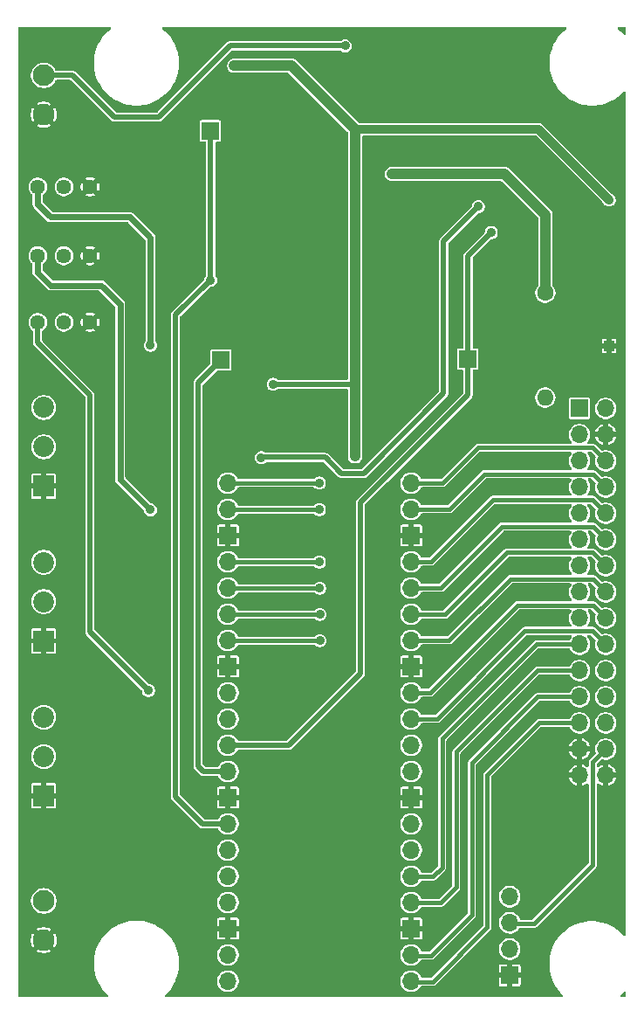
<source format=gbr>
%TF.GenerationSoftware,KiCad,Pcbnew,9.0.2*%
%TF.CreationDate,2025-06-13T11:02:27+10:00*%
%TF.ProjectId,v8_equip_monitor,76385f65-7175-4697-905f-6d6f6e69746f,rev?*%
%TF.SameCoordinates,Original*%
%TF.FileFunction,Copper,L2,Bot*%
%TF.FilePolarity,Positive*%
%FSLAX46Y46*%
G04 Gerber Fmt 4.6, Leading zero omitted, Abs format (unit mm)*
G04 Created by KiCad (PCBNEW 9.0.2) date 2025-06-13 11:02:27*
%MOMM*%
%LPD*%
G01*
G04 APERTURE LIST*
%TA.AperFunction,ComponentPad*%
%ADD10O,1.700000X1.700000*%
%TD*%
%TA.AperFunction,ComponentPad*%
%ADD11R,1.700000X1.700000*%
%TD*%
%TA.AperFunction,ComponentPad*%
%ADD12C,2.100000*%
%TD*%
%TA.AperFunction,ComponentPad*%
%ADD13C,1.440000*%
%TD*%
%TA.AperFunction,ComponentPad*%
%ADD14R,2.025000X2.025000*%
%TD*%
%TA.AperFunction,ComponentPad*%
%ADD15C,2.025000*%
%TD*%
%TA.AperFunction,ComponentPad*%
%ADD16C,1.600000*%
%TD*%
%TA.AperFunction,ComponentPad*%
%ADD17O,1.600000X1.600000*%
%TD*%
%TA.AperFunction,ComponentPad*%
%ADD18R,1.000000X1.000000*%
%TD*%
%TA.AperFunction,ViaPad*%
%ADD19C,0.889000*%
%TD*%
%TA.AperFunction,Conductor*%
%ADD20C,0.508000*%
%TD*%
%TA.AperFunction,Conductor*%
%ADD21C,1.016000*%
%TD*%
%TA.AperFunction,Conductor*%
%ADD22C,0.812800*%
%TD*%
%TA.AperFunction,Conductor*%
%ADD23C,0.406400*%
%TD*%
%TA.AperFunction,Conductor*%
%ADD24C,0.609600*%
%TD*%
G04 APERTURE END LIST*
D10*
%TO.P,U2,1,GPIO0*%
%TO.N,/GP0*%
X38658800Y-92964000D03*
%TO.P,U2,2,GPIO1*%
%TO.N,/GP1*%
X38658800Y-90424000D03*
D11*
%TO.P,U2,3,GND*%
%TO.N,GND*%
X38658800Y-87884000D03*
D10*
%TO.P,U2,4,GPIO2*%
%TO.N,/GP2*%
X38658800Y-85344000D03*
%TO.P,U2,5,GPIO3*%
%TO.N,/GP3*%
X38658800Y-82804000D03*
%TO.P,U2,6,GPIO4*%
%TO.N,/GP4*%
X38658800Y-80264000D03*
%TO.P,U2,7,GPIO5*%
%TO.N,/GP5*%
X38658800Y-77724000D03*
D11*
%TO.P,U2,8,GND*%
%TO.N,GND*%
X38658800Y-75184000D03*
D10*
%TO.P,U2,9,GPIO6*%
%TO.N,/GP6*%
X38658800Y-72644000D03*
%TO.P,U2,10,GPIO7*%
%TO.N,/GP7*%
X38658800Y-70104000D03*
%TO.P,U2,11,GPIO8*%
%TO.N,/GP8*%
X38658800Y-67564000D03*
%TO.P,U2,12,GPIO9*%
%TO.N,/GP9*%
X38658800Y-65024000D03*
D11*
%TO.P,U2,13,GND*%
%TO.N,GND*%
X38658800Y-62484000D03*
D10*
%TO.P,U2,14,GPIO10*%
%TO.N,/GP10*%
X38658800Y-59944000D03*
%TO.P,U2,15,GPIO11*%
%TO.N,/GP11*%
X38658800Y-57404000D03*
%TO.P,U2,16,GPIO12*%
%TO.N,/GP12*%
X38658800Y-54864000D03*
%TO.P,U2,17,GPIO13*%
%TO.N,/GP13*%
X38658800Y-52324000D03*
D11*
%TO.P,U2,18,GND*%
%TO.N,GND*%
X38658800Y-49784000D03*
D10*
%TO.P,U2,19,GPIO14*%
%TO.N,/GP14*%
X38658800Y-47244000D03*
%TO.P,U2,20,GPIO15*%
%TO.N,/GP15*%
X38658800Y-44704000D03*
%TO.P,U2,21,GPIO16*%
%TO.N,/GP16*%
X20878800Y-44704000D03*
%TO.P,U2,22,GPIO17*%
%TO.N,/GP17*%
X20878800Y-47244000D03*
D11*
%TO.P,U2,23,GND*%
%TO.N,GND*%
X20878800Y-49784000D03*
D10*
%TO.P,U2,24,GPIO18*%
%TO.N,/AN_CS0*%
X20878800Y-52324000D03*
%TO.P,U2,25,GPIO19*%
%TO.N,/AN_CS1*%
X20878800Y-54864000D03*
%TO.P,U2,26,GPIO20*%
%TO.N,/AN_CS2*%
X20878800Y-57404000D03*
%TO.P,U2,27,GPIO21*%
%TO.N,/AN_CS3*%
X20878800Y-59944000D03*
D11*
%TO.P,U2,28,GND*%
%TO.N,GND*%
X20878800Y-62484000D03*
D10*
%TO.P,U2,29,GPIO22*%
%TO.N,/PWM0*%
X20878800Y-65024000D03*
%TO.P,U2,30,RUN*%
%TO.N,unconnected-(U2-RUN-Pad30)*%
X20878800Y-67564000D03*
%TO.P,U2,31,GPIO26_ADC0*%
%TO.N,/ADC0*%
X20878800Y-70104000D03*
%TO.P,U2,32,GPIO27_ADC1*%
%TO.N,/ADC1*%
X20878800Y-72644000D03*
D11*
%TO.P,U2,33,AGND*%
%TO.N,GND*%
X20878800Y-75184000D03*
D10*
%TO.P,U2,34,GPIO28_ADC2*%
%TO.N,/ADC2*%
X20878800Y-77724000D03*
%TO.P,U2,35,ADC_VREF*%
%TO.N,unconnected-(U2-ADC_VREF-Pad35)*%
X20878800Y-80264000D03*
%TO.P,U2,36,3V3*%
%TO.N,+3V3*%
X20878800Y-82804000D03*
%TO.P,U2,37,3V3_EN*%
%TO.N,unconnected-(U2-3V3_EN-Pad37)*%
X20878800Y-85344000D03*
D11*
%TO.P,U2,38,GND*%
%TO.N,GND*%
X20878800Y-87884000D03*
D10*
%TO.P,U2,39,VSYS*%
%TO.N,+5V*%
X20878800Y-90424000D03*
%TO.P,U2,40,VBUS*%
%TO.N,unconnected-(U2-VBUS-Pad40)*%
X20878800Y-92964000D03*
%TD*%
D11*
%TO.P,J4,1,Pin_1*%
%TO.N,/ADC1*%
X20193000Y-32766000D03*
%TD*%
D12*
%TO.P,J9,1,Pin_1*%
%TO.N,GND*%
X3000000Y-9000000D03*
%TO.P,J9,2,Pin_2*%
%TO.N,Net-(J9-Pin_2)*%
X3000000Y-5190000D03*
%TD*%
D11*
%TO.P,J6,1,Pin_1*%
%TO.N,/ADC2*%
X19151600Y-10566400D03*
%TD*%
D13*
%TO.P,RV3,1,1*%
%TO.N,GND*%
X7500000Y-16000000D03*
%TO.P,RV3,2,2*%
%TO.N,Net-(U1A-+)*%
X4960000Y-16000000D03*
%TO.P,RV3,3,3*%
%TO.N,Net-(C12-Pad2)*%
X2420000Y-16000000D03*
%TD*%
D11*
%TO.P,J2,1,Pin_1*%
%TO.N,/ADC0*%
X44145200Y-32689800D03*
%TD*%
D14*
%TO.P,J3,1,Pin_1*%
%TO.N,GND*%
X3000000Y-60000000D03*
D15*
%TO.P,J3,2,Pin_2*%
%TO.N,/IN1-*%
X3000000Y-56190000D03*
%TO.P,J3,3,Pin_3*%
%TO.N,/IN1+*%
X3000000Y-52380000D03*
%TD*%
D11*
%TO.P,CON1,1,Pin_1*%
%TO.N,GND*%
X48209200Y-92405200D03*
D10*
%TO.P,CON1,2,Pin_2*%
%TO.N,+3V3*%
X48209200Y-89865200D03*
%TO.P,CON1,3,Pin_3*%
%TO.N,/GP4*%
X48209200Y-87325200D03*
%TO.P,CON1,4,Pin_4*%
%TO.N,/GP5*%
X48209200Y-84785200D03*
%TD*%
D16*
%TO.P,R20,1*%
%TO.N,+5VA*%
X51663600Y-26263600D03*
D17*
%TO.P,R20,2*%
%TO.N,+5V*%
X51663600Y-36423600D03*
%TD*%
D18*
%TO.P,TP1,1,1*%
%TO.N,GND*%
X57861200Y-31419800D03*
%TD*%
D12*
%TO.P,J7,1,Pin_1*%
%TO.N,GND*%
X3000000Y-89000000D03*
%TO.P,J7,2,Pin_2*%
%TO.N,+5V*%
X3000000Y-85190000D03*
%TD*%
D13*
%TO.P,RV1,1,1*%
%TO.N,GND*%
X7500000Y-29133800D03*
%TO.P,RV1,2,2*%
%TO.N,Net-(U1C-+)*%
X4960000Y-29133800D03*
%TO.P,RV1,3,3*%
%TO.N,Net-(C2-Pad2)*%
X2420000Y-29133800D03*
%TD*%
D14*
%TO.P,J5,1,Pin_1*%
%TO.N,GND*%
X3000000Y-45000000D03*
D15*
%TO.P,J5,2,Pin_2*%
%TO.N,/IN2-*%
X3000000Y-41190000D03*
%TO.P,J5,3,Pin_3*%
%TO.N,/IN2+*%
X3000000Y-37380000D03*
%TD*%
D13*
%TO.P,RV2,1,1*%
%TO.N,GND*%
X7500000Y-22683800D03*
%TO.P,RV2,2,2*%
%TO.N,Net-(U1B-+)*%
X4960000Y-22683800D03*
%TO.P,RV2,3,3*%
%TO.N,Net-(C7-Pad2)*%
X2420000Y-22683800D03*
%TD*%
D14*
%TO.P,J1,1,Pin_1*%
%TO.N,GND*%
X3000000Y-75000000D03*
D15*
%TO.P,J1,2,Pin_2*%
%TO.N,/IN0-*%
X3000000Y-71190000D03*
%TO.P,J1,3,Pin_3*%
%TO.N,/IN0+*%
X3000000Y-67380000D03*
%TD*%
D11*
%TO.P,J8,1,Pin_1*%
%TO.N,+5V*%
X54991000Y-37465000D03*
D10*
%TO.P,J8,2,Pin_2*%
X57531000Y-37465000D03*
%TO.P,J8,3,Pin_3*%
X54991000Y-40005000D03*
%TO.P,J8,4,Pin_4*%
%TO.N,GND*%
X57531000Y-40005000D03*
%TO.P,J8,5,Pin_5*%
%TO.N,+3V3*%
X54991000Y-42545000D03*
%TO.P,J8,6,Pin_6*%
%TO.N,/GP15*%
X57531000Y-42545000D03*
%TO.P,J8,7,Pin_7*%
%TO.N,/GP16*%
X54991000Y-45085000D03*
%TO.P,J8,8,Pin_8*%
%TO.N,/GP14*%
X57531000Y-45085000D03*
%TO.P,J8,9,Pin_9*%
%TO.N,/GP17*%
X54991000Y-47625000D03*
%TO.P,J8,10,Pin_10*%
%TO.N,/GP13*%
X57531000Y-47625000D03*
%TO.P,J8,11,Pin_11*%
%TO.N,/AN_CS0*%
X54991000Y-50165000D03*
%TO.P,J8,12,Pin_12*%
%TO.N,/GP12*%
X57531000Y-50165000D03*
%TO.P,J8,13,Pin_13*%
%TO.N,/AN_CS1*%
X54991000Y-52705000D03*
%TO.P,J8,14,Pin_14*%
%TO.N,/GP11*%
X57531000Y-52705000D03*
%TO.P,J8,15,Pin_15*%
%TO.N,/AN_CS2*%
X54991000Y-55245000D03*
%TO.P,J8,16,Pin_16*%
%TO.N,/GP10*%
X57531000Y-55245000D03*
%TO.P,J8,17,Pin_17*%
%TO.N,/AN_CS3*%
X54991000Y-57785000D03*
%TO.P,J8,18,Pin_18*%
%TO.N,/GP9*%
X57531000Y-57785000D03*
%TO.P,J8,19,Pin_19*%
%TO.N,/GP3*%
X54991000Y-60325000D03*
%TO.P,J8,20,Pin_20*%
%TO.N,/GP8*%
X57531000Y-60325000D03*
%TO.P,J8,21,Pin_21*%
%TO.N,/GP2*%
X54991000Y-62865000D03*
%TO.P,J8,22,Pin_22*%
%TO.N,/GP7*%
X57531000Y-62865000D03*
%TO.P,J8,23,Pin_23*%
%TO.N,/GP1*%
X54991000Y-65405000D03*
%TO.P,J8,24,Pin_24*%
%TO.N,/GP6*%
X57531000Y-65405000D03*
%TO.P,J8,25,Pin_25*%
%TO.N,/GP0*%
X54991000Y-67945000D03*
%TO.P,J8,26,Pin_26*%
%TO.N,/GP5*%
X57531000Y-67945000D03*
%TO.P,J8,27,Pin_27*%
%TO.N,GND*%
X54991000Y-70485000D03*
%TO.P,J8,28,Pin_28*%
%TO.N,/GP4*%
X57531000Y-70485000D03*
%TO.P,J8,29,Pin_29*%
%TO.N,GND*%
X54991000Y-73025000D03*
%TO.P,J8,30,Pin_30*%
X57531000Y-73025000D03*
%TD*%
D19*
%TO.N,/ADC0*%
X46427300Y-20421600D03*
%TO.N,/ADC2*%
X19202400Y-25044400D03*
%TO.N,GND*%
X28397200Y-30454600D03*
X39370000Y-8585200D03*
X14960600Y-79781400D03*
X56032400Y-9271000D03*
X52222400Y-15671800D03*
X9728200Y-46786800D03*
X15849600Y-22707600D03*
X25273000Y-25019000D03*
X49530000Y-7899400D03*
X22047200Y-20116800D03*
X15900400Y-10617200D03*
X43078400Y-16256000D03*
X37744400Y-29032200D03*
X46609000Y-22606000D03*
X35102800Y-21920200D03*
X26212800Y-7797800D03*
X54076600Y-86283800D03*
X22072600Y-25019000D03*
X57886600Y-21082000D03*
%TO.N,+3V3*%
X25275300Y-35130500D03*
X21488400Y-4267200D03*
X33197800Y-42113200D03*
X33197800Y-26289000D03*
X57861200Y-17272000D03*
%TO.N,/PWM0*%
X24104600Y-42240200D03*
X45161200Y-17907000D03*
%TO.N,/AN_CS1*%
X29768800Y-54889400D03*
%TO.N,/AN_CS2*%
X29794200Y-57429400D03*
%TO.N,Net-(C2-Pad2)*%
X13157200Y-64795400D03*
%TO.N,+5VA*%
X36804600Y-14757400D03*
%TO.N,/GP17*%
X29743400Y-47269400D03*
%TO.N,/GP16*%
X29743400Y-44704000D03*
%TO.N,/AN_CS0*%
X29743400Y-52349400D03*
%TO.N,/AN_CS3*%
X29794200Y-59969400D03*
%TO.N,Net-(C7-Pad2)*%
X13360400Y-47294800D03*
%TO.N,Net-(C12-Pad2)*%
X13360400Y-31343600D03*
%TO.N,Net-(J9-Pin_2)*%
X32258000Y-2336800D03*
%TD*%
D20*
%TO.N,/ADC0*%
X26771600Y-70104000D02*
X20878800Y-70104000D01*
X33705800Y-46609000D02*
X33705800Y-63169800D01*
X33705800Y-63169800D02*
X26771600Y-70104000D01*
X44170600Y-36144200D02*
X33705800Y-46609000D01*
X46427300Y-20421600D02*
X44170600Y-22678300D01*
X44170600Y-22678300D02*
X44170600Y-36144200D01*
%TO.N,/ADC1*%
X18516600Y-72644000D02*
X20878800Y-72644000D01*
X20193000Y-32766000D02*
X17983200Y-34975800D01*
X17983200Y-34975800D02*
X17983200Y-72110600D01*
X17983200Y-72110600D02*
X18516600Y-72644000D01*
%TO.N,/ADC2*%
X19202400Y-25044400D02*
X19202400Y-10617200D01*
X19202400Y-10617200D02*
X19151600Y-10566400D01*
X15773400Y-28409900D02*
X15773400Y-75082400D01*
X18415000Y-77724000D02*
X20878800Y-77724000D01*
X19138900Y-25044400D02*
X15773400Y-28409900D01*
X15773400Y-75082400D02*
X18415000Y-77724000D01*
X19202400Y-25044400D02*
X19138900Y-25044400D01*
%TO.N,+3V3*%
X33147000Y-35128200D02*
X33147000Y-35331400D01*
D21*
X27076400Y-4267200D02*
X33197800Y-10388600D01*
X33197800Y-26289000D02*
X33197800Y-35382200D01*
X33197800Y-10388600D02*
X33197800Y-10515600D01*
X33197800Y-35382200D02*
X33197800Y-42113200D01*
D22*
X33299400Y-10414000D02*
X51003200Y-10414000D01*
X51003200Y-10414000D02*
X57861200Y-17272000D01*
D20*
X25277600Y-35128200D02*
X33147000Y-35128200D01*
D21*
X33197800Y-26289000D02*
X33197800Y-10515600D01*
D20*
X25275300Y-35130500D02*
X25277600Y-35128200D01*
D22*
X33197800Y-10515600D02*
X33299400Y-10414000D01*
D21*
X21488400Y-4267200D02*
X27076400Y-4267200D01*
D20*
X33147000Y-35331400D02*
X33197800Y-35382200D01*
D23*
%TO.N,/GP14*%
X56292800Y-43840400D02*
X57540000Y-45087600D01*
X38658800Y-47244000D02*
X42341800Y-47244000D01*
X42341800Y-47244000D02*
X45745400Y-43840400D01*
X45745400Y-43840400D02*
X56292800Y-43840400D01*
%TO.N,/GP15*%
X38658800Y-44704000D02*
X41706800Y-44704000D01*
X56267400Y-41275000D02*
X57540000Y-42547600D01*
X45135800Y-41275000D02*
X56267400Y-41275000D01*
X41706800Y-44704000D02*
X45135800Y-41275000D01*
%TO.N,/GP13*%
X46558200Y-46329600D02*
X40563800Y-52324000D01*
X40563800Y-52324000D02*
X38658800Y-52324000D01*
X57540000Y-47627600D02*
X56242000Y-46329600D01*
X56242000Y-46329600D02*
X46558200Y-46329600D01*
%TO.N,/GP11*%
X57540000Y-52707600D02*
X56267400Y-51435000D01*
X56267400Y-51435000D02*
X47955200Y-51435000D01*
X41935400Y-57454800D02*
X38709600Y-57454800D01*
X47955200Y-51435000D02*
X41935400Y-57454800D01*
%TO.N,/GP12*%
X56292800Y-48920400D02*
X57540000Y-50167600D01*
X41503600Y-54864000D02*
X47447200Y-48920400D01*
X47447200Y-48920400D02*
X56292800Y-48920400D01*
X38658800Y-54864000D02*
X41503600Y-54864000D01*
%TO.N,/GP10*%
X42316400Y-59944000D02*
X48260000Y-54000400D01*
X38658800Y-59944000D02*
X42316400Y-59944000D01*
X48260000Y-54000400D02*
X56292800Y-54000400D01*
X56292800Y-54000400D02*
X57540000Y-55247600D01*
%TO.N,/GP1*%
X38735000Y-90500200D02*
X40563800Y-90500200D01*
X44551600Y-86512400D02*
X44551600Y-71805800D01*
X50949800Y-65407600D02*
X55000000Y-65407600D01*
X40563800Y-90500200D02*
X44551600Y-86512400D01*
X44551600Y-71805800D02*
X50949800Y-65407600D01*
%TO.N,/GP0*%
X40741600Y-93040200D02*
X46024800Y-87757000D01*
X46024800Y-72974200D02*
X51051400Y-67947600D01*
X38735000Y-93040200D02*
X40741600Y-93040200D01*
X46024800Y-87757000D02*
X46024800Y-72974200D01*
X51051400Y-67947600D02*
X55000000Y-67947600D01*
D20*
%TO.N,/PWM0*%
X41808400Y-21259800D02*
X41808400Y-35991800D01*
X34036000Y-43764200D02*
X31851600Y-43764200D01*
X31851600Y-43764200D02*
X30302200Y-42214800D01*
X30302200Y-42214800D02*
X24130000Y-42214800D01*
X24130000Y-42214800D02*
X24104600Y-42189400D01*
X24104600Y-42189400D02*
X24104600Y-42240200D01*
X45161200Y-17907000D02*
X41808400Y-21259800D01*
X41808400Y-35991800D02*
X34036000Y-43764200D01*
D23*
%TO.N,/GP3*%
X41656000Y-81940400D02*
X41656000Y-69469000D01*
X40767000Y-82829400D02*
X41656000Y-81940400D01*
X41656000Y-69469000D02*
X50797400Y-60327600D01*
X38684200Y-82829400D02*
X40767000Y-82829400D01*
X50797400Y-60327600D02*
X55000000Y-60327600D01*
%TO.N,/GP2*%
X41529000Y-85369400D02*
X43027600Y-83870800D01*
X43027600Y-83870800D02*
X43027600Y-70739000D01*
X43027600Y-70739000D02*
X50899000Y-62867600D01*
X38684200Y-85369400D02*
X41529000Y-85369400D01*
X50899000Y-62867600D02*
X55000000Y-62867600D01*
%TO.N,/AN_CS1*%
X29768800Y-54889400D02*
X20904200Y-54889400D01*
%TO.N,/AN_CS2*%
X29794200Y-57429400D02*
X20904200Y-57429400D01*
D20*
%TO.N,Net-(C2-Pad2)*%
X7500000Y-36202000D02*
X2420000Y-31122000D01*
X2420000Y-31122000D02*
X2420000Y-29133800D01*
X13157200Y-64795400D02*
X7500000Y-59138200D01*
X7500000Y-59138200D02*
X7500000Y-36202000D01*
D21*
%TO.N,+5VA*%
X36804600Y-14757400D02*
X47726600Y-14757400D01*
X47726600Y-14757400D02*
X51689000Y-18719800D01*
X51689000Y-18719800D02*
X51689000Y-26238200D01*
D23*
%TO.N,/GP9*%
X40462200Y-65024000D02*
X48945800Y-56540400D01*
X48945800Y-56540400D02*
X56292800Y-56540400D01*
X38658800Y-65024000D02*
X40462200Y-65024000D01*
X56292800Y-56540400D02*
X57540000Y-57787600D01*
%TO.N,/GP8*%
X38658800Y-67564000D02*
X41148000Y-67564000D01*
X56242000Y-59029600D02*
X57540000Y-60327600D01*
X49682400Y-59029600D02*
X56242000Y-59029600D01*
X41148000Y-67564000D02*
X49682400Y-59029600D01*
%TO.N,/GP17*%
X29743400Y-47269400D02*
X20904200Y-47269400D01*
%TO.N,/GP16*%
X29743400Y-44704000D02*
X20878800Y-44704000D01*
%TO.N,/GP4*%
X57540000Y-70487600D02*
X56261000Y-71766600D01*
X56261000Y-81711800D02*
X50546000Y-87426800D01*
X56261000Y-71766600D02*
X56261000Y-81711800D01*
X50546000Y-87426800D02*
X48564800Y-87426800D01*
%TO.N,/AN_CS0*%
X29743400Y-52349400D02*
X20904200Y-52349400D01*
%TO.N,/AN_CS3*%
X29794200Y-59969400D02*
X20904200Y-59969400D01*
D24*
%TO.N,Net-(C7-Pad2)*%
X13360400Y-47294800D02*
X10414000Y-44348400D01*
X10414000Y-44348400D02*
X10414000Y-27355800D01*
X2420000Y-24289400D02*
X2420000Y-22683800D01*
X10414000Y-27355800D02*
X8610600Y-25552400D01*
X8610600Y-25552400D02*
X3683000Y-25552400D01*
X3683000Y-25552400D02*
X2420000Y-24289400D01*
%TO.N,Net-(C12-Pad2)*%
X3632200Y-18923000D02*
X2420000Y-17710800D01*
X13360400Y-20929600D02*
X11353800Y-18923000D01*
X2420000Y-17710800D02*
X2420000Y-16000000D01*
X11353800Y-18923000D02*
X3632200Y-18923000D01*
X13360400Y-31343600D02*
X13360400Y-20929600D01*
D20*
%TO.N,Net-(J9-Pin_2)*%
X32258000Y-2336800D02*
X21082000Y-2336800D01*
X5799600Y-5190000D02*
X3000000Y-5190000D01*
X21082000Y-2336800D02*
X14198600Y-9220200D01*
X9829800Y-9220200D02*
X5799600Y-5190000D01*
X14198600Y-9220200D02*
X9829800Y-9220200D01*
%TD*%
%TA.AperFunction,Conductor*%
%TO.N,GND*%
G36*
X9481477Y-527785D02*
G01*
X9527232Y-580589D01*
X9537176Y-649747D01*
X9508151Y-713303D01*
X9493103Y-727953D01*
X9226096Y-947079D01*
X8939479Y-1233696D01*
X8682327Y-1547037D01*
X8682317Y-1547051D01*
X8457126Y-1884074D01*
X8457115Y-1884092D01*
X8266044Y-2241561D01*
X8266042Y-2241566D01*
X8110920Y-2616059D01*
X7993249Y-3003971D01*
X7993246Y-3003982D01*
X7914173Y-3401518D01*
X7914170Y-3401535D01*
X7889698Y-3650005D01*
X7874440Y-3804924D01*
X7874440Y-4210276D01*
X7877895Y-4245353D01*
X7914170Y-4613664D01*
X7914173Y-4613681D01*
X7993246Y-5011217D01*
X7993249Y-5011228D01*
X8110920Y-5399140D01*
X8266042Y-5773633D01*
X8266044Y-5773638D01*
X8457115Y-6131107D01*
X8457126Y-6131125D01*
X8682317Y-6468148D01*
X8682327Y-6468162D01*
X8939479Y-6781503D01*
X9226096Y-7068120D01*
X9226101Y-7068124D01*
X9226102Y-7068125D01*
X9539443Y-7325277D01*
X9876481Y-7550478D01*
X9876490Y-7550483D01*
X9876492Y-7550484D01*
X10233961Y-7741555D01*
X10233963Y-7741555D01*
X10233969Y-7741559D01*
X10462207Y-7836099D01*
X10608459Y-7896679D01*
X10608463Y-7896680D01*
X10608465Y-7896681D01*
X10996362Y-8014348D01*
X10996368Y-8014349D01*
X10996371Y-8014350D01*
X10996382Y-8014353D01*
X11245671Y-8063938D01*
X11393925Y-8093428D01*
X11797324Y-8133160D01*
X11797327Y-8133160D01*
X12202673Y-8133160D01*
X12202676Y-8133160D01*
X12606075Y-8093428D01*
X12802857Y-8054285D01*
X13003617Y-8014353D01*
X13003628Y-8014350D01*
X13003628Y-8014349D01*
X13003638Y-8014348D01*
X13391535Y-7896681D01*
X13766031Y-7741559D01*
X14123519Y-7550478D01*
X14460557Y-7325277D01*
X14773898Y-7068125D01*
X15060525Y-6781498D01*
X15317677Y-6468157D01*
X15542878Y-6131119D01*
X15733959Y-5773631D01*
X15889081Y-5399135D01*
X16006748Y-5011238D01*
X16006750Y-5011228D01*
X16006753Y-5011217D01*
X16053203Y-4777693D01*
X16085828Y-4613675D01*
X16125560Y-4210276D01*
X16125560Y-3804924D01*
X16085828Y-3401525D01*
X16056338Y-3253271D01*
X16006753Y-3003982D01*
X16006750Y-3003971D01*
X16006749Y-3003968D01*
X16006748Y-3003962D01*
X15889081Y-2616065D01*
X15733959Y-2241569D01*
X15686175Y-2152172D01*
X15542884Y-1884092D01*
X15542883Y-1884090D01*
X15542878Y-1884081D01*
X15317677Y-1547043D01*
X15060525Y-1233702D01*
X15060524Y-1233701D01*
X15060520Y-1233696D01*
X14773903Y-947079D01*
X14506897Y-727953D01*
X14467563Y-670208D01*
X14465692Y-600363D01*
X14501879Y-540595D01*
X14564635Y-509879D01*
X14585562Y-508100D01*
X53624638Y-508100D01*
X53691677Y-527785D01*
X53737432Y-580589D01*
X53747376Y-649747D01*
X53718351Y-713303D01*
X53703303Y-727953D01*
X53436296Y-947079D01*
X53149679Y-1233696D01*
X52892527Y-1547037D01*
X52892517Y-1547051D01*
X52667326Y-1884074D01*
X52667315Y-1884092D01*
X52476244Y-2241561D01*
X52476242Y-2241566D01*
X52321120Y-2616059D01*
X52203449Y-3003971D01*
X52203446Y-3003982D01*
X52124373Y-3401518D01*
X52124370Y-3401535D01*
X52099898Y-3650005D01*
X52084640Y-3804924D01*
X52084640Y-4210276D01*
X52088095Y-4245353D01*
X52124370Y-4613664D01*
X52124373Y-4613681D01*
X52203446Y-5011217D01*
X52203449Y-5011228D01*
X52321120Y-5399140D01*
X52476242Y-5773633D01*
X52476244Y-5773638D01*
X52667315Y-6131107D01*
X52667326Y-6131125D01*
X52892517Y-6468148D01*
X52892527Y-6468162D01*
X53149679Y-6781503D01*
X53436296Y-7068120D01*
X53436301Y-7068124D01*
X53436302Y-7068125D01*
X53749643Y-7325277D01*
X54086681Y-7550478D01*
X54086690Y-7550483D01*
X54086692Y-7550484D01*
X54444161Y-7741555D01*
X54444163Y-7741555D01*
X54444169Y-7741559D01*
X54672407Y-7836099D01*
X54818659Y-7896679D01*
X54818663Y-7896680D01*
X54818665Y-7896681D01*
X55206562Y-8014348D01*
X55206568Y-8014349D01*
X55206571Y-8014350D01*
X55206582Y-8014353D01*
X55455871Y-8063938D01*
X55604125Y-8093428D01*
X56007524Y-8133160D01*
X56007527Y-8133160D01*
X56412873Y-8133160D01*
X56412876Y-8133160D01*
X56816275Y-8093428D01*
X57013057Y-8054285D01*
X57213817Y-8014353D01*
X57213828Y-8014350D01*
X57213828Y-8014349D01*
X57213838Y-8014348D01*
X57601735Y-7896681D01*
X57976231Y-7741559D01*
X58333719Y-7550478D01*
X58670757Y-7325277D01*
X58984098Y-7068125D01*
X59270725Y-6781498D01*
X59279646Y-6770626D01*
X59337390Y-6731293D01*
X59407235Y-6729421D01*
X59467004Y-6765607D01*
X59497721Y-6828362D01*
X59499500Y-6849291D01*
X59499500Y-88476858D01*
X59479815Y-88543897D01*
X59427011Y-88589652D01*
X59357853Y-88599596D01*
X59294297Y-88570571D01*
X59279647Y-88555523D01*
X59245320Y-88513696D01*
X58958703Y-88227079D01*
X58645362Y-87969927D01*
X58645361Y-87969926D01*
X58645357Y-87969923D01*
X58308319Y-87744722D01*
X58308314Y-87744719D01*
X58308307Y-87744715D01*
X57950838Y-87553644D01*
X57950833Y-87553642D01*
X57576340Y-87398520D01*
X57188428Y-87280849D01*
X57188417Y-87280846D01*
X56790881Y-87201773D01*
X56790864Y-87201770D01*
X56485813Y-87171725D01*
X56387476Y-87162040D01*
X55982124Y-87162040D01*
X55891177Y-87170997D01*
X55578735Y-87201770D01*
X55578718Y-87201773D01*
X55181182Y-87280846D01*
X55181171Y-87280849D01*
X54793259Y-87398520D01*
X54418766Y-87553642D01*
X54418761Y-87553644D01*
X54061292Y-87744715D01*
X54061274Y-87744726D01*
X53724251Y-87969917D01*
X53724237Y-87969927D01*
X53410896Y-88227079D01*
X53124279Y-88513696D01*
X52867127Y-88827037D01*
X52867117Y-88827051D01*
X52641926Y-89164074D01*
X52641915Y-89164092D01*
X52450844Y-89521561D01*
X52450842Y-89521566D01*
X52295720Y-89896059D01*
X52178049Y-90283971D01*
X52178046Y-90283982D01*
X52098973Y-90681518D01*
X52098970Y-90681535D01*
X52068197Y-90993977D01*
X52064244Y-91034124D01*
X52059240Y-91084927D01*
X52059240Y-91490272D01*
X52098970Y-91893664D01*
X52098973Y-91893681D01*
X52178046Y-92291217D01*
X52178049Y-92291228D01*
X52295720Y-92679140D01*
X52450842Y-93053633D01*
X52450844Y-93053638D01*
X52641915Y-93411107D01*
X52641926Y-93411125D01*
X52867117Y-93748148D01*
X52867127Y-93748162D01*
X53124279Y-94061503D01*
X53358195Y-94295419D01*
X53391680Y-94356742D01*
X53386696Y-94426434D01*
X53344824Y-94482367D01*
X53279360Y-94506784D01*
X53270514Y-94507100D01*
X14863486Y-94507100D01*
X14796447Y-94487415D01*
X14750692Y-94434611D01*
X14740748Y-94365453D01*
X14769773Y-94301897D01*
X14775805Y-94295419D01*
X15060520Y-94010703D01*
X15060525Y-94010698D01*
X15317677Y-93697357D01*
X15542878Y-93360319D01*
X15733959Y-93002831D01*
X15792411Y-92861716D01*
X19840340Y-92861716D01*
X19840340Y-93066283D01*
X19880245Y-93266900D01*
X19880247Y-93266908D01*
X19958526Y-93455892D01*
X19958531Y-93455901D01*
X20072174Y-93625979D01*
X20072177Y-93625983D01*
X20216816Y-93770622D01*
X20216820Y-93770625D01*
X20386898Y-93884268D01*
X20386904Y-93884271D01*
X20386905Y-93884272D01*
X20575892Y-93962553D01*
X20776516Y-94002459D01*
X20776520Y-94002460D01*
X20776521Y-94002460D01*
X20981080Y-94002460D01*
X20981081Y-94002459D01*
X21181708Y-93962553D01*
X21370695Y-93884272D01*
X21540780Y-93770625D01*
X21685425Y-93625980D01*
X21799072Y-93455895D01*
X21877353Y-93266908D01*
X21917260Y-93066279D01*
X21917260Y-92861721D01*
X21917259Y-92861716D01*
X37620340Y-92861716D01*
X37620340Y-93066283D01*
X37660245Y-93266900D01*
X37660247Y-93266908D01*
X37738526Y-93455892D01*
X37738531Y-93455901D01*
X37852174Y-93625979D01*
X37852177Y-93625983D01*
X37996816Y-93770622D01*
X37996820Y-93770625D01*
X38166898Y-93884268D01*
X38166904Y-93884271D01*
X38166905Y-93884272D01*
X38355892Y-93962553D01*
X38556516Y-94002459D01*
X38556520Y-94002460D01*
X38556521Y-94002460D01*
X38761080Y-94002460D01*
X38761081Y-94002459D01*
X38961708Y-93962553D01*
X39150695Y-93884272D01*
X39320780Y-93770625D01*
X39465425Y-93625980D01*
X39498335Y-93576726D01*
X39558309Y-93486970D01*
X39611921Y-93442164D01*
X39661411Y-93431860D01*
X40793160Y-93431860D01*
X40793163Y-93431860D01*
X40892775Y-93405169D01*
X40982085Y-93353606D01*
X42800510Y-91535181D01*
X47156000Y-91535181D01*
X47156000Y-92155200D01*
X47776188Y-92155200D01*
X47743275Y-92212207D01*
X47709200Y-92339374D01*
X47709200Y-92471026D01*
X47743275Y-92598193D01*
X47776188Y-92655200D01*
X47156000Y-92655200D01*
X47156000Y-93275218D01*
X47167788Y-93334480D01*
X47167790Y-93334484D01*
X47212701Y-93401698D01*
X47279915Y-93446609D01*
X47279919Y-93446611D01*
X47339181Y-93458399D01*
X47339184Y-93458400D01*
X47959200Y-93458400D01*
X47959200Y-92838212D01*
X48016207Y-92871125D01*
X48143374Y-92905200D01*
X48275026Y-92905200D01*
X48402193Y-92871125D01*
X48459200Y-92838212D01*
X48459200Y-93458400D01*
X49079216Y-93458400D01*
X49079218Y-93458399D01*
X49138480Y-93446611D01*
X49138484Y-93446609D01*
X49205698Y-93401698D01*
X49250609Y-93334484D01*
X49250611Y-93334480D01*
X49262399Y-93275218D01*
X49262400Y-93275216D01*
X49262400Y-92655200D01*
X48642212Y-92655200D01*
X48675125Y-92598193D01*
X48709200Y-92471026D01*
X48709200Y-92339374D01*
X48675125Y-92212207D01*
X48642212Y-92155200D01*
X49262400Y-92155200D01*
X49262400Y-91535183D01*
X49262399Y-91535181D01*
X49250611Y-91475919D01*
X49250609Y-91475915D01*
X49205698Y-91408701D01*
X49138484Y-91363790D01*
X49138480Y-91363788D01*
X49079217Y-91352000D01*
X48459200Y-91352000D01*
X48459200Y-91972188D01*
X48402193Y-91939275D01*
X48275026Y-91905200D01*
X48143374Y-91905200D01*
X48016207Y-91939275D01*
X47959200Y-91972188D01*
X47959200Y-91352000D01*
X47339183Y-91352000D01*
X47279919Y-91363788D01*
X47279915Y-91363790D01*
X47212701Y-91408701D01*
X47167790Y-91475915D01*
X47167788Y-91475919D01*
X47156000Y-91535181D01*
X42800510Y-91535181D01*
X44572775Y-89762916D01*
X47170740Y-89762916D01*
X47170740Y-89967483D01*
X47210645Y-90168100D01*
X47210647Y-90168108D01*
X47288926Y-90357092D01*
X47288931Y-90357101D01*
X47402574Y-90527179D01*
X47402577Y-90527183D01*
X47547216Y-90671822D01*
X47547220Y-90671825D01*
X47717298Y-90785468D01*
X47717304Y-90785471D01*
X47717305Y-90785472D01*
X47906292Y-90863753D01*
X48047598Y-90891860D01*
X48106916Y-90903659D01*
X48106920Y-90903660D01*
X48106921Y-90903660D01*
X48311480Y-90903660D01*
X48311481Y-90903659D01*
X48512108Y-90863753D01*
X48701095Y-90785472D01*
X48871180Y-90671825D01*
X49015825Y-90527180D01*
X49129472Y-90357095D01*
X49207753Y-90168108D01*
X49247660Y-89967479D01*
X49247660Y-89762921D01*
X49207753Y-89562292D01*
X49129472Y-89373305D01*
X49129471Y-89373304D01*
X49129468Y-89373298D01*
X49015825Y-89203220D01*
X49015822Y-89203216D01*
X48871183Y-89058577D01*
X48871179Y-89058574D01*
X48701101Y-88944931D01*
X48701092Y-88944926D01*
X48512108Y-88866647D01*
X48512100Y-88866645D01*
X48311483Y-88826740D01*
X48311479Y-88826740D01*
X48106921Y-88826740D01*
X48106916Y-88826740D01*
X47906299Y-88866645D01*
X47906291Y-88866647D01*
X47717307Y-88944926D01*
X47717298Y-88944931D01*
X47547220Y-89058574D01*
X47547216Y-89058577D01*
X47402577Y-89203216D01*
X47402574Y-89203220D01*
X47288931Y-89373298D01*
X47288926Y-89373307D01*
X47210647Y-89562291D01*
X47210645Y-89562299D01*
X47170740Y-89762916D01*
X44572775Y-89762916D01*
X46338206Y-87997485D01*
X46389769Y-87908175D01*
X46416460Y-87808563D01*
X46416460Y-87705437D01*
X46416460Y-87222916D01*
X47170740Y-87222916D01*
X47170740Y-87427483D01*
X47210645Y-87628100D01*
X47210647Y-87628108D01*
X47288926Y-87817092D01*
X47288931Y-87817101D01*
X47402574Y-87987179D01*
X47402577Y-87987183D01*
X47547216Y-88131822D01*
X47547220Y-88131825D01*
X47717298Y-88245468D01*
X47717304Y-88245471D01*
X47717305Y-88245472D01*
X47906292Y-88323753D01*
X48084725Y-88359245D01*
X48106916Y-88363659D01*
X48106920Y-88363660D01*
X48106921Y-88363660D01*
X48311480Y-88363660D01*
X48311481Y-88363659D01*
X48512108Y-88323753D01*
X48701095Y-88245472D01*
X48871180Y-88131825D01*
X49015825Y-87987180D01*
X49091737Y-87873568D01*
X49145349Y-87828764D01*
X49194839Y-87818460D01*
X50597560Y-87818460D01*
X50597563Y-87818460D01*
X50697175Y-87791769D01*
X50786485Y-87740206D01*
X56574406Y-81952285D01*
X56625969Y-81862975D01*
X56652660Y-81763363D01*
X56652660Y-81660237D01*
X56652660Y-73935399D01*
X56672345Y-73868360D01*
X56725149Y-73822605D01*
X56794307Y-73812661D01*
X56855327Y-73839547D01*
X56859628Y-73843077D01*
X57032116Y-73958330D01*
X57032129Y-73958337D01*
X57223788Y-74037724D01*
X57223800Y-74037727D01*
X57280999Y-74049105D01*
X57281000Y-74049105D01*
X57281000Y-73458012D01*
X57338007Y-73490925D01*
X57465174Y-73525000D01*
X57596826Y-73525000D01*
X57723993Y-73490925D01*
X57781000Y-73458012D01*
X57781000Y-74049105D01*
X57838199Y-74037727D01*
X57838211Y-74037724D01*
X58029870Y-73958337D01*
X58029883Y-73958330D01*
X58202375Y-73843074D01*
X58202379Y-73843071D01*
X58349071Y-73696379D01*
X58349074Y-73696375D01*
X58464330Y-73523883D01*
X58464337Y-73523870D01*
X58543724Y-73332211D01*
X58543727Y-73332199D01*
X58555105Y-73275000D01*
X57964012Y-73275000D01*
X57996925Y-73217993D01*
X58031000Y-73090826D01*
X58031000Y-72959174D01*
X57996925Y-72832007D01*
X57964012Y-72775000D01*
X58555106Y-72775000D01*
X58555105Y-72774999D01*
X58543727Y-72717800D01*
X58543724Y-72717788D01*
X58464337Y-72526129D01*
X58464330Y-72526116D01*
X58349074Y-72353624D01*
X58349071Y-72353620D01*
X58202379Y-72206928D01*
X58202375Y-72206925D01*
X58029883Y-72091669D01*
X58029870Y-72091662D01*
X57838209Y-72012274D01*
X57838203Y-72012272D01*
X57781000Y-72000893D01*
X57781000Y-72591988D01*
X57723993Y-72559075D01*
X57596826Y-72525000D01*
X57465174Y-72525000D01*
X57338007Y-72559075D01*
X57281000Y-72591988D01*
X57281000Y-72000894D01*
X57280999Y-72000893D01*
X57223796Y-72012272D01*
X57223790Y-72012274D01*
X57032129Y-72091662D01*
X57032116Y-72091669D01*
X56859620Y-72206928D01*
X56855320Y-72210457D01*
X56840410Y-72216788D01*
X56828171Y-72227394D01*
X56808916Y-72230162D01*
X56791009Y-72237767D01*
X56775045Y-72235032D01*
X56759013Y-72237338D01*
X56741315Y-72229255D01*
X56722142Y-72225972D01*
X56710190Y-72215041D01*
X56695457Y-72208313D01*
X56684939Y-72191947D01*
X56670584Y-72178818D01*
X56666040Y-72162539D01*
X56657683Y-72149535D01*
X56652660Y-72114600D01*
X56652660Y-71980192D01*
X56672345Y-71913153D01*
X56688975Y-71892515D01*
X57077473Y-71504016D01*
X57138794Y-71470533D01*
X57208485Y-71475517D01*
X57212604Y-71477138D01*
X57228087Y-71483551D01*
X57228092Y-71483553D01*
X57428716Y-71523459D01*
X57428720Y-71523460D01*
X57428721Y-71523460D01*
X57633280Y-71523460D01*
X57633281Y-71523459D01*
X57833908Y-71483553D01*
X58022895Y-71405272D01*
X58192980Y-71291625D01*
X58337625Y-71146980D01*
X58451272Y-70976895D01*
X58529553Y-70787908D01*
X58569460Y-70587279D01*
X58569460Y-70382721D01*
X58529553Y-70182092D01*
X58454841Y-70001721D01*
X58451273Y-69993107D01*
X58451268Y-69993098D01*
X58337625Y-69823020D01*
X58337622Y-69823016D01*
X58192983Y-69678377D01*
X58192979Y-69678374D01*
X58022901Y-69564731D01*
X58022892Y-69564726D01*
X57833908Y-69486447D01*
X57833900Y-69486445D01*
X57633283Y-69446540D01*
X57633279Y-69446540D01*
X57428721Y-69446540D01*
X57428716Y-69446540D01*
X57228099Y-69486445D01*
X57228091Y-69486447D01*
X57039107Y-69564726D01*
X57039098Y-69564731D01*
X56869020Y-69678374D01*
X56869016Y-69678377D01*
X56724377Y-69823016D01*
X56724374Y-69823020D01*
X56610731Y-69993098D01*
X56610726Y-69993107D01*
X56532447Y-70182091D01*
X56532445Y-70182099D01*
X56492540Y-70382716D01*
X56492540Y-70587283D01*
X56532445Y-70787900D01*
X56532447Y-70787908D01*
X56545656Y-70819797D01*
X56553125Y-70889267D01*
X56521850Y-70951746D01*
X56518776Y-70954931D01*
X56020515Y-71453194D01*
X55947595Y-71526113D01*
X55947591Y-71526118D01*
X55896032Y-71615422D01*
X55896032Y-71615423D01*
X55896031Y-71615425D01*
X55869340Y-71715037D01*
X55869340Y-71715039D01*
X55869340Y-72114600D01*
X55849655Y-72181639D01*
X55796851Y-72227394D01*
X55727693Y-72237338D01*
X55666680Y-72210457D01*
X55662379Y-72206928D01*
X55489883Y-72091669D01*
X55489870Y-72091662D01*
X55298209Y-72012274D01*
X55298203Y-72012272D01*
X55241000Y-72000893D01*
X55241000Y-72591988D01*
X55183993Y-72559075D01*
X55056826Y-72525000D01*
X54925174Y-72525000D01*
X54798007Y-72559075D01*
X54741000Y-72591988D01*
X54741000Y-72000894D01*
X54740999Y-72000893D01*
X54683796Y-72012272D01*
X54683790Y-72012274D01*
X54492129Y-72091662D01*
X54492116Y-72091669D01*
X54319624Y-72206925D01*
X54319620Y-72206928D01*
X54172928Y-72353620D01*
X54172925Y-72353624D01*
X54057669Y-72526116D01*
X54057662Y-72526129D01*
X53978275Y-72717788D01*
X53978272Y-72717800D01*
X53966894Y-72774999D01*
X53966894Y-72775000D01*
X54557988Y-72775000D01*
X54525075Y-72832007D01*
X54491000Y-72959174D01*
X54491000Y-73090826D01*
X54525075Y-73217993D01*
X54557988Y-73275000D01*
X53966894Y-73275000D01*
X53978272Y-73332199D01*
X53978275Y-73332211D01*
X54057662Y-73523870D01*
X54057669Y-73523883D01*
X54172925Y-73696375D01*
X54172928Y-73696379D01*
X54319620Y-73843071D01*
X54319624Y-73843074D01*
X54492116Y-73958330D01*
X54492129Y-73958337D01*
X54683788Y-74037724D01*
X54683800Y-74037727D01*
X54740999Y-74049105D01*
X54741000Y-74049105D01*
X54741000Y-73458012D01*
X54798007Y-73490925D01*
X54925174Y-73525000D01*
X55056826Y-73525000D01*
X55183993Y-73490925D01*
X55241000Y-73458012D01*
X55241000Y-74049105D01*
X55298199Y-74037727D01*
X55298211Y-74037724D01*
X55489870Y-73958337D01*
X55489883Y-73958330D01*
X55662371Y-73843077D01*
X55666673Y-73839547D01*
X55730983Y-73812233D01*
X55799850Y-73824023D01*
X55851411Y-73871174D01*
X55869340Y-73935399D01*
X55869340Y-81498207D01*
X55849655Y-81565246D01*
X55833021Y-81585888D01*
X50420088Y-86998821D01*
X50358765Y-87032306D01*
X50332407Y-87035140D01*
X49295929Y-87035140D01*
X49228890Y-87015455D01*
X49183135Y-86962651D01*
X49181368Y-86958593D01*
X49129473Y-86833307D01*
X49129468Y-86833298D01*
X49015825Y-86663220D01*
X49015822Y-86663216D01*
X48871183Y-86518577D01*
X48871179Y-86518574D01*
X48701101Y-86404931D01*
X48701092Y-86404926D01*
X48512108Y-86326647D01*
X48512100Y-86326645D01*
X48311483Y-86286740D01*
X48311479Y-86286740D01*
X48106921Y-86286740D01*
X48106916Y-86286740D01*
X47906299Y-86326645D01*
X47906291Y-86326647D01*
X47717307Y-86404926D01*
X47717298Y-86404931D01*
X47547220Y-86518574D01*
X47547216Y-86518577D01*
X47402577Y-86663216D01*
X47402574Y-86663220D01*
X47288931Y-86833298D01*
X47288926Y-86833307D01*
X47210647Y-87022291D01*
X47210645Y-87022299D01*
X47170740Y-87222916D01*
X46416460Y-87222916D01*
X46416460Y-84682916D01*
X47170740Y-84682916D01*
X47170740Y-84887483D01*
X47210645Y-85088100D01*
X47210647Y-85088108D01*
X47288926Y-85277092D01*
X47288931Y-85277101D01*
X47402574Y-85447179D01*
X47402577Y-85447183D01*
X47547216Y-85591822D01*
X47547220Y-85591825D01*
X47717298Y-85705468D01*
X47717304Y-85705471D01*
X47717305Y-85705472D01*
X47906292Y-85783753D01*
X48106916Y-85823659D01*
X48106920Y-85823660D01*
X48106921Y-85823660D01*
X48311480Y-85823660D01*
X48311481Y-85823659D01*
X48512108Y-85783753D01*
X48701095Y-85705472D01*
X48871180Y-85591825D01*
X49015825Y-85447180D01*
X49129472Y-85277095D01*
X49207753Y-85088108D01*
X49247660Y-84887479D01*
X49247660Y-84682921D01*
X49207753Y-84482292D01*
X49129472Y-84293305D01*
X49129471Y-84293304D01*
X49129468Y-84293298D01*
X49015825Y-84123220D01*
X49015822Y-84123216D01*
X48871183Y-83978577D01*
X48871179Y-83978574D01*
X48701101Y-83864931D01*
X48701092Y-83864926D01*
X48512108Y-83786647D01*
X48512100Y-83786645D01*
X48311483Y-83746740D01*
X48311479Y-83746740D01*
X48106921Y-83746740D01*
X48106916Y-83746740D01*
X47906299Y-83786645D01*
X47906291Y-83786647D01*
X47717307Y-83864926D01*
X47717298Y-83864931D01*
X47547220Y-83978574D01*
X47547216Y-83978577D01*
X47402577Y-84123216D01*
X47402574Y-84123220D01*
X47288931Y-84293298D01*
X47288926Y-84293307D01*
X47210647Y-84482291D01*
X47210645Y-84482299D01*
X47170740Y-84682916D01*
X46416460Y-84682916D01*
X46416460Y-73187793D01*
X46436145Y-73120754D01*
X46452779Y-73100112D01*
X49317892Y-70234999D01*
X53966894Y-70234999D01*
X53966894Y-70235000D01*
X54557988Y-70235000D01*
X54525075Y-70292007D01*
X54491000Y-70419174D01*
X54491000Y-70550826D01*
X54525075Y-70677993D01*
X54557988Y-70735000D01*
X53966894Y-70735000D01*
X53978272Y-70792199D01*
X53978275Y-70792211D01*
X54057662Y-70983870D01*
X54057669Y-70983883D01*
X54172925Y-71156375D01*
X54172928Y-71156379D01*
X54319620Y-71303071D01*
X54319624Y-71303074D01*
X54492116Y-71418330D01*
X54492129Y-71418337D01*
X54683788Y-71497724D01*
X54683800Y-71497727D01*
X54740999Y-71509105D01*
X54741000Y-71509105D01*
X54741000Y-70918012D01*
X54798007Y-70950925D01*
X54925174Y-70985000D01*
X55056826Y-70985000D01*
X55183993Y-70950925D01*
X55241000Y-70918012D01*
X55241000Y-71509105D01*
X55298199Y-71497727D01*
X55298211Y-71497724D01*
X55489870Y-71418337D01*
X55489883Y-71418330D01*
X55662375Y-71303074D01*
X55662379Y-71303071D01*
X55809071Y-71156379D01*
X55809074Y-71156375D01*
X55924330Y-70983883D01*
X55924337Y-70983870D01*
X56003724Y-70792211D01*
X56003727Y-70792199D01*
X56015105Y-70735000D01*
X55424012Y-70735000D01*
X55456925Y-70677993D01*
X55491000Y-70550826D01*
X55491000Y-70419174D01*
X55456925Y-70292007D01*
X55424012Y-70235000D01*
X56015106Y-70235000D01*
X56015105Y-70234999D01*
X56003727Y-70177800D01*
X56003724Y-70177788D01*
X55924337Y-69986129D01*
X55924330Y-69986116D01*
X55809074Y-69813624D01*
X55809071Y-69813620D01*
X55662379Y-69666928D01*
X55662375Y-69666925D01*
X55489883Y-69551669D01*
X55489870Y-69551662D01*
X55298209Y-69472274D01*
X55298203Y-69472272D01*
X55241000Y-69460893D01*
X55241000Y-70051988D01*
X55183993Y-70019075D01*
X55056826Y-69985000D01*
X54925174Y-69985000D01*
X54798007Y-70019075D01*
X54741000Y-70051988D01*
X54741000Y-69460894D01*
X54740999Y-69460893D01*
X54683796Y-69472272D01*
X54683790Y-69472274D01*
X54492129Y-69551662D01*
X54492116Y-69551669D01*
X54319624Y-69666925D01*
X54319620Y-69666928D01*
X54172928Y-69813620D01*
X54172925Y-69813624D01*
X54057669Y-69986116D01*
X54057662Y-69986129D01*
X53978275Y-70177788D01*
X53978272Y-70177800D01*
X53966894Y-70234999D01*
X49317892Y-70234999D01*
X51177312Y-68375579D01*
X51238635Y-68342094D01*
X51264993Y-68339260D01*
X53947432Y-68339260D01*
X54014471Y-68358945D01*
X54060226Y-68411749D01*
X54061993Y-68415808D01*
X54070724Y-68436888D01*
X54070731Y-68436901D01*
X54184374Y-68606979D01*
X54184377Y-68606983D01*
X54329016Y-68751622D01*
X54329020Y-68751625D01*
X54499098Y-68865268D01*
X54499104Y-68865271D01*
X54499105Y-68865272D01*
X54688092Y-68943553D01*
X54888716Y-68983459D01*
X54888720Y-68983460D01*
X54888721Y-68983460D01*
X55093280Y-68983460D01*
X55093281Y-68983459D01*
X55293908Y-68943553D01*
X55482895Y-68865272D01*
X55652980Y-68751625D01*
X55797625Y-68606980D01*
X55911272Y-68436895D01*
X55989553Y-68247908D01*
X56029460Y-68047279D01*
X56029460Y-67842721D01*
X56029459Y-67842716D01*
X56492540Y-67842716D01*
X56492540Y-68047283D01*
X56532445Y-68247900D01*
X56532447Y-68247908D01*
X56610726Y-68436892D01*
X56610731Y-68436901D01*
X56724374Y-68606979D01*
X56724377Y-68606983D01*
X56869016Y-68751622D01*
X56869020Y-68751625D01*
X57039098Y-68865268D01*
X57039104Y-68865271D01*
X57039105Y-68865272D01*
X57228092Y-68943553D01*
X57428716Y-68983459D01*
X57428720Y-68983460D01*
X57428721Y-68983460D01*
X57633280Y-68983460D01*
X57633281Y-68983459D01*
X57833908Y-68943553D01*
X58022895Y-68865272D01*
X58192980Y-68751625D01*
X58337625Y-68606980D01*
X58451272Y-68436895D01*
X58529553Y-68247908D01*
X58569460Y-68047279D01*
X58569460Y-67842721D01*
X58529553Y-67642092D01*
X58454841Y-67461721D01*
X58451273Y-67453107D01*
X58451268Y-67453098D01*
X58337625Y-67283020D01*
X58337622Y-67283016D01*
X58192983Y-67138377D01*
X58192979Y-67138374D01*
X58022901Y-67024731D01*
X58022892Y-67024726D01*
X57833908Y-66946447D01*
X57833900Y-66946445D01*
X57633283Y-66906540D01*
X57633279Y-66906540D01*
X57428721Y-66906540D01*
X57428716Y-66906540D01*
X57228099Y-66946445D01*
X57228091Y-66946447D01*
X57039107Y-67024726D01*
X57039098Y-67024731D01*
X56869020Y-67138374D01*
X56869016Y-67138377D01*
X56724377Y-67283016D01*
X56724374Y-67283020D01*
X56610731Y-67453098D01*
X56610726Y-67453107D01*
X56532447Y-67642091D01*
X56532445Y-67642099D01*
X56492540Y-67842716D01*
X56029459Y-67842716D01*
X55989553Y-67642092D01*
X55914841Y-67461721D01*
X55911273Y-67453107D01*
X55911268Y-67453098D01*
X55797625Y-67283020D01*
X55797622Y-67283016D01*
X55652983Y-67138377D01*
X55652979Y-67138374D01*
X55482901Y-67024731D01*
X55482892Y-67024726D01*
X55293908Y-66946447D01*
X55293900Y-66946445D01*
X55093283Y-66906540D01*
X55093279Y-66906540D01*
X54888721Y-66906540D01*
X54888716Y-66906540D01*
X54688099Y-66946445D01*
X54688091Y-66946447D01*
X54499107Y-67024726D01*
X54499098Y-67024731D01*
X54329020Y-67138374D01*
X54329016Y-67138377D01*
X54184377Y-67283016D01*
X54184374Y-67283020D01*
X54070731Y-67453098D01*
X54070726Y-67453107D01*
X54059839Y-67479393D01*
X54015998Y-67533796D01*
X53949704Y-67555861D01*
X53945278Y-67555940D01*
X51102963Y-67555940D01*
X50999837Y-67555940D01*
X50900225Y-67582631D01*
X50900223Y-67582632D01*
X50900222Y-67582632D01*
X50810918Y-67634191D01*
X50810913Y-67634195D01*
X45711395Y-72733713D01*
X45711391Y-72733718D01*
X45659832Y-72823022D01*
X45659832Y-72823023D01*
X45659831Y-72823025D01*
X45633140Y-72922637D01*
X45633140Y-72922639D01*
X45633140Y-87543407D01*
X45613455Y-87610446D01*
X45596821Y-87631088D01*
X40615688Y-92612221D01*
X40554365Y-92645706D01*
X40528007Y-92648540D01*
X39735008Y-92648540D01*
X39667969Y-92628855D01*
X39622214Y-92576051D01*
X39620447Y-92571993D01*
X39579073Y-92472107D01*
X39579068Y-92472098D01*
X39465425Y-92302020D01*
X39465422Y-92302016D01*
X39320783Y-92157377D01*
X39320779Y-92157374D01*
X39150701Y-92043731D01*
X39150692Y-92043726D01*
X38961708Y-91965447D01*
X38961700Y-91965445D01*
X38761083Y-91925540D01*
X38761079Y-91925540D01*
X38556521Y-91925540D01*
X38556516Y-91925540D01*
X38355899Y-91965445D01*
X38355891Y-91965447D01*
X38166907Y-92043726D01*
X38166898Y-92043731D01*
X37996820Y-92157374D01*
X37996816Y-92157377D01*
X37852177Y-92302016D01*
X37852174Y-92302020D01*
X37738531Y-92472098D01*
X37738526Y-92472107D01*
X37660247Y-92661091D01*
X37660245Y-92661099D01*
X37620340Y-92861716D01*
X21917259Y-92861716D01*
X21877353Y-92661092D01*
X21799072Y-92472105D01*
X21799071Y-92472104D01*
X21799068Y-92472098D01*
X21685425Y-92302020D01*
X21685422Y-92302016D01*
X21540783Y-92157377D01*
X21540779Y-92157374D01*
X21370701Y-92043731D01*
X21370692Y-92043726D01*
X21181708Y-91965447D01*
X21181700Y-91965445D01*
X20981083Y-91925540D01*
X20981079Y-91925540D01*
X20776521Y-91925540D01*
X20776516Y-91925540D01*
X20575899Y-91965445D01*
X20575891Y-91965447D01*
X20386907Y-92043726D01*
X20386898Y-92043731D01*
X20216820Y-92157374D01*
X20216816Y-92157377D01*
X20072177Y-92302016D01*
X20072174Y-92302020D01*
X19958531Y-92472098D01*
X19958526Y-92472107D01*
X19880247Y-92661091D01*
X19880245Y-92661099D01*
X19840340Y-92861716D01*
X15792411Y-92861716D01*
X15889081Y-92628335D01*
X16006748Y-92240438D01*
X16006750Y-92240428D01*
X16006753Y-92240417D01*
X16061447Y-91965445D01*
X16085828Y-91842875D01*
X16125560Y-91439476D01*
X16125560Y-91034124D01*
X16085828Y-90630725D01*
X16031400Y-90357095D01*
X16027964Y-90339820D01*
X16024363Y-90321716D01*
X19840340Y-90321716D01*
X19840340Y-90526283D01*
X19880245Y-90726900D01*
X19880247Y-90726908D01*
X19958526Y-90915892D01*
X19958531Y-90915901D01*
X20072174Y-91085979D01*
X20072177Y-91085983D01*
X20216816Y-91230622D01*
X20216820Y-91230625D01*
X20386898Y-91344268D01*
X20386904Y-91344271D01*
X20386905Y-91344272D01*
X20575892Y-91422553D01*
X20776516Y-91462459D01*
X20776520Y-91462460D01*
X20776521Y-91462460D01*
X20981080Y-91462460D01*
X20981081Y-91462459D01*
X21181708Y-91422553D01*
X21370695Y-91344272D01*
X21540780Y-91230625D01*
X21685425Y-91085980D01*
X21799072Y-90915895D01*
X21877353Y-90726908D01*
X21917260Y-90526279D01*
X21917260Y-90321721D01*
X21917259Y-90321716D01*
X37620340Y-90321716D01*
X37620340Y-90526283D01*
X37660245Y-90726900D01*
X37660247Y-90726908D01*
X37738526Y-90915892D01*
X37738531Y-90915901D01*
X37852174Y-91085979D01*
X37852177Y-91085983D01*
X37996816Y-91230622D01*
X37996820Y-91230625D01*
X38166898Y-91344268D01*
X38166904Y-91344271D01*
X38166905Y-91344272D01*
X38355892Y-91422553D01*
X38556516Y-91462459D01*
X38556520Y-91462460D01*
X38556521Y-91462460D01*
X38761080Y-91462460D01*
X38761081Y-91462459D01*
X38961708Y-91422553D01*
X39150695Y-91344272D01*
X39320780Y-91230625D01*
X39465425Y-91085980D01*
X39500074Y-91034124D01*
X39558309Y-90946970D01*
X39611921Y-90902164D01*
X39661411Y-90891860D01*
X40615360Y-90891860D01*
X40615363Y-90891860D01*
X40714975Y-90865169D01*
X40804285Y-90813606D01*
X44865006Y-86752885D01*
X44916569Y-86663575D01*
X44943260Y-86563963D01*
X44943260Y-86460837D01*
X44943260Y-72019393D01*
X44962945Y-71952354D01*
X44979579Y-71931712D01*
X51075712Y-65835579D01*
X51137035Y-65802094D01*
X51163393Y-65799260D01*
X53947432Y-65799260D01*
X54014471Y-65818945D01*
X54060226Y-65871749D01*
X54061993Y-65875808D01*
X54070724Y-65896888D01*
X54070731Y-65896901D01*
X54184374Y-66066979D01*
X54184377Y-66066983D01*
X54329016Y-66211622D01*
X54329020Y-66211625D01*
X54499098Y-66325268D01*
X54499104Y-66325271D01*
X54499105Y-66325272D01*
X54688092Y-66403553D01*
X54888716Y-66443459D01*
X54888720Y-66443460D01*
X54888721Y-66443460D01*
X55093280Y-66443460D01*
X55093281Y-66443459D01*
X55293908Y-66403553D01*
X55482895Y-66325272D01*
X55652980Y-66211625D01*
X55797625Y-66066980D01*
X55911272Y-65896895D01*
X55989553Y-65707908D01*
X56029460Y-65507279D01*
X56029460Y-65302721D01*
X56029459Y-65302716D01*
X56492540Y-65302716D01*
X56492540Y-65507283D01*
X56532445Y-65707900D01*
X56532447Y-65707908D01*
X56610726Y-65896892D01*
X56610731Y-65896901D01*
X56724374Y-66066979D01*
X56724377Y-66066983D01*
X56869016Y-66211622D01*
X56869020Y-66211625D01*
X57039098Y-66325268D01*
X57039104Y-66325271D01*
X57039105Y-66325272D01*
X57228092Y-66403553D01*
X57428716Y-66443459D01*
X57428720Y-66443460D01*
X57428721Y-66443460D01*
X57633280Y-66443460D01*
X57633281Y-66443459D01*
X57833908Y-66403553D01*
X58022895Y-66325272D01*
X58192980Y-66211625D01*
X58337625Y-66066980D01*
X58451272Y-65896895D01*
X58529553Y-65707908D01*
X58569460Y-65507279D01*
X58569460Y-65302721D01*
X58529553Y-65102092D01*
X58454841Y-64921721D01*
X58451273Y-64913107D01*
X58451268Y-64913098D01*
X58337625Y-64743020D01*
X58337622Y-64743016D01*
X58192983Y-64598377D01*
X58192979Y-64598374D01*
X58022901Y-64484731D01*
X58022892Y-64484726D01*
X57833908Y-64406447D01*
X57833900Y-64406445D01*
X57633283Y-64366540D01*
X57633279Y-64366540D01*
X57428721Y-64366540D01*
X57428716Y-64366540D01*
X57228099Y-64406445D01*
X57228091Y-64406447D01*
X57039107Y-64484726D01*
X57039098Y-64484731D01*
X56869020Y-64598374D01*
X56869016Y-64598377D01*
X56724377Y-64743016D01*
X56724374Y-64743020D01*
X56610731Y-64913098D01*
X56610726Y-64913107D01*
X56532447Y-65102091D01*
X56532445Y-65102099D01*
X56492540Y-65302716D01*
X56029459Y-65302716D01*
X55989553Y-65102092D01*
X55914841Y-64921721D01*
X55911273Y-64913107D01*
X55911268Y-64913098D01*
X55797625Y-64743020D01*
X55797622Y-64743016D01*
X55652983Y-64598377D01*
X55652979Y-64598374D01*
X55482901Y-64484731D01*
X55482892Y-64484726D01*
X55293908Y-64406447D01*
X55293900Y-64406445D01*
X55093283Y-64366540D01*
X55093279Y-64366540D01*
X54888721Y-64366540D01*
X54888716Y-64366540D01*
X54688099Y-64406445D01*
X54688091Y-64406447D01*
X54499107Y-64484726D01*
X54499098Y-64484731D01*
X54329020Y-64598374D01*
X54329016Y-64598377D01*
X54184377Y-64743016D01*
X54184374Y-64743020D01*
X54070731Y-64913098D01*
X54070726Y-64913107D01*
X54059839Y-64939393D01*
X54015998Y-64993796D01*
X53949704Y-65015861D01*
X53945278Y-65015940D01*
X51001363Y-65015940D01*
X50898237Y-65015940D01*
X50798625Y-65042631D01*
X50798623Y-65042632D01*
X50798622Y-65042632D01*
X50709318Y-65094191D01*
X50709313Y-65094195D01*
X44238195Y-71565313D01*
X44238191Y-71565318D01*
X44186632Y-71654622D01*
X44186632Y-71654623D01*
X44186631Y-71654625D01*
X44159940Y-71754237D01*
X44159940Y-71754239D01*
X44159940Y-86298807D01*
X44140255Y-86365846D01*
X44123621Y-86386488D01*
X40437888Y-90072221D01*
X40376565Y-90105706D01*
X40350207Y-90108540D01*
X39735008Y-90108540D01*
X39667969Y-90088855D01*
X39622214Y-90036051D01*
X39620447Y-90031993D01*
X39579073Y-89932107D01*
X39579068Y-89932098D01*
X39465425Y-89762020D01*
X39465422Y-89762016D01*
X39320783Y-89617377D01*
X39320779Y-89617374D01*
X39150701Y-89503731D01*
X39150692Y-89503726D01*
X38961708Y-89425447D01*
X38961700Y-89425445D01*
X38761083Y-89385540D01*
X38761079Y-89385540D01*
X38556521Y-89385540D01*
X38556516Y-89385540D01*
X38355899Y-89425445D01*
X38355891Y-89425447D01*
X38166907Y-89503726D01*
X38166898Y-89503731D01*
X37996820Y-89617374D01*
X37996816Y-89617377D01*
X37852177Y-89762016D01*
X37852174Y-89762020D01*
X37738531Y-89932098D01*
X37738526Y-89932107D01*
X37660247Y-90121091D01*
X37660245Y-90121099D01*
X37620340Y-90321716D01*
X21917259Y-90321716D01*
X21877353Y-90121092D01*
X21799072Y-89932105D01*
X21799071Y-89932104D01*
X21799068Y-89932098D01*
X21685425Y-89762020D01*
X21685422Y-89762016D01*
X21540783Y-89617377D01*
X21540779Y-89617374D01*
X21370701Y-89503731D01*
X21370692Y-89503726D01*
X21181708Y-89425447D01*
X21181700Y-89425445D01*
X20981083Y-89385540D01*
X20981079Y-89385540D01*
X20776521Y-89385540D01*
X20776516Y-89385540D01*
X20575899Y-89425445D01*
X20575891Y-89425447D01*
X20386907Y-89503726D01*
X20386898Y-89503731D01*
X20216820Y-89617374D01*
X20216816Y-89617377D01*
X20072177Y-89762016D01*
X20072174Y-89762020D01*
X19958531Y-89932098D01*
X19958526Y-89932107D01*
X19880247Y-90121091D01*
X19880245Y-90121099D01*
X19840340Y-90321716D01*
X16024363Y-90321716D01*
X16006753Y-90233182D01*
X16006750Y-90233171D01*
X16006749Y-90233168D01*
X16006748Y-90233162D01*
X15889081Y-89845265D01*
X15854972Y-89762920D01*
X15771869Y-89562292D01*
X15733959Y-89470769D01*
X15681863Y-89373305D01*
X15542884Y-89113292D01*
X15542883Y-89113290D01*
X15542878Y-89113281D01*
X15317677Y-88776243D01*
X15060525Y-88462902D01*
X15060524Y-88462901D01*
X15060520Y-88462896D01*
X14773906Y-88176282D01*
X14773899Y-88176276D01*
X14460562Y-87919127D01*
X14460561Y-87919126D01*
X14460557Y-87919123D01*
X14123519Y-87693922D01*
X14123514Y-87693919D01*
X14123507Y-87693915D01*
X13766038Y-87502844D01*
X13766033Y-87502842D01*
X13391540Y-87347720D01*
X13003628Y-87230049D01*
X13003617Y-87230046D01*
X12606081Y-87150973D01*
X12606064Y-87150970D01*
X12406315Y-87131297D01*
X12389102Y-87129601D01*
X12202676Y-87111240D01*
X11797324Y-87111240D01*
X11706377Y-87120197D01*
X11393935Y-87150970D01*
X11393918Y-87150973D01*
X10996382Y-87230046D01*
X10996371Y-87230049D01*
X10608459Y-87347720D01*
X10233966Y-87502842D01*
X10233961Y-87502844D01*
X9876492Y-87693915D01*
X9876474Y-87693926D01*
X9539451Y-87919117D01*
X9539437Y-87919127D01*
X9226096Y-88176279D01*
X8939479Y-88462896D01*
X8682327Y-88776237D01*
X8682317Y-88776251D01*
X8457126Y-89113274D01*
X8457115Y-89113292D01*
X8266044Y-89470761D01*
X8266042Y-89470766D01*
X8110920Y-89845259D01*
X7993249Y-90233171D01*
X7993246Y-90233182D01*
X7914173Y-90630718D01*
X7914170Y-90630735D01*
X7896159Y-90813606D01*
X7874440Y-91034124D01*
X7874440Y-91439476D01*
X7886383Y-91560738D01*
X7914170Y-91842864D01*
X7914173Y-91842881D01*
X7993246Y-92240417D01*
X7993249Y-92240428D01*
X8110920Y-92628340D01*
X8266042Y-93002833D01*
X8266044Y-93002838D01*
X8457115Y-93360307D01*
X8457126Y-93360325D01*
X8682317Y-93697348D01*
X8682327Y-93697362D01*
X8939479Y-94010703D01*
X9224195Y-94295419D01*
X9257680Y-94356742D01*
X9252696Y-94426434D01*
X9210824Y-94482367D01*
X9145360Y-94506784D01*
X9136514Y-94507100D01*
X624500Y-94507100D01*
X557461Y-94487415D01*
X511706Y-94434611D01*
X500500Y-94383100D01*
X500500Y-88901371D01*
X1746800Y-88901371D01*
X1746800Y-89098628D01*
X1777658Y-89293459D01*
X1777658Y-89293462D01*
X1838612Y-89481059D01*
X1928169Y-89656823D01*
X1954028Y-89692415D01*
X1954029Y-89692416D01*
X2435387Y-89211058D01*
X2440889Y-89231591D01*
X2519881Y-89368408D01*
X2631592Y-89480119D01*
X2768409Y-89559111D01*
X2788940Y-89564612D01*
X2307582Y-90045969D01*
X2343179Y-90071832D01*
X2518940Y-90161387D01*
X2706538Y-90222341D01*
X2901372Y-90253200D01*
X3098628Y-90253200D01*
X3293459Y-90222341D01*
X3293462Y-90222341D01*
X3481059Y-90161387D01*
X3656820Y-90071832D01*
X3692415Y-90045970D01*
X3692415Y-90045969D01*
X3211059Y-89564612D01*
X3231591Y-89559111D01*
X3368408Y-89480119D01*
X3480119Y-89368408D01*
X3559111Y-89231591D01*
X3564612Y-89211058D01*
X4045969Y-89692415D01*
X4045970Y-89692415D01*
X4071832Y-89656820D01*
X4161387Y-89481059D01*
X4222341Y-89293462D01*
X4222341Y-89293459D01*
X4253200Y-89098628D01*
X4253200Y-88901371D01*
X4222341Y-88706540D01*
X4222341Y-88706537D01*
X4161387Y-88518940D01*
X4071832Y-88343179D01*
X4045969Y-88307583D01*
X4045969Y-88307582D01*
X3564612Y-88788940D01*
X3559111Y-88768409D01*
X3480119Y-88631592D01*
X3368408Y-88519881D01*
X3231591Y-88440889D01*
X3211058Y-88435387D01*
X3692416Y-87954029D01*
X3692415Y-87954028D01*
X3656823Y-87928169D01*
X3481059Y-87838612D01*
X3293461Y-87777658D01*
X3098628Y-87746800D01*
X2901372Y-87746800D01*
X2706540Y-87777658D01*
X2706537Y-87777658D01*
X2518940Y-87838612D01*
X2343177Y-87928168D01*
X2307583Y-87954028D01*
X2307583Y-87954029D01*
X2788941Y-88435387D01*
X2768409Y-88440889D01*
X2631592Y-88519881D01*
X2519881Y-88631592D01*
X2440889Y-88768409D01*
X2435387Y-88788941D01*
X1954029Y-88307583D01*
X1954028Y-88307583D01*
X1928168Y-88343177D01*
X1838612Y-88518940D01*
X1777658Y-88706537D01*
X1777658Y-88706540D01*
X1746800Y-88901371D01*
X500500Y-88901371D01*
X500500Y-87013981D01*
X19825600Y-87013981D01*
X19825600Y-87634000D01*
X20434240Y-87634000D01*
X20403555Y-87687147D01*
X20368800Y-87816857D01*
X20368800Y-87951143D01*
X20403555Y-88080853D01*
X20434240Y-88134000D01*
X19825600Y-88134000D01*
X19825600Y-88754018D01*
X19837388Y-88813280D01*
X19837390Y-88813284D01*
X19882301Y-88880498D01*
X19949515Y-88925409D01*
X19949519Y-88925411D01*
X20008781Y-88937199D01*
X20008784Y-88937200D01*
X20628800Y-88937200D01*
X20628800Y-88328560D01*
X20681947Y-88359245D01*
X20811657Y-88394000D01*
X20945943Y-88394000D01*
X21075653Y-88359245D01*
X21128800Y-88328560D01*
X21128800Y-88937200D01*
X21748816Y-88937200D01*
X21748818Y-88937199D01*
X21808080Y-88925411D01*
X21808084Y-88925409D01*
X21875298Y-88880498D01*
X21920209Y-88813284D01*
X21920211Y-88813280D01*
X21931999Y-88754018D01*
X21932000Y-88754016D01*
X21932000Y-88134000D01*
X21323360Y-88134000D01*
X21354045Y-88080853D01*
X21388800Y-87951143D01*
X21388800Y-87816857D01*
X21354045Y-87687147D01*
X21323360Y-87634000D01*
X21932000Y-87634000D01*
X21932000Y-87013983D01*
X21931999Y-87013981D01*
X37605600Y-87013981D01*
X37605600Y-87634000D01*
X38214240Y-87634000D01*
X38183555Y-87687147D01*
X38148800Y-87816857D01*
X38148800Y-87951143D01*
X38183555Y-88080853D01*
X38214240Y-88134000D01*
X37605600Y-88134000D01*
X37605600Y-88754018D01*
X37617388Y-88813280D01*
X37617390Y-88813284D01*
X37662301Y-88880498D01*
X37729515Y-88925409D01*
X37729519Y-88925411D01*
X37788781Y-88937199D01*
X37788784Y-88937200D01*
X38408800Y-88937200D01*
X38408800Y-88328560D01*
X38461947Y-88359245D01*
X38591657Y-88394000D01*
X38725943Y-88394000D01*
X38855653Y-88359245D01*
X38908800Y-88328560D01*
X38908800Y-88937200D01*
X39528816Y-88937200D01*
X39528818Y-88937199D01*
X39588080Y-88925411D01*
X39588084Y-88925409D01*
X39655298Y-88880498D01*
X39700209Y-88813284D01*
X39700211Y-88813280D01*
X39711999Y-88754018D01*
X39712000Y-88754016D01*
X39712000Y-88134000D01*
X39103360Y-88134000D01*
X39134045Y-88080853D01*
X39168800Y-87951143D01*
X39168800Y-87816857D01*
X39134045Y-87687147D01*
X39103360Y-87634000D01*
X39712000Y-87634000D01*
X39712000Y-87013983D01*
X39711999Y-87013981D01*
X39700211Y-86954719D01*
X39700209Y-86954715D01*
X39655298Y-86887501D01*
X39588084Y-86842590D01*
X39588080Y-86842588D01*
X39528817Y-86830800D01*
X38908800Y-86830800D01*
X38908800Y-87439439D01*
X38855653Y-87408755D01*
X38725943Y-87374000D01*
X38591657Y-87374000D01*
X38461947Y-87408755D01*
X38408800Y-87439439D01*
X38408800Y-86830800D01*
X37788783Y-86830800D01*
X37729519Y-86842588D01*
X37729515Y-86842590D01*
X37662301Y-86887501D01*
X37617390Y-86954715D01*
X37617388Y-86954719D01*
X37605600Y-87013981D01*
X21931999Y-87013981D01*
X21920211Y-86954719D01*
X21920209Y-86954715D01*
X21875298Y-86887501D01*
X21808084Y-86842590D01*
X21808080Y-86842588D01*
X21748817Y-86830800D01*
X21128800Y-86830800D01*
X21128800Y-87439439D01*
X21075653Y-87408755D01*
X20945943Y-87374000D01*
X20811657Y-87374000D01*
X20681947Y-87408755D01*
X20628800Y-87439439D01*
X20628800Y-86830800D01*
X20008783Y-86830800D01*
X19949519Y-86842588D01*
X19949515Y-86842590D01*
X19882301Y-86887501D01*
X19837390Y-86954715D01*
X19837388Y-86954719D01*
X19825600Y-87013981D01*
X500500Y-87013981D01*
X500500Y-85092531D01*
X1761540Y-85092531D01*
X1761540Y-85287468D01*
X1792035Y-85480008D01*
X1792035Y-85480011D01*
X1852272Y-85665401D01*
X1872690Y-85705473D01*
X1936812Y-85831320D01*
X1940776Y-85839098D01*
X2055349Y-85996796D01*
X2055353Y-85996801D01*
X2193198Y-86134646D01*
X2193203Y-86134650D01*
X2330755Y-86234586D01*
X2350905Y-86249226D01*
X2524596Y-86337726D01*
X2524598Y-86337727D01*
X2709989Y-86397964D01*
X2709990Y-86397964D01*
X2709993Y-86397965D01*
X2902531Y-86428460D01*
X2902532Y-86428460D01*
X3097468Y-86428460D01*
X3097469Y-86428460D01*
X3290007Y-86397965D01*
X3290010Y-86397964D01*
X3290011Y-86397964D01*
X3475401Y-86337727D01*
X3475401Y-86337726D01*
X3475404Y-86337726D01*
X3649095Y-86249226D01*
X3806803Y-86134645D01*
X3944645Y-85996803D01*
X4059226Y-85839095D01*
X4147726Y-85665404D01*
X4207965Y-85480007D01*
X4238460Y-85287469D01*
X4238460Y-85241716D01*
X19840340Y-85241716D01*
X19840340Y-85446283D01*
X19880245Y-85646900D01*
X19880247Y-85646908D01*
X19958526Y-85835892D01*
X19958531Y-85835901D01*
X20072174Y-86005979D01*
X20072177Y-86005983D01*
X20216816Y-86150622D01*
X20216820Y-86150625D01*
X20386898Y-86264268D01*
X20386904Y-86264271D01*
X20386905Y-86264272D01*
X20575892Y-86342553D01*
X20692996Y-86365846D01*
X20776516Y-86382459D01*
X20776520Y-86382460D01*
X20776521Y-86382460D01*
X20981080Y-86382460D01*
X20981081Y-86382459D01*
X21181708Y-86342553D01*
X21370695Y-86264272D01*
X21540780Y-86150625D01*
X21685425Y-86005980D01*
X21799072Y-85835895D01*
X21877353Y-85646908D01*
X21917260Y-85446279D01*
X21917260Y-85241721D01*
X21917259Y-85241716D01*
X37620340Y-85241716D01*
X37620340Y-85446283D01*
X37660245Y-85646900D01*
X37660247Y-85646908D01*
X37738526Y-85835892D01*
X37738531Y-85835901D01*
X37852174Y-86005979D01*
X37852177Y-86005983D01*
X37996816Y-86150622D01*
X37996820Y-86150625D01*
X38166898Y-86264268D01*
X38166904Y-86264271D01*
X38166905Y-86264272D01*
X38355892Y-86342553D01*
X38472996Y-86365846D01*
X38556516Y-86382459D01*
X38556520Y-86382460D01*
X38556521Y-86382460D01*
X38761080Y-86382460D01*
X38761081Y-86382459D01*
X38961708Y-86342553D01*
X39150695Y-86264272D01*
X39320780Y-86150625D01*
X39465425Y-86005980D01*
X39579072Y-85835895D01*
X39579074Y-85835888D01*
X39581942Y-85830525D01*
X39583429Y-85831320D01*
X39622203Y-85783205D01*
X39688497Y-85761139D01*
X39692924Y-85761060D01*
X41580560Y-85761060D01*
X41580563Y-85761060D01*
X41680175Y-85734369D01*
X41769485Y-85682806D01*
X43341006Y-84111285D01*
X43392569Y-84021976D01*
X43419260Y-83922363D01*
X43419260Y-83819237D01*
X43419260Y-70952593D01*
X43438945Y-70885554D01*
X43455579Y-70864912D01*
X51024912Y-63295579D01*
X51086235Y-63262094D01*
X51112593Y-63259260D01*
X53947432Y-63259260D01*
X54014471Y-63278945D01*
X54060226Y-63331749D01*
X54061993Y-63335808D01*
X54070724Y-63356888D01*
X54070731Y-63356901D01*
X54184374Y-63526979D01*
X54184377Y-63526983D01*
X54329016Y-63671622D01*
X54329020Y-63671625D01*
X54499098Y-63785268D01*
X54499104Y-63785271D01*
X54499105Y-63785272D01*
X54688092Y-63863553D01*
X54888716Y-63903459D01*
X54888720Y-63903460D01*
X54888721Y-63903460D01*
X55093280Y-63903460D01*
X55093281Y-63903459D01*
X55293908Y-63863553D01*
X55482895Y-63785272D01*
X55652980Y-63671625D01*
X55797625Y-63526980D01*
X55911272Y-63356895D01*
X55989553Y-63167908D01*
X56029460Y-62967279D01*
X56029460Y-62762721D01*
X56029459Y-62762716D01*
X56492540Y-62762716D01*
X56492540Y-62967283D01*
X56532445Y-63167900D01*
X56532447Y-63167908D01*
X56610726Y-63356892D01*
X56610731Y-63356901D01*
X56724374Y-63526979D01*
X56724377Y-63526983D01*
X56869016Y-63671622D01*
X56869020Y-63671625D01*
X57039098Y-63785268D01*
X57039104Y-63785271D01*
X57039105Y-63785272D01*
X57228092Y-63863553D01*
X57428716Y-63903459D01*
X57428720Y-63903460D01*
X57428721Y-63903460D01*
X57633280Y-63903460D01*
X57633281Y-63903459D01*
X57833908Y-63863553D01*
X58022895Y-63785272D01*
X58192980Y-63671625D01*
X58337625Y-63526980D01*
X58451272Y-63356895D01*
X58529553Y-63167908D01*
X58569460Y-62967279D01*
X58569460Y-62762721D01*
X58529553Y-62562092D01*
X58451272Y-62373105D01*
X58451271Y-62373104D01*
X58451268Y-62373098D01*
X58337625Y-62203020D01*
X58337622Y-62203016D01*
X58192983Y-62058377D01*
X58192979Y-62058374D01*
X58022901Y-61944731D01*
X58022892Y-61944726D01*
X57833908Y-61866447D01*
X57833900Y-61866445D01*
X57633283Y-61826540D01*
X57633279Y-61826540D01*
X57428721Y-61826540D01*
X57428716Y-61826540D01*
X57228099Y-61866445D01*
X57228091Y-61866447D01*
X57039107Y-61944726D01*
X57039098Y-61944731D01*
X56869020Y-62058374D01*
X56869016Y-62058377D01*
X56724377Y-62203016D01*
X56724374Y-62203020D01*
X56610731Y-62373098D01*
X56610726Y-62373107D01*
X56532447Y-62562091D01*
X56532445Y-62562099D01*
X56492540Y-62762716D01*
X56029459Y-62762716D01*
X55989553Y-62562092D01*
X55911272Y-62373105D01*
X55911271Y-62373104D01*
X55911268Y-62373098D01*
X55797625Y-62203020D01*
X55797622Y-62203016D01*
X55652983Y-62058377D01*
X55652979Y-62058374D01*
X55482901Y-61944731D01*
X55482892Y-61944726D01*
X55293908Y-61866447D01*
X55293900Y-61866445D01*
X55093283Y-61826540D01*
X55093279Y-61826540D01*
X54888721Y-61826540D01*
X54888716Y-61826540D01*
X54688099Y-61866445D01*
X54688091Y-61866447D01*
X54499107Y-61944726D01*
X54499098Y-61944731D01*
X54329020Y-62058374D01*
X54329016Y-62058377D01*
X54184377Y-62203016D01*
X54184374Y-62203020D01*
X54070731Y-62373098D01*
X54070726Y-62373107D01*
X54059839Y-62399393D01*
X54015998Y-62453796D01*
X53949704Y-62475861D01*
X53945278Y-62475940D01*
X50950563Y-62475940D01*
X50847437Y-62475940D01*
X50747825Y-62502631D01*
X50747823Y-62502632D01*
X50747822Y-62502632D01*
X50658518Y-62554191D01*
X50658513Y-62554195D01*
X42714195Y-70498513D01*
X42714191Y-70498518D01*
X42662632Y-70587822D01*
X42662632Y-70587823D01*
X42662631Y-70587825D01*
X42635940Y-70687437D01*
X42635940Y-70687439D01*
X42635940Y-83657207D01*
X42616255Y-83724246D01*
X42599621Y-83744888D01*
X41403088Y-84941421D01*
X41341765Y-84974906D01*
X41315407Y-84977740D01*
X39713966Y-84977740D01*
X39646927Y-84958055D01*
X39601172Y-84905251D01*
X39599405Y-84901193D01*
X39579073Y-84852107D01*
X39579068Y-84852098D01*
X39465425Y-84682020D01*
X39465422Y-84682016D01*
X39320783Y-84537377D01*
X39320779Y-84537374D01*
X39150701Y-84423731D01*
X39150692Y-84423726D01*
X38961708Y-84345447D01*
X38961700Y-84345445D01*
X38761083Y-84305540D01*
X38761079Y-84305540D01*
X38556521Y-84305540D01*
X38556516Y-84305540D01*
X38355899Y-84345445D01*
X38355891Y-84345447D01*
X38166907Y-84423726D01*
X38166898Y-84423731D01*
X37996820Y-84537374D01*
X37996816Y-84537377D01*
X37852177Y-84682016D01*
X37852174Y-84682020D01*
X37738531Y-84852098D01*
X37738526Y-84852107D01*
X37660247Y-85041091D01*
X37660245Y-85041099D01*
X37620340Y-85241716D01*
X21917259Y-85241716D01*
X21877353Y-85041092D01*
X21799072Y-84852105D01*
X21799071Y-84852104D01*
X21799068Y-84852098D01*
X21685425Y-84682020D01*
X21685422Y-84682016D01*
X21540783Y-84537377D01*
X21540779Y-84537374D01*
X21370701Y-84423731D01*
X21370692Y-84423726D01*
X21181708Y-84345447D01*
X21181700Y-84345445D01*
X20981083Y-84305540D01*
X20981079Y-84305540D01*
X20776521Y-84305540D01*
X20776516Y-84305540D01*
X20575899Y-84345445D01*
X20575891Y-84345447D01*
X20386907Y-84423726D01*
X20386898Y-84423731D01*
X20216820Y-84537374D01*
X20216816Y-84537377D01*
X20072177Y-84682016D01*
X20072174Y-84682020D01*
X19958531Y-84852098D01*
X19958526Y-84852107D01*
X19880247Y-85041091D01*
X19880245Y-85041099D01*
X19840340Y-85241716D01*
X4238460Y-85241716D01*
X4238460Y-85092531D01*
X4207965Y-84899993D01*
X4207964Y-84899989D01*
X4207964Y-84899988D01*
X4147727Y-84714598D01*
X4131128Y-84682020D01*
X4059226Y-84540905D01*
X4044586Y-84520755D01*
X3944650Y-84383203D01*
X3944646Y-84383198D01*
X3806801Y-84245353D01*
X3806796Y-84245349D01*
X3649098Y-84130776D01*
X3649097Y-84130775D01*
X3649095Y-84130774D01*
X3562249Y-84086524D01*
X3475401Y-84042272D01*
X3290010Y-83982035D01*
X3145603Y-83959163D01*
X3097469Y-83951540D01*
X2902531Y-83951540D01*
X2838351Y-83961705D01*
X2709991Y-83982035D01*
X2709988Y-83982035D01*
X2524598Y-84042272D01*
X2350901Y-84130776D01*
X2193203Y-84245349D01*
X2193198Y-84245353D01*
X2055353Y-84383198D01*
X2055349Y-84383203D01*
X1940776Y-84540901D01*
X1852272Y-84714598D01*
X1792035Y-84899988D01*
X1792035Y-84899991D01*
X1761540Y-85092531D01*
X500500Y-85092531D01*
X500500Y-82701716D01*
X19840340Y-82701716D01*
X19840340Y-82906283D01*
X19880245Y-83106900D01*
X19880247Y-83106908D01*
X19958526Y-83295892D01*
X19958531Y-83295901D01*
X20072174Y-83465979D01*
X20072177Y-83465983D01*
X20216816Y-83610622D01*
X20216820Y-83610625D01*
X20386898Y-83724268D01*
X20386904Y-83724271D01*
X20386905Y-83724272D01*
X20575892Y-83802553D01*
X20776516Y-83842459D01*
X20776520Y-83842460D01*
X20776521Y-83842460D01*
X20981080Y-83842460D01*
X20981081Y-83842459D01*
X21181708Y-83802553D01*
X21370695Y-83724272D01*
X21540780Y-83610625D01*
X21685425Y-83465980D01*
X21799072Y-83295895D01*
X21877353Y-83106908D01*
X21917260Y-82906279D01*
X21917260Y-82701721D01*
X21877353Y-82501092D01*
X21799072Y-82312105D01*
X21799071Y-82312104D01*
X21799068Y-82312098D01*
X21685425Y-82142020D01*
X21685422Y-82142016D01*
X21540783Y-81997377D01*
X21540779Y-81997374D01*
X21370701Y-81883731D01*
X21370692Y-81883726D01*
X21181708Y-81805447D01*
X21181700Y-81805445D01*
X20981083Y-81765540D01*
X20981079Y-81765540D01*
X20776521Y-81765540D01*
X20776516Y-81765540D01*
X20575899Y-81805445D01*
X20575891Y-81805447D01*
X20386907Y-81883726D01*
X20386898Y-81883731D01*
X20216820Y-81997374D01*
X20216816Y-81997377D01*
X20072177Y-82142016D01*
X20072174Y-82142020D01*
X19958531Y-82312098D01*
X19958526Y-82312107D01*
X19880247Y-82501091D01*
X19880245Y-82501099D01*
X19840340Y-82701716D01*
X500500Y-82701716D01*
X500500Y-80161716D01*
X19840340Y-80161716D01*
X19840340Y-80366283D01*
X19880245Y-80566900D01*
X19880247Y-80566908D01*
X19958526Y-80755892D01*
X19958531Y-80755901D01*
X20072174Y-80925979D01*
X20072177Y-80925983D01*
X20216816Y-81070622D01*
X20216820Y-81070625D01*
X20386898Y-81184268D01*
X20386904Y-81184271D01*
X20386905Y-81184272D01*
X20575892Y-81262553D01*
X20776516Y-81302459D01*
X20776520Y-81302460D01*
X20776521Y-81302460D01*
X20981080Y-81302460D01*
X20981081Y-81302459D01*
X21181708Y-81262553D01*
X21370695Y-81184272D01*
X21540780Y-81070625D01*
X21685425Y-80925980D01*
X21799072Y-80755895D01*
X21877353Y-80566908D01*
X21917260Y-80366279D01*
X21917260Y-80161721D01*
X21917259Y-80161716D01*
X37620340Y-80161716D01*
X37620340Y-80366283D01*
X37660245Y-80566900D01*
X37660247Y-80566908D01*
X37738526Y-80755892D01*
X37738531Y-80755901D01*
X37852174Y-80925979D01*
X37852177Y-80925983D01*
X37996816Y-81070622D01*
X37996820Y-81070625D01*
X38166898Y-81184268D01*
X38166904Y-81184271D01*
X38166905Y-81184272D01*
X38355892Y-81262553D01*
X38556516Y-81302459D01*
X38556520Y-81302460D01*
X38556521Y-81302460D01*
X38761080Y-81302460D01*
X38761081Y-81302459D01*
X38961708Y-81262553D01*
X39150695Y-81184272D01*
X39320780Y-81070625D01*
X39465425Y-80925980D01*
X39579072Y-80755895D01*
X39657353Y-80566908D01*
X39697260Y-80366279D01*
X39697260Y-80161721D01*
X39657353Y-79961092D01*
X39579072Y-79772105D01*
X39579071Y-79772104D01*
X39579068Y-79772098D01*
X39465425Y-79602020D01*
X39465422Y-79602016D01*
X39320783Y-79457377D01*
X39320779Y-79457374D01*
X39150701Y-79343731D01*
X39150692Y-79343726D01*
X38961708Y-79265447D01*
X38961700Y-79265445D01*
X38761083Y-79225540D01*
X38761079Y-79225540D01*
X38556521Y-79225540D01*
X38556516Y-79225540D01*
X38355899Y-79265445D01*
X38355891Y-79265447D01*
X38166907Y-79343726D01*
X38166898Y-79343731D01*
X37996820Y-79457374D01*
X37996816Y-79457377D01*
X37852177Y-79602016D01*
X37852174Y-79602020D01*
X37738531Y-79772098D01*
X37738526Y-79772107D01*
X37660247Y-79961091D01*
X37660245Y-79961099D01*
X37620340Y-80161716D01*
X21917259Y-80161716D01*
X21877353Y-79961092D01*
X21799072Y-79772105D01*
X21799071Y-79772104D01*
X21799068Y-79772098D01*
X21685425Y-79602020D01*
X21685422Y-79602016D01*
X21540783Y-79457377D01*
X21540779Y-79457374D01*
X21370701Y-79343731D01*
X21370692Y-79343726D01*
X21181708Y-79265447D01*
X21181700Y-79265445D01*
X20981083Y-79225540D01*
X20981079Y-79225540D01*
X20776521Y-79225540D01*
X20776516Y-79225540D01*
X20575899Y-79265445D01*
X20575891Y-79265447D01*
X20386907Y-79343726D01*
X20386898Y-79343731D01*
X20216820Y-79457374D01*
X20216816Y-79457377D01*
X20072177Y-79602016D01*
X20072174Y-79602020D01*
X19958531Y-79772098D01*
X19958526Y-79772107D01*
X19880247Y-79961091D01*
X19880245Y-79961099D01*
X19840340Y-80161716D01*
X500500Y-80161716D01*
X500500Y-73967481D01*
X1784300Y-73967481D01*
X1784300Y-74750000D01*
X2451518Y-74750000D01*
X2440889Y-74768409D01*
X2400000Y-74921009D01*
X2400000Y-75078991D01*
X2440889Y-75231591D01*
X2451518Y-75250000D01*
X1784300Y-75250000D01*
X1784300Y-76032518D01*
X1796088Y-76091780D01*
X1796090Y-76091784D01*
X1841001Y-76158998D01*
X1908215Y-76203909D01*
X1908219Y-76203911D01*
X1967481Y-76215699D01*
X1967484Y-76215700D01*
X2750000Y-76215700D01*
X2750000Y-75548482D01*
X2768409Y-75559111D01*
X2921009Y-75600000D01*
X3078991Y-75600000D01*
X3231591Y-75559111D01*
X3250000Y-75548482D01*
X3250000Y-76215700D01*
X4032516Y-76215700D01*
X4032518Y-76215699D01*
X4091780Y-76203911D01*
X4091784Y-76203909D01*
X4158998Y-76158998D01*
X4203909Y-76091784D01*
X4203911Y-76091780D01*
X4215699Y-76032518D01*
X4215700Y-76032516D01*
X4215700Y-75250000D01*
X3548482Y-75250000D01*
X3559111Y-75231591D01*
X3600000Y-75078991D01*
X3600000Y-74921009D01*
X3559111Y-74768409D01*
X3548482Y-74750000D01*
X4215700Y-74750000D01*
X4215700Y-73967483D01*
X4215699Y-73967481D01*
X4203911Y-73908219D01*
X4203909Y-73908215D01*
X4158998Y-73841001D01*
X4091784Y-73796090D01*
X4091780Y-73796088D01*
X4032517Y-73784300D01*
X3250000Y-73784300D01*
X3250000Y-74451517D01*
X3231591Y-74440889D01*
X3078991Y-74400000D01*
X2921009Y-74400000D01*
X2768409Y-74440889D01*
X2750000Y-74451517D01*
X2750000Y-73784300D01*
X1967483Y-73784300D01*
X1908219Y-73796088D01*
X1908215Y-73796090D01*
X1841001Y-73841001D01*
X1796090Y-73908215D01*
X1796088Y-73908219D01*
X1784300Y-73967481D01*
X500500Y-73967481D01*
X500500Y-71095476D01*
X1799040Y-71095476D01*
X1799040Y-71284523D01*
X1828611Y-71471226D01*
X1846445Y-71526115D01*
X1887026Y-71651009D01*
X1939624Y-71754237D01*
X1972849Y-71819443D01*
X2083953Y-71972366D01*
X2083957Y-71972371D01*
X2217628Y-72106042D01*
X2217633Y-72106046D01*
X2317796Y-72178818D01*
X2370560Y-72217153D01*
X2538991Y-72302974D01*
X2718774Y-72361389D01*
X2814966Y-72376623D01*
X2905477Y-72390960D01*
X2905482Y-72390960D01*
X3094523Y-72390960D01*
X3177033Y-72377891D01*
X3281226Y-72361389D01*
X3461009Y-72302974D01*
X3629440Y-72217153D01*
X3782373Y-72106041D01*
X3916041Y-71972373D01*
X4027153Y-71819440D01*
X4112974Y-71651009D01*
X4171389Y-71471226D01*
X4187891Y-71367033D01*
X4200960Y-71284523D01*
X4200960Y-71095476D01*
X4182178Y-70976895D01*
X4171389Y-70908774D01*
X4112974Y-70728991D01*
X4027153Y-70560560D01*
X4012957Y-70541021D01*
X3916046Y-70407633D01*
X3916042Y-70407628D01*
X3782371Y-70273957D01*
X3782366Y-70273953D01*
X3629443Y-70162849D01*
X3629442Y-70162848D01*
X3629440Y-70162847D01*
X3461009Y-70077026D01*
X3281226Y-70018611D01*
X3094523Y-69989040D01*
X3094518Y-69989040D01*
X2905482Y-69989040D01*
X2905477Y-69989040D01*
X2718773Y-70018611D01*
X2538993Y-70077025D01*
X2370556Y-70162849D01*
X2217633Y-70273953D01*
X2217628Y-70273957D01*
X2083957Y-70407628D01*
X2083953Y-70407633D01*
X1972849Y-70560556D01*
X1887025Y-70728993D01*
X1828611Y-70908773D01*
X1799040Y-71095476D01*
X500500Y-71095476D01*
X500500Y-67285476D01*
X1799040Y-67285476D01*
X1799040Y-67474523D01*
X1825582Y-67642099D01*
X1828611Y-67661226D01*
X1887026Y-67841009D01*
X1972847Y-68009440D01*
X1972849Y-68009443D01*
X2083953Y-68162366D01*
X2083957Y-68162371D01*
X2217628Y-68296042D01*
X2217633Y-68296046D01*
X2304207Y-68358945D01*
X2370560Y-68407153D01*
X2538991Y-68492974D01*
X2718774Y-68551389D01*
X2814966Y-68566623D01*
X2905477Y-68580960D01*
X2905482Y-68580960D01*
X3094523Y-68580960D01*
X3177033Y-68567891D01*
X3281226Y-68551389D01*
X3461009Y-68492974D01*
X3629440Y-68407153D01*
X3782373Y-68296041D01*
X3916041Y-68162373D01*
X4027153Y-68009440D01*
X4112974Y-67841009D01*
X4171389Y-67661226D01*
X4188077Y-67555861D01*
X4200960Y-67474523D01*
X4200960Y-67285476D01*
X4183040Y-67172340D01*
X4171389Y-67098774D01*
X4112974Y-66918991D01*
X4027153Y-66750560D01*
X4012957Y-66731021D01*
X3916046Y-66597633D01*
X3916042Y-66597628D01*
X3782371Y-66463957D01*
X3782366Y-66463953D01*
X3629443Y-66352849D01*
X3629442Y-66352848D01*
X3629440Y-66352847D01*
X3461009Y-66267026D01*
X3281226Y-66208611D01*
X3094523Y-66179040D01*
X3094518Y-66179040D01*
X2905482Y-66179040D01*
X2905477Y-66179040D01*
X2718773Y-66208611D01*
X2538993Y-66267025D01*
X2370556Y-66352849D01*
X2217633Y-66463953D01*
X2217628Y-66463957D01*
X2083957Y-66597628D01*
X2083953Y-66597633D01*
X1972849Y-66750556D01*
X1887025Y-66918993D01*
X1828611Y-67098773D01*
X1799040Y-67285476D01*
X500500Y-67285476D01*
X500500Y-58967481D01*
X1784300Y-58967481D01*
X1784300Y-59750000D01*
X2451518Y-59750000D01*
X2440889Y-59768409D01*
X2400000Y-59921009D01*
X2400000Y-60078991D01*
X2440889Y-60231591D01*
X2451518Y-60250000D01*
X1784300Y-60250000D01*
X1784300Y-61032518D01*
X1796088Y-61091780D01*
X1796090Y-61091784D01*
X1841001Y-61158998D01*
X1908215Y-61203909D01*
X1908219Y-61203911D01*
X1967481Y-61215699D01*
X1967484Y-61215700D01*
X2750000Y-61215700D01*
X2750000Y-60548482D01*
X2768409Y-60559111D01*
X2921009Y-60600000D01*
X3078991Y-60600000D01*
X3231591Y-60559111D01*
X3250000Y-60548482D01*
X3250000Y-61215700D01*
X4032516Y-61215700D01*
X4032518Y-61215699D01*
X4091780Y-61203911D01*
X4091784Y-61203909D01*
X4158998Y-61158998D01*
X4203909Y-61091784D01*
X4203911Y-61091780D01*
X4215699Y-61032518D01*
X4215700Y-61032516D01*
X4215700Y-60250000D01*
X3548482Y-60250000D01*
X3559111Y-60231591D01*
X3600000Y-60078991D01*
X3600000Y-59921009D01*
X3559111Y-59768409D01*
X3548482Y-59750000D01*
X4215700Y-59750000D01*
X4215700Y-58967483D01*
X4215699Y-58967481D01*
X4203911Y-58908219D01*
X4203909Y-58908215D01*
X4158998Y-58841001D01*
X4091784Y-58796090D01*
X4091780Y-58796088D01*
X4032517Y-58784300D01*
X3250000Y-58784300D01*
X3250000Y-59451517D01*
X3231591Y-59440889D01*
X3078991Y-59400000D01*
X2921009Y-59400000D01*
X2768409Y-59440889D01*
X2750000Y-59451517D01*
X2750000Y-58784300D01*
X1967483Y-58784300D01*
X1908219Y-58796088D01*
X1908215Y-58796090D01*
X1841001Y-58841001D01*
X1796090Y-58908215D01*
X1796088Y-58908219D01*
X1784300Y-58967481D01*
X500500Y-58967481D01*
X500500Y-56095476D01*
X1799040Y-56095476D01*
X1799040Y-56284523D01*
X1818193Y-56405447D01*
X1828611Y-56471226D01*
X1887026Y-56651009D01*
X1972847Y-56819440D01*
X1972849Y-56819443D01*
X2083953Y-56972366D01*
X2083957Y-56972371D01*
X2217628Y-57106042D01*
X2217633Y-57106046D01*
X2351021Y-57202957D01*
X2370560Y-57217153D01*
X2538991Y-57302974D01*
X2718774Y-57361389D01*
X2814966Y-57376623D01*
X2905477Y-57390960D01*
X2905482Y-57390960D01*
X3094523Y-57390960D01*
X3180570Y-57377331D01*
X3281226Y-57361389D01*
X3461009Y-57302974D01*
X3629440Y-57217153D01*
X3782373Y-57106041D01*
X3916041Y-56972373D01*
X4027153Y-56819440D01*
X4112974Y-56651009D01*
X4171389Y-56471226D01*
X4188128Y-56365540D01*
X4200960Y-56284523D01*
X4200960Y-56095476D01*
X4185277Y-55996463D01*
X4171389Y-55908774D01*
X4112974Y-55728991D01*
X4027153Y-55560560D01*
X3999399Y-55522360D01*
X3916046Y-55407633D01*
X3916042Y-55407628D01*
X3782371Y-55273957D01*
X3782366Y-55273953D01*
X3629443Y-55162849D01*
X3629442Y-55162848D01*
X3629440Y-55162847D01*
X3461009Y-55077026D01*
X3451757Y-55074020D01*
X3281226Y-55018611D01*
X3094523Y-54989040D01*
X3094518Y-54989040D01*
X2905482Y-54989040D01*
X2905477Y-54989040D01*
X2718773Y-55018611D01*
X2538993Y-55077025D01*
X2370556Y-55162849D01*
X2217633Y-55273953D01*
X2217628Y-55273957D01*
X2083957Y-55407628D01*
X2083953Y-55407633D01*
X1972849Y-55560556D01*
X1887025Y-55728993D01*
X1828611Y-55908773D01*
X1799040Y-56095476D01*
X500500Y-56095476D01*
X500500Y-52285476D01*
X1799040Y-52285476D01*
X1799040Y-52474523D01*
X1808465Y-52534028D01*
X1828611Y-52661226D01*
X1887026Y-52841009D01*
X1972847Y-53009440D01*
X1972849Y-53009443D01*
X2083953Y-53162366D01*
X2083957Y-53162371D01*
X2217628Y-53296042D01*
X2217633Y-53296046D01*
X2351021Y-53392957D01*
X2370560Y-53407153D01*
X2538991Y-53492974D01*
X2718774Y-53551389D01*
X2814966Y-53566623D01*
X2905477Y-53580960D01*
X2905482Y-53580960D01*
X3094523Y-53580960D01*
X3177033Y-53567891D01*
X3281226Y-53551389D01*
X3461009Y-53492974D01*
X3629440Y-53407153D01*
X3782373Y-53296041D01*
X3916041Y-53162373D01*
X4027153Y-53009440D01*
X4112974Y-52841009D01*
X4171389Y-52661226D01*
X4191536Y-52534020D01*
X4200960Y-52474523D01*
X4200960Y-52285476D01*
X4181842Y-52164772D01*
X4171389Y-52098774D01*
X4112974Y-51918991D01*
X4027153Y-51750560D01*
X4012957Y-51731021D01*
X3916046Y-51597633D01*
X3916042Y-51597628D01*
X3782371Y-51463957D01*
X3782366Y-51463953D01*
X3629443Y-51352849D01*
X3629442Y-51352848D01*
X3629440Y-51352847D01*
X3461009Y-51267026D01*
X3281226Y-51208611D01*
X3094523Y-51179040D01*
X3094518Y-51179040D01*
X2905482Y-51179040D01*
X2905477Y-51179040D01*
X2718773Y-51208611D01*
X2538993Y-51267025D01*
X2370556Y-51352849D01*
X2217633Y-51463953D01*
X2217628Y-51463957D01*
X2083957Y-51597628D01*
X2083953Y-51597633D01*
X1972849Y-51750556D01*
X1972847Y-51750560D01*
X1897530Y-51898377D01*
X1887025Y-51918993D01*
X1828611Y-52098773D01*
X1799040Y-52285476D01*
X500500Y-52285476D01*
X500500Y-43967481D01*
X1784300Y-43967481D01*
X1784300Y-44750000D01*
X2451518Y-44750000D01*
X2440889Y-44768409D01*
X2400000Y-44921009D01*
X2400000Y-45078991D01*
X2440889Y-45231591D01*
X2451518Y-45250000D01*
X1784300Y-45250000D01*
X1784300Y-46032518D01*
X1796088Y-46091780D01*
X1796090Y-46091784D01*
X1841001Y-46158998D01*
X1908215Y-46203909D01*
X1908219Y-46203911D01*
X1967481Y-46215699D01*
X1967484Y-46215700D01*
X2750000Y-46215700D01*
X2750000Y-45548482D01*
X2768409Y-45559111D01*
X2921009Y-45600000D01*
X3078991Y-45600000D01*
X3231591Y-45559111D01*
X3250000Y-45548482D01*
X3250000Y-46215700D01*
X4032516Y-46215700D01*
X4032518Y-46215699D01*
X4091780Y-46203911D01*
X4091784Y-46203909D01*
X4158998Y-46158998D01*
X4203909Y-46091784D01*
X4203911Y-46091780D01*
X4215699Y-46032518D01*
X4215700Y-46032516D01*
X4215700Y-45250000D01*
X3548482Y-45250000D01*
X3559111Y-45231591D01*
X3600000Y-45078991D01*
X3600000Y-44921009D01*
X3559111Y-44768409D01*
X3548482Y-44750000D01*
X4215700Y-44750000D01*
X4215700Y-43967483D01*
X4215699Y-43967481D01*
X4203911Y-43908219D01*
X4203909Y-43908215D01*
X4158998Y-43841001D01*
X4091784Y-43796090D01*
X4091780Y-43796088D01*
X4032517Y-43784300D01*
X3250000Y-43784300D01*
X3250000Y-44451517D01*
X3231591Y-44440889D01*
X3078991Y-44400000D01*
X2921009Y-44400000D01*
X2768409Y-44440889D01*
X2750000Y-44451517D01*
X2750000Y-43784300D01*
X1967483Y-43784300D01*
X1908219Y-43796088D01*
X1908215Y-43796090D01*
X1841001Y-43841001D01*
X1796090Y-43908215D01*
X1796088Y-43908219D01*
X1784300Y-43967481D01*
X500500Y-43967481D01*
X500500Y-41095476D01*
X1799040Y-41095476D01*
X1799040Y-41284523D01*
X1828611Y-41471226D01*
X1887026Y-41651009D01*
X1971613Y-41817018D01*
X1972849Y-41819443D01*
X2083953Y-41972366D01*
X2083957Y-41972371D01*
X2217628Y-42106042D01*
X2217633Y-42106046D01*
X2316469Y-42177854D01*
X2370560Y-42217153D01*
X2538991Y-42302974D01*
X2718774Y-42361389D01*
X2814966Y-42376623D01*
X2905477Y-42390960D01*
X2905482Y-42390960D01*
X3094523Y-42390960D01*
X3177033Y-42377891D01*
X3281226Y-42361389D01*
X3461009Y-42302974D01*
X3629440Y-42217153D01*
X3782373Y-42106041D01*
X3916041Y-41972373D01*
X4027153Y-41819440D01*
X4112974Y-41651009D01*
X4171389Y-41471226D01*
X4187891Y-41367033D01*
X4200960Y-41284523D01*
X4200960Y-41095476D01*
X4179755Y-40961595D01*
X4171389Y-40908774D01*
X4112974Y-40728991D01*
X4027153Y-40560560D01*
X4012957Y-40541021D01*
X3916046Y-40407633D01*
X3916042Y-40407628D01*
X3782371Y-40273957D01*
X3782366Y-40273953D01*
X3629443Y-40162849D01*
X3629442Y-40162848D01*
X3629440Y-40162847D01*
X3461009Y-40077026D01*
X3281226Y-40018611D01*
X3094523Y-39989040D01*
X3094518Y-39989040D01*
X2905482Y-39989040D01*
X2905477Y-39989040D01*
X2718773Y-40018611D01*
X2538993Y-40077025D01*
X2370556Y-40162849D01*
X2217633Y-40273953D01*
X2217628Y-40273957D01*
X2083957Y-40407628D01*
X2083953Y-40407633D01*
X1972849Y-40560556D01*
X1887025Y-40728993D01*
X1828611Y-40908773D01*
X1799040Y-41095476D01*
X500500Y-41095476D01*
X500500Y-37285476D01*
X1799040Y-37285476D01*
X1799040Y-37474523D01*
X1813732Y-37567283D01*
X1828611Y-37661226D01*
X1887026Y-37841009D01*
X1946074Y-37956895D01*
X1972849Y-38009443D01*
X2083953Y-38162366D01*
X2083957Y-38162371D01*
X2217628Y-38296042D01*
X2217633Y-38296046D01*
X2269270Y-38333562D01*
X2370560Y-38407153D01*
X2538991Y-38492974D01*
X2718774Y-38551389D01*
X2814966Y-38566623D01*
X2905477Y-38580960D01*
X2905482Y-38580960D01*
X3094523Y-38580960D01*
X3177033Y-38567891D01*
X3281226Y-38551389D01*
X3461009Y-38492974D01*
X3629440Y-38407153D01*
X3782373Y-38296041D01*
X3916041Y-38162373D01*
X4027153Y-38009440D01*
X4112974Y-37841009D01*
X4171389Y-37661226D01*
X4187891Y-37557033D01*
X4200960Y-37474523D01*
X4200960Y-37285476D01*
X4181417Y-37162091D01*
X4171389Y-37098774D01*
X4112974Y-36918991D01*
X4027153Y-36750560D01*
X3999076Y-36711915D01*
X3916046Y-36597633D01*
X3916042Y-36597628D01*
X3782371Y-36463957D01*
X3782366Y-36463953D01*
X3629443Y-36352849D01*
X3629442Y-36352848D01*
X3629440Y-36352847D01*
X3461009Y-36267026D01*
X3450092Y-36263479D01*
X3281226Y-36208611D01*
X3094523Y-36179040D01*
X3094518Y-36179040D01*
X2905482Y-36179040D01*
X2905477Y-36179040D01*
X2718773Y-36208611D01*
X2538993Y-36267025D01*
X2370556Y-36352849D01*
X2217633Y-36463953D01*
X2217628Y-36463957D01*
X2083957Y-36597628D01*
X2083953Y-36597633D01*
X1972849Y-36750556D01*
X1887025Y-36918993D01*
X1828611Y-37098773D01*
X1799040Y-37285476D01*
X500500Y-37285476D01*
X500500Y-29044319D01*
X1511540Y-29044319D01*
X1511540Y-29223280D01*
X1546449Y-29398780D01*
X1546451Y-29398788D01*
X1614931Y-29564113D01*
X1614936Y-29564123D01*
X1714352Y-29712909D01*
X1714355Y-29712913D01*
X1840887Y-29839445D01*
X1840890Y-29839447D01*
X1922431Y-29893931D01*
X1967235Y-29947541D01*
X1977540Y-29997032D01*
X1977540Y-31063749D01*
X1977540Y-31180251D01*
X1984938Y-31207860D01*
X2007693Y-31292784D01*
X2007694Y-31292785D01*
X2065941Y-31393673D01*
X2065945Y-31393678D01*
X7021221Y-36348954D01*
X7054706Y-36410277D01*
X7057540Y-36436635D01*
X7057540Y-59079949D01*
X7057540Y-59196451D01*
X7080154Y-59280850D01*
X7087693Y-59308984D01*
X7087694Y-59308985D01*
X7145941Y-59409873D01*
X7145945Y-59409878D01*
X12487921Y-64751854D01*
X12521406Y-64813177D01*
X12524240Y-64839535D01*
X12524240Y-64857745D01*
X12548562Y-64980020D01*
X12548564Y-64980028D01*
X12596276Y-65095216D01*
X12596281Y-65095225D01*
X12665547Y-65198888D01*
X12665550Y-65198892D01*
X12753707Y-65287049D01*
X12753711Y-65287052D01*
X12857374Y-65356318D01*
X12857380Y-65356321D01*
X12857381Y-65356322D01*
X12972572Y-65404036D01*
X13094854Y-65428359D01*
X13094858Y-65428360D01*
X13094859Y-65428360D01*
X13219542Y-65428360D01*
X13219543Y-65428359D01*
X13341828Y-65404036D01*
X13457019Y-65356322D01*
X13560689Y-65287052D01*
X13648852Y-65198889D01*
X13718122Y-65095219D01*
X13765836Y-64980028D01*
X13790160Y-64857741D01*
X13790160Y-64733059D01*
X13765836Y-64610772D01*
X13718122Y-64495581D01*
X13718121Y-64495580D01*
X13718118Y-64495574D01*
X13648852Y-64391911D01*
X13648849Y-64391907D01*
X13560692Y-64303750D01*
X13560688Y-64303747D01*
X13457025Y-64234481D01*
X13457016Y-64234476D01*
X13341828Y-64186764D01*
X13341820Y-64186762D01*
X13219545Y-64162440D01*
X13219541Y-64162440D01*
X13201335Y-64162440D01*
X13134296Y-64142755D01*
X13113654Y-64126121D01*
X7978779Y-58991246D01*
X7945294Y-58929923D01*
X7942460Y-58903565D01*
X7942460Y-36143751D01*
X7942460Y-36143749D01*
X7912307Y-36031217D01*
X7854056Y-35930323D01*
X7771677Y-35847944D01*
X2898779Y-30975046D01*
X2865294Y-30913723D01*
X2862460Y-30887365D01*
X2862460Y-29997032D01*
X2882145Y-29929993D01*
X2917567Y-29893931D01*
X2999110Y-29839447D01*
X3125647Y-29712910D01*
X3225067Y-29564117D01*
X3293549Y-29398788D01*
X3328460Y-29223276D01*
X3328460Y-29044324D01*
X3328459Y-29044319D01*
X4051540Y-29044319D01*
X4051540Y-29223280D01*
X4086449Y-29398780D01*
X4086451Y-29398788D01*
X4154931Y-29564113D01*
X4154936Y-29564123D01*
X4254352Y-29712909D01*
X4254355Y-29712913D01*
X4380886Y-29839444D01*
X4380890Y-29839447D01*
X4529676Y-29938863D01*
X4529680Y-29938865D01*
X4529683Y-29938867D01*
X4695012Y-30007349D01*
X4870519Y-30042259D01*
X4870523Y-30042260D01*
X4870524Y-30042260D01*
X5049477Y-30042260D01*
X5049478Y-30042259D01*
X5224988Y-30007349D01*
X5390317Y-29938867D01*
X5539110Y-29839447D01*
X5539113Y-29839444D01*
X5571448Y-29807110D01*
X5665644Y-29712913D01*
X5665647Y-29712910D01*
X5765067Y-29564117D01*
X5833549Y-29398788D01*
X5868460Y-29223276D01*
X5868460Y-29044324D01*
X5868170Y-29042868D01*
X6576800Y-29042868D01*
X6576800Y-29224731D01*
X6612276Y-29403080D01*
X6612278Y-29403088D01*
X6681870Y-29571097D01*
X6681873Y-29571103D01*
X6692795Y-29587449D01*
X6692796Y-29587449D01*
X7100000Y-29180245D01*
X7100000Y-29186461D01*
X7127259Y-29288194D01*
X7179920Y-29379406D01*
X7254394Y-29453880D01*
X7345606Y-29506541D01*
X7447339Y-29533800D01*
X7453554Y-29533800D01*
X7046349Y-29941002D01*
X7046350Y-29941003D01*
X7062693Y-29951924D01*
X7062701Y-29951928D01*
X7230711Y-30021521D01*
X7230719Y-30021523D01*
X7409068Y-30056999D01*
X7409072Y-30057000D01*
X7590928Y-30057000D01*
X7590931Y-30056999D01*
X7769280Y-30021523D01*
X7769288Y-30021521D01*
X7937296Y-29951930D01*
X7937298Y-29951928D01*
X7953649Y-29941002D01*
X7546447Y-29533800D01*
X7552661Y-29533800D01*
X7654394Y-29506541D01*
X7745606Y-29453880D01*
X7820080Y-29379406D01*
X7872741Y-29288194D01*
X7900000Y-29186461D01*
X7900000Y-29180247D01*
X8307202Y-29587449D01*
X8318128Y-29571098D01*
X8318130Y-29571096D01*
X8387721Y-29403088D01*
X8387723Y-29403080D01*
X8423199Y-29224731D01*
X8423200Y-29224728D01*
X8423200Y-29042872D01*
X8423199Y-29042868D01*
X8387723Y-28864519D01*
X8387721Y-28864511D01*
X8318128Y-28696501D01*
X8318124Y-28696493D01*
X8307203Y-28680150D01*
X8307202Y-28680149D01*
X7900000Y-29087352D01*
X7900000Y-29081139D01*
X7872741Y-28979406D01*
X7820080Y-28888194D01*
X7745606Y-28813720D01*
X7654394Y-28761059D01*
X7552661Y-28733800D01*
X7546447Y-28733800D01*
X7953649Y-28326596D01*
X7953649Y-28326595D01*
X7937303Y-28315673D01*
X7937297Y-28315670D01*
X7769288Y-28246078D01*
X7769280Y-28246076D01*
X7590931Y-28210600D01*
X7409068Y-28210600D01*
X7230719Y-28246076D01*
X7230711Y-28246078D01*
X7062703Y-28315669D01*
X7046349Y-28326596D01*
X7453554Y-28733800D01*
X7447339Y-28733800D01*
X7345606Y-28761059D01*
X7254394Y-28813720D01*
X7179920Y-28888194D01*
X7127259Y-28979406D01*
X7100000Y-29081139D01*
X7100000Y-29087353D01*
X6692796Y-28680149D01*
X6681869Y-28696503D01*
X6612278Y-28864511D01*
X6612276Y-28864519D01*
X6576800Y-29042868D01*
X5868170Y-29042868D01*
X5833549Y-28868812D01*
X5765067Y-28703483D01*
X5765065Y-28703480D01*
X5765063Y-28703476D01*
X5665647Y-28554690D01*
X5665644Y-28554686D01*
X5539113Y-28428155D01*
X5539109Y-28428152D01*
X5390323Y-28328736D01*
X5390313Y-28328731D01*
X5224988Y-28260251D01*
X5224980Y-28260249D01*
X5049480Y-28225340D01*
X5049476Y-28225340D01*
X4870524Y-28225340D01*
X4870519Y-28225340D01*
X4695019Y-28260249D01*
X4695011Y-28260251D01*
X4529686Y-28328731D01*
X4529676Y-28328736D01*
X4380890Y-28428152D01*
X4380886Y-28428155D01*
X4254355Y-28554686D01*
X4254352Y-28554690D01*
X4154936Y-28703476D01*
X4154931Y-28703486D01*
X4086451Y-28868811D01*
X4086449Y-28868819D01*
X4051540Y-29044319D01*
X3328459Y-29044319D01*
X3293549Y-28868812D01*
X3225067Y-28703483D01*
X3225065Y-28703480D01*
X3225063Y-28703476D01*
X3125647Y-28554690D01*
X3125644Y-28554686D01*
X2999113Y-28428155D01*
X2999109Y-28428152D01*
X2850323Y-28328736D01*
X2850313Y-28328731D01*
X2684988Y-28260251D01*
X2684980Y-28260249D01*
X2509480Y-28225340D01*
X2509476Y-28225340D01*
X2330524Y-28225340D01*
X2330519Y-28225340D01*
X2155019Y-28260249D01*
X2155011Y-28260251D01*
X1989686Y-28328731D01*
X1989676Y-28328736D01*
X1840890Y-28428152D01*
X1840886Y-28428155D01*
X1714355Y-28554686D01*
X1714352Y-28554690D01*
X1614936Y-28703476D01*
X1614931Y-28703486D01*
X1546451Y-28868811D01*
X1546449Y-28868819D01*
X1511540Y-29044319D01*
X500500Y-29044319D01*
X500500Y-22594319D01*
X1511540Y-22594319D01*
X1511540Y-22773280D01*
X1546449Y-22948780D01*
X1546451Y-22948788D01*
X1614931Y-23114113D01*
X1614936Y-23114123D01*
X1714352Y-23262909D01*
X1714355Y-23262913D01*
X1840886Y-23389444D01*
X1840889Y-23389446D01*
X1840890Y-23389447D01*
X1871630Y-23409986D01*
X1916435Y-23463596D01*
X1926740Y-23513088D01*
X1926740Y-24224461D01*
X1926740Y-24354339D01*
X1951951Y-24448428D01*
X1960355Y-24479792D01*
X1960356Y-24479793D01*
X2025291Y-24592265D01*
X2025295Y-24592270D01*
X3283953Y-25850927D01*
X3283963Y-25850938D01*
X3288293Y-25855268D01*
X3288294Y-25855269D01*
X3380131Y-25947106D01*
X3492609Y-26012045D01*
X3618061Y-26045660D01*
X3618062Y-26045660D01*
X3747939Y-26045660D01*
X8354923Y-26045660D01*
X8421962Y-26065345D01*
X8442604Y-26081979D01*
X9884421Y-27523795D01*
X9917906Y-27585118D01*
X9920740Y-27611476D01*
X9920740Y-44283461D01*
X9920740Y-44413339D01*
X9945951Y-44507428D01*
X9954355Y-44538792D01*
X9954356Y-44538793D01*
X10019291Y-44651265D01*
X10019295Y-44651270D01*
X12701406Y-47333381D01*
X12734891Y-47394704D01*
X12735342Y-47396871D01*
X12751762Y-47479420D01*
X12751764Y-47479428D01*
X12799476Y-47594616D01*
X12799481Y-47594625D01*
X12868747Y-47698288D01*
X12868750Y-47698292D01*
X12956907Y-47786449D01*
X12956911Y-47786452D01*
X13060574Y-47855718D01*
X13060580Y-47855721D01*
X13060581Y-47855722D01*
X13175772Y-47903436D01*
X13298054Y-47927759D01*
X13298058Y-47927760D01*
X13298059Y-47927760D01*
X13422742Y-47927760D01*
X13422743Y-47927759D01*
X13545028Y-47903436D01*
X13660219Y-47855722D01*
X13763889Y-47786452D01*
X13852052Y-47698289D01*
X13921322Y-47594619D01*
X13969036Y-47479428D01*
X13993360Y-47357141D01*
X13993360Y-47232459D01*
X13969036Y-47110172D01*
X13921322Y-46994981D01*
X13921321Y-46994980D01*
X13921318Y-46994974D01*
X13852052Y-46891311D01*
X13852049Y-46891307D01*
X13763892Y-46803150D01*
X13763888Y-46803147D01*
X13660225Y-46733881D01*
X13660216Y-46733876D01*
X13545028Y-46686164D01*
X13545020Y-46686162D01*
X13462471Y-46669742D01*
X13400560Y-46637357D01*
X13398981Y-46635806D01*
X10943579Y-44180404D01*
X10910094Y-44119081D01*
X10907260Y-44092723D01*
X10907260Y-27290863D01*
X10907260Y-27290861D01*
X10873645Y-27165409D01*
X10808706Y-27052931D01*
X10716869Y-26961094D01*
X10716868Y-26961093D01*
X10712538Y-26956763D01*
X10712527Y-26956753D01*
X8913470Y-25157695D01*
X8913465Y-25157691D01*
X8800993Y-25092756D01*
X8800992Y-25092755D01*
X8769628Y-25084351D01*
X8675539Y-25059140D01*
X8675536Y-25059140D01*
X3938676Y-25059140D01*
X3871637Y-25039455D01*
X3850995Y-25022821D01*
X2949579Y-24121404D01*
X2916094Y-24060081D01*
X2913260Y-24033723D01*
X2913260Y-23513088D01*
X2932945Y-23446049D01*
X2968368Y-23409987D01*
X2999110Y-23389447D01*
X3125647Y-23262910D01*
X3225067Y-23114117D01*
X3293549Y-22948788D01*
X3328460Y-22773276D01*
X3328460Y-22594324D01*
X3328459Y-22594319D01*
X4051540Y-22594319D01*
X4051540Y-22773280D01*
X4086449Y-22948780D01*
X4086451Y-22948788D01*
X4154931Y-23114113D01*
X4154936Y-23114123D01*
X4254352Y-23262909D01*
X4254355Y-23262913D01*
X4380886Y-23389444D01*
X4380890Y-23389447D01*
X4529676Y-23488863D01*
X4529680Y-23488865D01*
X4529683Y-23488867D01*
X4695012Y-23557349D01*
X4870519Y-23592259D01*
X4870523Y-23592260D01*
X4870524Y-23592260D01*
X5049477Y-23592260D01*
X5049478Y-23592259D01*
X5224988Y-23557349D01*
X5390317Y-23488867D01*
X5539110Y-23389447D01*
X5539113Y-23389444D01*
X5571448Y-23357110D01*
X5665644Y-23262913D01*
X5665647Y-23262910D01*
X5765067Y-23114117D01*
X5833549Y-22948788D01*
X5868460Y-22773276D01*
X5868460Y-22594324D01*
X5868170Y-22592868D01*
X6576800Y-22592868D01*
X6576800Y-22774731D01*
X6612276Y-22953080D01*
X6612278Y-22953088D01*
X6681870Y-23121097D01*
X6681873Y-23121103D01*
X6692795Y-23137449D01*
X6692796Y-23137449D01*
X7100000Y-22730245D01*
X7100000Y-22736461D01*
X7127259Y-22838194D01*
X7179920Y-22929406D01*
X7254394Y-23003880D01*
X7345606Y-23056541D01*
X7447339Y-23083800D01*
X7453554Y-23083800D01*
X7046349Y-23491002D01*
X7046350Y-23491003D01*
X7062693Y-23501924D01*
X7062701Y-23501928D01*
X7230711Y-23571521D01*
X7230719Y-23571523D01*
X7409068Y-23606999D01*
X7409072Y-23607000D01*
X7590928Y-23607000D01*
X7590931Y-23606999D01*
X7769280Y-23571523D01*
X7769288Y-23571521D01*
X7937296Y-23501930D01*
X7937298Y-23501928D01*
X7953649Y-23491002D01*
X7546447Y-23083800D01*
X7552661Y-23083800D01*
X7654394Y-23056541D01*
X7745606Y-23003880D01*
X7820080Y-22929406D01*
X7872741Y-22838194D01*
X7900000Y-22736461D01*
X7900000Y-22730247D01*
X8307202Y-23137449D01*
X8318128Y-23121098D01*
X8318130Y-23121096D01*
X8387721Y-22953088D01*
X8387723Y-22953080D01*
X8423199Y-22774731D01*
X8423200Y-22774728D01*
X8423200Y-22592872D01*
X8423199Y-22592868D01*
X8387723Y-22414519D01*
X8387721Y-22414511D01*
X8318128Y-22246501D01*
X8318124Y-22246493D01*
X8307203Y-22230150D01*
X8307202Y-22230149D01*
X7900000Y-22637352D01*
X7900000Y-22631139D01*
X7872741Y-22529406D01*
X7820080Y-22438194D01*
X7745606Y-22363720D01*
X7654394Y-22311059D01*
X7552661Y-22283800D01*
X7546447Y-22283800D01*
X7953649Y-21876596D01*
X7953649Y-21876595D01*
X7937303Y-21865673D01*
X7937297Y-21865670D01*
X7769288Y-21796078D01*
X7769280Y-21796076D01*
X7590931Y-21760600D01*
X7409068Y-21760600D01*
X7230719Y-21796076D01*
X7230711Y-21796078D01*
X7062703Y-21865669D01*
X7046349Y-21876596D01*
X7453554Y-22283800D01*
X7447339Y-22283800D01*
X7345606Y-22311059D01*
X7254394Y-22363720D01*
X7179920Y-22438194D01*
X7127259Y-22529406D01*
X7100000Y-22631139D01*
X7100000Y-22637353D01*
X6692796Y-22230149D01*
X6681869Y-22246503D01*
X6612278Y-22414511D01*
X6612276Y-22414519D01*
X6576800Y-22592868D01*
X5868170Y-22592868D01*
X5833549Y-22418812D01*
X5765067Y-22253483D01*
X5765065Y-22253480D01*
X5765063Y-22253476D01*
X5665647Y-22104690D01*
X5665644Y-22104686D01*
X5539113Y-21978155D01*
X5539109Y-21978152D01*
X5390323Y-21878736D01*
X5390313Y-21878731D01*
X5224988Y-21810251D01*
X5224980Y-21810249D01*
X5049480Y-21775340D01*
X5049476Y-21775340D01*
X4870524Y-21775340D01*
X4870519Y-21775340D01*
X4695019Y-21810249D01*
X4695011Y-21810251D01*
X4529686Y-21878731D01*
X4529676Y-21878736D01*
X4380890Y-21978152D01*
X4380886Y-21978155D01*
X4254355Y-22104686D01*
X4254352Y-22104690D01*
X4154936Y-22253476D01*
X4154931Y-22253486D01*
X4086451Y-22418811D01*
X4086449Y-22418819D01*
X4051540Y-22594319D01*
X3328459Y-22594319D01*
X3293549Y-22418812D01*
X3225067Y-22253483D01*
X3225065Y-22253480D01*
X3225063Y-22253476D01*
X3125647Y-22104690D01*
X3125644Y-22104686D01*
X2999113Y-21978155D01*
X2999109Y-21978152D01*
X2850323Y-21878736D01*
X2850313Y-21878731D01*
X2684988Y-21810251D01*
X2684980Y-21810249D01*
X2509480Y-21775340D01*
X2509476Y-21775340D01*
X2330524Y-21775340D01*
X2330519Y-21775340D01*
X2155019Y-21810249D01*
X2155011Y-21810251D01*
X1989686Y-21878731D01*
X1989676Y-21878736D01*
X1840890Y-21978152D01*
X1840886Y-21978155D01*
X1714355Y-22104686D01*
X1714352Y-22104690D01*
X1614936Y-22253476D01*
X1614931Y-22253486D01*
X1546451Y-22418811D01*
X1546449Y-22418819D01*
X1511540Y-22594319D01*
X500500Y-22594319D01*
X500500Y-15910519D01*
X1511540Y-15910519D01*
X1511540Y-16089480D01*
X1546449Y-16264980D01*
X1546451Y-16264988D01*
X1614931Y-16430313D01*
X1614936Y-16430323D01*
X1714352Y-16579109D01*
X1714355Y-16579113D01*
X1840886Y-16705644D01*
X1840889Y-16705646D01*
X1840890Y-16705647D01*
X1871630Y-16726186D01*
X1916435Y-16779796D01*
X1926740Y-16829288D01*
X1926740Y-17645861D01*
X1926740Y-17775739D01*
X1942063Y-17832923D01*
X1960355Y-17901192D01*
X1960356Y-17901193D01*
X2025291Y-18013665D01*
X2025293Y-18013668D01*
X2025294Y-18013669D01*
X3329332Y-19317707D01*
X3441809Y-19382645D01*
X3567261Y-19416260D01*
X3567262Y-19416260D01*
X3697139Y-19416260D01*
X11098123Y-19416260D01*
X11165162Y-19435945D01*
X11185804Y-19452579D01*
X12830821Y-21097596D01*
X12864306Y-21158919D01*
X12867140Y-21185277D01*
X12867140Y-30904902D01*
X12847455Y-30971941D01*
X12846243Y-30973792D01*
X12799477Y-31043782D01*
X12751764Y-31158971D01*
X12751762Y-31158979D01*
X12727440Y-31281254D01*
X12727440Y-31405945D01*
X12751762Y-31528220D01*
X12751764Y-31528228D01*
X12799476Y-31643416D01*
X12799481Y-31643425D01*
X12868747Y-31747088D01*
X12868750Y-31747092D01*
X12956907Y-31835249D01*
X12956911Y-31835252D01*
X13060574Y-31904518D01*
X13060580Y-31904521D01*
X13060581Y-31904522D01*
X13175772Y-31952236D01*
X13298054Y-31976559D01*
X13298058Y-31976560D01*
X13298059Y-31976560D01*
X13422742Y-31976560D01*
X13422743Y-31976559D01*
X13545028Y-31952236D01*
X13660219Y-31904522D01*
X13763889Y-31835252D01*
X13852052Y-31747089D01*
X13921322Y-31643419D01*
X13969036Y-31528228D01*
X13993360Y-31405941D01*
X13993360Y-31281259D01*
X13969036Y-31158972D01*
X13921322Y-31043781D01*
X13874556Y-30973791D01*
X13853680Y-30907115D01*
X13853660Y-30904902D01*
X13853660Y-28351649D01*
X15330940Y-28351649D01*
X15330940Y-75024149D01*
X15330940Y-75140651D01*
X15353554Y-75225050D01*
X15361093Y-75253184D01*
X15361094Y-75253185D01*
X15419341Y-75354073D01*
X15419345Y-75354078D01*
X18056603Y-77991335D01*
X18056613Y-77991346D01*
X18060943Y-77995676D01*
X18060944Y-77995677D01*
X18143323Y-78078056D01*
X18244217Y-78136307D01*
X18356749Y-78166460D01*
X18356750Y-78166460D01*
X18473251Y-78166460D01*
X19859217Y-78166460D01*
X19926256Y-78186145D01*
X19962319Y-78221569D01*
X20072174Y-78385980D01*
X20216816Y-78530622D01*
X20216820Y-78530625D01*
X20386898Y-78644268D01*
X20386904Y-78644271D01*
X20386905Y-78644272D01*
X20575892Y-78722553D01*
X20776516Y-78762459D01*
X20776520Y-78762460D01*
X20776521Y-78762460D01*
X20981080Y-78762460D01*
X20981081Y-78762459D01*
X21181708Y-78722553D01*
X21370695Y-78644272D01*
X21540780Y-78530625D01*
X21685425Y-78385980D01*
X21799072Y-78215895D01*
X21877353Y-78026908D01*
X21917260Y-77826279D01*
X21917260Y-77621721D01*
X21917259Y-77621716D01*
X37620340Y-77621716D01*
X37620340Y-77826283D01*
X37660245Y-78026900D01*
X37660247Y-78026908D01*
X37738526Y-78215892D01*
X37738531Y-78215901D01*
X37852174Y-78385979D01*
X37852177Y-78385983D01*
X37996816Y-78530622D01*
X37996820Y-78530625D01*
X38166898Y-78644268D01*
X38166904Y-78644271D01*
X38166905Y-78644272D01*
X38355892Y-78722553D01*
X38556516Y-78762459D01*
X38556520Y-78762460D01*
X38556521Y-78762460D01*
X38761080Y-78762460D01*
X38761081Y-78762459D01*
X38961708Y-78722553D01*
X39150695Y-78644272D01*
X39320780Y-78530625D01*
X39465425Y-78385980D01*
X39579072Y-78215895D01*
X39657353Y-78026908D01*
X39697260Y-77826279D01*
X39697260Y-77621721D01*
X39657353Y-77421092D01*
X39579072Y-77232105D01*
X39579071Y-77232104D01*
X39579068Y-77232098D01*
X39465425Y-77062020D01*
X39465422Y-77062016D01*
X39320783Y-76917377D01*
X39320779Y-76917374D01*
X39150701Y-76803731D01*
X39150692Y-76803726D01*
X38961708Y-76725447D01*
X38961700Y-76725445D01*
X38761083Y-76685540D01*
X38761079Y-76685540D01*
X38556521Y-76685540D01*
X38556516Y-76685540D01*
X38355899Y-76725445D01*
X38355891Y-76725447D01*
X38166907Y-76803726D01*
X38166898Y-76803731D01*
X37996820Y-76917374D01*
X37996816Y-76917377D01*
X37852177Y-77062016D01*
X37852174Y-77062020D01*
X37738531Y-77232098D01*
X37738526Y-77232107D01*
X37660247Y-77421091D01*
X37660245Y-77421099D01*
X37620340Y-77621716D01*
X21917259Y-77621716D01*
X21877353Y-77421092D01*
X21799072Y-77232105D01*
X21799071Y-77232104D01*
X21799068Y-77232098D01*
X21685425Y-77062020D01*
X21685422Y-77062016D01*
X21540783Y-76917377D01*
X21540779Y-76917374D01*
X21370701Y-76803731D01*
X21370692Y-76803726D01*
X21181708Y-76725447D01*
X21181700Y-76725445D01*
X20981083Y-76685540D01*
X20981079Y-76685540D01*
X20776521Y-76685540D01*
X20776516Y-76685540D01*
X20575899Y-76725445D01*
X20575891Y-76725447D01*
X20386907Y-76803726D01*
X20386898Y-76803731D01*
X20216820Y-76917374D01*
X20216816Y-76917377D01*
X20072174Y-77062019D01*
X19962319Y-77226431D01*
X19908707Y-77271236D01*
X19859217Y-77281540D01*
X18649634Y-77281540D01*
X18582595Y-77261855D01*
X18561953Y-77245221D01*
X16787052Y-75470319D01*
X16252179Y-74935446D01*
X16218694Y-74874123D01*
X16215860Y-74847765D01*
X16215860Y-74313981D01*
X19825600Y-74313981D01*
X19825600Y-74934000D01*
X20434240Y-74934000D01*
X20403555Y-74987147D01*
X20368800Y-75116857D01*
X20368800Y-75251143D01*
X20403555Y-75380853D01*
X20434240Y-75434000D01*
X19825600Y-75434000D01*
X19825600Y-76054018D01*
X19837388Y-76113280D01*
X19837390Y-76113284D01*
X19882301Y-76180498D01*
X19949515Y-76225409D01*
X19949519Y-76225411D01*
X20008781Y-76237199D01*
X20008784Y-76237200D01*
X20628800Y-76237200D01*
X20628800Y-75628560D01*
X20681947Y-75659245D01*
X20811657Y-75694000D01*
X20945943Y-75694000D01*
X21075653Y-75659245D01*
X21128800Y-75628560D01*
X21128800Y-76237200D01*
X21748816Y-76237200D01*
X21748818Y-76237199D01*
X21808080Y-76225411D01*
X21808084Y-76225409D01*
X21875298Y-76180498D01*
X21920209Y-76113284D01*
X21920211Y-76113280D01*
X21931999Y-76054018D01*
X21932000Y-76054016D01*
X21932000Y-75434000D01*
X21323360Y-75434000D01*
X21354045Y-75380853D01*
X21388800Y-75251143D01*
X21388800Y-75116857D01*
X21354045Y-74987147D01*
X21323360Y-74934000D01*
X21932000Y-74934000D01*
X21932000Y-74313983D01*
X21931999Y-74313981D01*
X37605600Y-74313981D01*
X37605600Y-74934000D01*
X38214240Y-74934000D01*
X38183555Y-74987147D01*
X38148800Y-75116857D01*
X38148800Y-75251143D01*
X38183555Y-75380853D01*
X38214240Y-75434000D01*
X37605600Y-75434000D01*
X37605600Y-76054018D01*
X37617388Y-76113280D01*
X37617390Y-76113284D01*
X37662301Y-76180498D01*
X37729515Y-76225409D01*
X37729519Y-76225411D01*
X37788781Y-76237199D01*
X37788784Y-76237200D01*
X38408800Y-76237200D01*
X38408800Y-75628560D01*
X38461947Y-75659245D01*
X38591657Y-75694000D01*
X38725943Y-75694000D01*
X38855653Y-75659245D01*
X38908800Y-75628560D01*
X38908800Y-76237200D01*
X39528816Y-76237200D01*
X39528818Y-76237199D01*
X39588080Y-76225411D01*
X39588084Y-76225409D01*
X39655298Y-76180498D01*
X39700209Y-76113284D01*
X39700211Y-76113280D01*
X39711999Y-76054018D01*
X39712000Y-76054016D01*
X39712000Y-75434000D01*
X39103360Y-75434000D01*
X39134045Y-75380853D01*
X39168800Y-75251143D01*
X39168800Y-75116857D01*
X39134045Y-74987147D01*
X39103360Y-74934000D01*
X39712000Y-74934000D01*
X39712000Y-74313983D01*
X39711999Y-74313981D01*
X39700211Y-74254719D01*
X39700209Y-74254715D01*
X39655298Y-74187501D01*
X39588084Y-74142590D01*
X39588080Y-74142588D01*
X39528817Y-74130800D01*
X38908800Y-74130800D01*
X38908800Y-74739439D01*
X38855653Y-74708755D01*
X38725943Y-74674000D01*
X38591657Y-74674000D01*
X38461947Y-74708755D01*
X38408800Y-74739439D01*
X38408800Y-74130800D01*
X37788783Y-74130800D01*
X37729519Y-74142588D01*
X37729515Y-74142590D01*
X37662301Y-74187501D01*
X37617390Y-74254715D01*
X37617388Y-74254719D01*
X37605600Y-74313981D01*
X21931999Y-74313981D01*
X21920211Y-74254719D01*
X21920209Y-74254715D01*
X21875298Y-74187501D01*
X21808084Y-74142590D01*
X21808080Y-74142588D01*
X21748817Y-74130800D01*
X21128800Y-74130800D01*
X21128800Y-74739439D01*
X21075653Y-74708755D01*
X20945943Y-74674000D01*
X20811657Y-74674000D01*
X20681947Y-74708755D01*
X20628800Y-74739439D01*
X20628800Y-74130800D01*
X20008783Y-74130800D01*
X19949519Y-74142588D01*
X19949515Y-74142590D01*
X19882301Y-74187501D01*
X19837390Y-74254715D01*
X19837388Y-74254719D01*
X19825600Y-74313981D01*
X16215860Y-74313981D01*
X16215860Y-34917549D01*
X17540740Y-34917549D01*
X17540740Y-72052349D01*
X17540740Y-72168851D01*
X17558473Y-72235032D01*
X17570893Y-72281384D01*
X17570894Y-72281385D01*
X17629141Y-72382273D01*
X17629145Y-72382278D01*
X18158203Y-72911335D01*
X18158213Y-72911346D01*
X18162543Y-72915676D01*
X18162544Y-72915677D01*
X18244923Y-72998056D01*
X18345817Y-73056307D01*
X18458349Y-73086460D01*
X18458350Y-73086460D01*
X18574851Y-73086460D01*
X19859217Y-73086460D01*
X19926256Y-73106145D01*
X19962319Y-73141569D01*
X20072174Y-73305980D01*
X20216816Y-73450622D01*
X20216820Y-73450625D01*
X20386898Y-73564268D01*
X20386904Y-73564271D01*
X20386905Y-73564272D01*
X20575892Y-73642553D01*
X20776516Y-73682459D01*
X20776520Y-73682460D01*
X20776521Y-73682460D01*
X20981080Y-73682460D01*
X20981081Y-73682459D01*
X21181708Y-73642553D01*
X21370695Y-73564272D01*
X21540780Y-73450625D01*
X21685425Y-73305980D01*
X21799072Y-73135895D01*
X21877353Y-72946908D01*
X21917260Y-72746279D01*
X21917260Y-72541721D01*
X21917259Y-72541716D01*
X37620340Y-72541716D01*
X37620340Y-72746283D01*
X37660245Y-72946900D01*
X37660247Y-72946908D01*
X37738526Y-73135892D01*
X37738531Y-73135901D01*
X37852174Y-73305979D01*
X37852177Y-73305983D01*
X37996816Y-73450622D01*
X37996820Y-73450625D01*
X38166898Y-73564268D01*
X38166904Y-73564271D01*
X38166905Y-73564272D01*
X38355892Y-73642553D01*
X38556516Y-73682459D01*
X38556520Y-73682460D01*
X38556521Y-73682460D01*
X38761080Y-73682460D01*
X38761081Y-73682459D01*
X38961708Y-73642553D01*
X39150695Y-73564272D01*
X39320780Y-73450625D01*
X39465425Y-73305980D01*
X39579072Y-73135895D01*
X39657353Y-72946908D01*
X39697260Y-72746279D01*
X39697260Y-72541721D01*
X39657353Y-72341092D01*
X39590137Y-72178818D01*
X39579073Y-72152107D01*
X39579068Y-72152098D01*
X39465425Y-71982020D01*
X39465422Y-71982016D01*
X39320783Y-71837377D01*
X39320779Y-71837374D01*
X39150701Y-71723731D01*
X39150692Y-71723726D01*
X38961708Y-71645447D01*
X38961700Y-71645445D01*
X38761083Y-71605540D01*
X38761079Y-71605540D01*
X38556521Y-71605540D01*
X38556516Y-71605540D01*
X38355899Y-71645445D01*
X38355891Y-71645447D01*
X38166907Y-71723726D01*
X38166898Y-71723731D01*
X37996820Y-71837374D01*
X37996816Y-71837377D01*
X37852177Y-71982016D01*
X37852174Y-71982020D01*
X37738531Y-72152098D01*
X37738526Y-72152107D01*
X37660247Y-72341091D01*
X37660245Y-72341099D01*
X37620340Y-72541716D01*
X21917259Y-72541716D01*
X21877353Y-72341092D01*
X21810137Y-72178818D01*
X21799073Y-72152107D01*
X21799068Y-72152098D01*
X21685425Y-71982020D01*
X21685422Y-71982016D01*
X21540783Y-71837377D01*
X21540779Y-71837374D01*
X21370701Y-71723731D01*
X21370692Y-71723726D01*
X21181708Y-71645447D01*
X21181700Y-71645445D01*
X20981083Y-71605540D01*
X20981079Y-71605540D01*
X20776521Y-71605540D01*
X20776516Y-71605540D01*
X20575899Y-71645445D01*
X20575891Y-71645447D01*
X20386907Y-71723726D01*
X20386898Y-71723731D01*
X20216820Y-71837374D01*
X20216816Y-71837377D01*
X20072174Y-71982019D01*
X19962319Y-72146431D01*
X19908707Y-72191236D01*
X19859217Y-72201540D01*
X18751234Y-72201540D01*
X18684195Y-72181855D01*
X18663553Y-72165221D01*
X18461979Y-71963646D01*
X18428494Y-71902323D01*
X18425660Y-71875965D01*
X18425660Y-70001716D01*
X19840340Y-70001716D01*
X19840340Y-70206283D01*
X19880245Y-70406900D01*
X19880247Y-70406908D01*
X19958526Y-70595892D01*
X19958531Y-70595901D01*
X20072174Y-70765979D01*
X20072177Y-70765983D01*
X20216816Y-70910622D01*
X20216820Y-70910625D01*
X20386898Y-71024268D01*
X20386904Y-71024271D01*
X20386905Y-71024272D01*
X20575892Y-71102553D01*
X20776516Y-71142459D01*
X20776520Y-71142460D01*
X20776521Y-71142460D01*
X20981080Y-71142460D01*
X20981081Y-71142459D01*
X21181708Y-71102553D01*
X21370695Y-71024272D01*
X21540780Y-70910625D01*
X21685425Y-70765980D01*
X21795281Y-70601569D01*
X21848893Y-70556764D01*
X21898383Y-70546460D01*
X26829848Y-70546460D01*
X26829851Y-70546460D01*
X26942383Y-70516307D01*
X27043277Y-70458056D01*
X27499617Y-70001716D01*
X37620340Y-70001716D01*
X37620340Y-70206283D01*
X37660245Y-70406900D01*
X37660247Y-70406908D01*
X37738526Y-70595892D01*
X37738531Y-70595901D01*
X37852174Y-70765979D01*
X37852177Y-70765983D01*
X37996816Y-70910622D01*
X37996820Y-70910625D01*
X38166898Y-71024268D01*
X38166904Y-71024271D01*
X38166905Y-71024272D01*
X38355892Y-71102553D01*
X38556516Y-71142459D01*
X38556520Y-71142460D01*
X38556521Y-71142460D01*
X38761080Y-71142460D01*
X38761081Y-71142459D01*
X38961708Y-71102553D01*
X39150695Y-71024272D01*
X39320780Y-70910625D01*
X39465425Y-70765980D01*
X39579072Y-70595895D01*
X39657353Y-70406908D01*
X39697260Y-70206279D01*
X39697260Y-70001721D01*
X39657353Y-69801092D01*
X39579072Y-69612105D01*
X39579071Y-69612104D01*
X39579068Y-69612098D01*
X39465425Y-69442020D01*
X39465422Y-69442016D01*
X39320783Y-69297377D01*
X39320779Y-69297374D01*
X39150701Y-69183731D01*
X39150692Y-69183726D01*
X38961708Y-69105447D01*
X38961700Y-69105445D01*
X38761083Y-69065540D01*
X38761079Y-69065540D01*
X38556521Y-69065540D01*
X38556516Y-69065540D01*
X38355899Y-69105445D01*
X38355891Y-69105447D01*
X38166907Y-69183726D01*
X38166898Y-69183731D01*
X37996820Y-69297374D01*
X37996816Y-69297377D01*
X37852177Y-69442016D01*
X37852174Y-69442020D01*
X37738531Y-69612098D01*
X37738526Y-69612107D01*
X37660247Y-69801091D01*
X37660245Y-69801099D01*
X37620340Y-70001716D01*
X27499617Y-70001716D01*
X34059856Y-63441477D01*
X34118107Y-63340583D01*
X34148260Y-63228051D01*
X34148260Y-63111549D01*
X34148260Y-61613981D01*
X37605600Y-61613981D01*
X37605600Y-62234000D01*
X38214240Y-62234000D01*
X38183555Y-62287147D01*
X38148800Y-62416857D01*
X38148800Y-62551143D01*
X38183555Y-62680853D01*
X38214240Y-62734000D01*
X37605600Y-62734000D01*
X37605600Y-63354018D01*
X37617388Y-63413280D01*
X37617390Y-63413284D01*
X37662301Y-63480498D01*
X37729515Y-63525409D01*
X37729519Y-63525411D01*
X37788781Y-63537199D01*
X37788784Y-63537200D01*
X38408800Y-63537200D01*
X38408800Y-62928560D01*
X38461947Y-62959245D01*
X38591657Y-62994000D01*
X38725943Y-62994000D01*
X38855653Y-62959245D01*
X38908800Y-62928560D01*
X38908800Y-63537200D01*
X39528816Y-63537200D01*
X39528818Y-63537199D01*
X39588080Y-63525411D01*
X39588084Y-63525409D01*
X39655298Y-63480498D01*
X39700209Y-63413284D01*
X39700211Y-63413280D01*
X39711999Y-63354018D01*
X39712000Y-63354016D01*
X39712000Y-62734000D01*
X39103360Y-62734000D01*
X39134045Y-62680853D01*
X39168800Y-62551143D01*
X39168800Y-62416857D01*
X39134045Y-62287147D01*
X39103360Y-62234000D01*
X39712000Y-62234000D01*
X39712000Y-61613983D01*
X39711999Y-61613981D01*
X39700211Y-61554719D01*
X39700209Y-61554715D01*
X39655298Y-61487501D01*
X39588084Y-61442590D01*
X39588080Y-61442588D01*
X39528817Y-61430800D01*
X38908800Y-61430800D01*
X38908800Y-62039439D01*
X38855653Y-62008755D01*
X38725943Y-61974000D01*
X38591657Y-61974000D01*
X38461947Y-62008755D01*
X38408800Y-62039439D01*
X38408800Y-61430800D01*
X37788783Y-61430800D01*
X37729519Y-61442588D01*
X37729515Y-61442590D01*
X37662301Y-61487501D01*
X37617390Y-61554715D01*
X37617388Y-61554719D01*
X37605600Y-61613981D01*
X34148260Y-61613981D01*
X34148260Y-48913981D01*
X37605600Y-48913981D01*
X37605600Y-49534000D01*
X38214240Y-49534000D01*
X38183555Y-49587147D01*
X38148800Y-49716857D01*
X38148800Y-49851143D01*
X38183555Y-49980853D01*
X38214240Y-50034000D01*
X37605600Y-50034000D01*
X37605600Y-50654018D01*
X37617388Y-50713280D01*
X37617390Y-50713284D01*
X37662301Y-50780498D01*
X37729515Y-50825409D01*
X37729519Y-50825411D01*
X37788781Y-50837199D01*
X37788784Y-50837200D01*
X38408800Y-50837200D01*
X38408800Y-50228560D01*
X38461947Y-50259245D01*
X38591657Y-50294000D01*
X38725943Y-50294000D01*
X38855653Y-50259245D01*
X38908800Y-50228560D01*
X38908800Y-50837200D01*
X39528816Y-50837200D01*
X39528818Y-50837199D01*
X39588080Y-50825411D01*
X39588084Y-50825409D01*
X39655298Y-50780498D01*
X39700209Y-50713284D01*
X39700211Y-50713280D01*
X39711999Y-50654018D01*
X39712000Y-50654016D01*
X39712000Y-50034000D01*
X39103360Y-50034000D01*
X39134045Y-49980853D01*
X39168800Y-49851143D01*
X39168800Y-49716857D01*
X39134045Y-49587147D01*
X39103360Y-49534000D01*
X39712000Y-49534000D01*
X39712000Y-48913983D01*
X39711999Y-48913981D01*
X39700211Y-48854719D01*
X39700209Y-48854715D01*
X39655298Y-48787501D01*
X39588084Y-48742590D01*
X39588080Y-48742588D01*
X39528817Y-48730800D01*
X38908800Y-48730800D01*
X38908800Y-49339439D01*
X38855653Y-49308755D01*
X38725943Y-49274000D01*
X38591657Y-49274000D01*
X38461947Y-49308755D01*
X38408800Y-49339439D01*
X38408800Y-48730800D01*
X37788783Y-48730800D01*
X37729519Y-48742588D01*
X37729515Y-48742590D01*
X37662301Y-48787501D01*
X37617390Y-48854715D01*
X37617388Y-48854719D01*
X37605600Y-48913981D01*
X34148260Y-48913981D01*
X34148260Y-46843635D01*
X34167945Y-46776596D01*
X34184579Y-46755954D01*
X36338817Y-44601716D01*
X37620340Y-44601716D01*
X37620340Y-44806283D01*
X37660245Y-45006900D01*
X37660247Y-45006908D01*
X37738526Y-45195892D01*
X37738531Y-45195901D01*
X37852174Y-45365979D01*
X37852177Y-45365983D01*
X37996816Y-45510622D01*
X37996820Y-45510625D01*
X38166898Y-45624268D01*
X38166904Y-45624271D01*
X38166905Y-45624272D01*
X38355892Y-45702553D01*
X38556516Y-45742459D01*
X38556520Y-45742460D01*
X38556521Y-45742460D01*
X38761080Y-45742460D01*
X38761081Y-45742459D01*
X38961708Y-45702553D01*
X39150695Y-45624272D01*
X39320780Y-45510625D01*
X39465425Y-45365980D01*
X39579072Y-45195895D01*
X39582639Y-45187283D01*
X39588884Y-45172208D01*
X39632725Y-45117804D01*
X39699019Y-45095739D01*
X39703445Y-45095660D01*
X41758360Y-45095660D01*
X41758363Y-45095660D01*
X41857975Y-45068969D01*
X41947285Y-45017406D01*
X45261712Y-41702979D01*
X45323035Y-41669494D01*
X45349393Y-41666660D01*
X54101372Y-41666660D01*
X54168411Y-41686345D01*
X54214166Y-41739149D01*
X54224110Y-41808307D01*
X54195085Y-41871863D01*
X54189053Y-41878341D01*
X54184377Y-41883016D01*
X54184374Y-41883020D01*
X54070731Y-42053098D01*
X54070726Y-42053107D01*
X53992447Y-42242091D01*
X53992445Y-42242099D01*
X53952540Y-42442716D01*
X53952540Y-42647283D01*
X53992445Y-42847900D01*
X53992447Y-42847908D01*
X54070726Y-43036892D01*
X54070731Y-43036901D01*
X54184374Y-43206979D01*
X54184377Y-43206983D01*
X54214453Y-43237059D01*
X54247938Y-43298382D01*
X54242954Y-43368074D01*
X54201082Y-43424007D01*
X54135618Y-43448424D01*
X54126772Y-43448740D01*
X45796963Y-43448740D01*
X45693837Y-43448740D01*
X45594225Y-43475431D01*
X45594223Y-43475432D01*
X45594222Y-43475432D01*
X45504918Y-43526991D01*
X45504913Y-43526995D01*
X42215888Y-46816021D01*
X42154565Y-46849506D01*
X42128207Y-46852340D01*
X39703445Y-46852340D01*
X39636406Y-46832655D01*
X39590651Y-46779851D01*
X39588884Y-46775792D01*
X39579075Y-46752111D01*
X39579068Y-46752098D01*
X39465425Y-46582020D01*
X39465422Y-46582016D01*
X39320783Y-46437377D01*
X39320779Y-46437374D01*
X39150701Y-46323731D01*
X39150692Y-46323726D01*
X38961708Y-46245447D01*
X38961700Y-46245445D01*
X38761083Y-46205540D01*
X38761079Y-46205540D01*
X38556521Y-46205540D01*
X38556516Y-46205540D01*
X38355899Y-46245445D01*
X38355891Y-46245447D01*
X38166907Y-46323726D01*
X38166898Y-46323731D01*
X37996820Y-46437374D01*
X37996816Y-46437377D01*
X37852177Y-46582016D01*
X37852174Y-46582020D01*
X37738531Y-46752098D01*
X37738526Y-46752107D01*
X37660247Y-46941091D01*
X37660245Y-46941099D01*
X37620340Y-47141716D01*
X37620340Y-47346283D01*
X37660245Y-47546900D01*
X37660247Y-47546908D01*
X37738526Y-47735892D01*
X37738531Y-47735901D01*
X37852174Y-47905979D01*
X37852177Y-47905983D01*
X37996816Y-48050622D01*
X37996820Y-48050625D01*
X38166898Y-48164268D01*
X38166904Y-48164271D01*
X38166905Y-48164272D01*
X38355892Y-48242553D01*
X38556516Y-48282459D01*
X38556520Y-48282460D01*
X38556521Y-48282460D01*
X38761080Y-48282460D01*
X38761081Y-48282459D01*
X38961708Y-48242553D01*
X39150695Y-48164272D01*
X39320780Y-48050625D01*
X39465425Y-47905980D01*
X39579072Y-47735895D01*
X39580967Y-47731320D01*
X39588884Y-47712208D01*
X39632725Y-47657804D01*
X39699019Y-47635739D01*
X39703445Y-47635660D01*
X42393360Y-47635660D01*
X42393363Y-47635660D01*
X42492975Y-47608969D01*
X42582285Y-47557406D01*
X45871312Y-44268379D01*
X45932635Y-44234894D01*
X45958993Y-44232060D01*
X54079982Y-44232060D01*
X54147021Y-44251745D01*
X54192776Y-44304549D01*
X54202720Y-44373707D01*
X54183084Y-44424951D01*
X54070731Y-44593098D01*
X54070726Y-44593107D01*
X53992447Y-44782091D01*
X53992445Y-44782099D01*
X53952540Y-44982716D01*
X53952540Y-45187283D01*
X53992445Y-45387900D01*
X53992447Y-45387908D01*
X54070726Y-45576892D01*
X54070731Y-45576901D01*
X54183084Y-45745049D01*
X54203962Y-45811727D01*
X54185477Y-45879107D01*
X54133498Y-45925797D01*
X54079982Y-45937940D01*
X46609763Y-45937940D01*
X46506637Y-45937940D01*
X46407025Y-45964631D01*
X46407023Y-45964632D01*
X46407022Y-45964632D01*
X46317718Y-46016191D01*
X46317713Y-46016195D01*
X40437888Y-51896021D01*
X40376565Y-51929506D01*
X40350207Y-51932340D01*
X39703445Y-51932340D01*
X39636406Y-51912655D01*
X39590651Y-51859851D01*
X39588884Y-51855792D01*
X39579075Y-51832111D01*
X39579068Y-51832098D01*
X39465425Y-51662020D01*
X39465422Y-51662016D01*
X39320783Y-51517377D01*
X39320779Y-51517374D01*
X39150701Y-51403731D01*
X39150692Y-51403726D01*
X38961708Y-51325447D01*
X38961700Y-51325445D01*
X38761083Y-51285540D01*
X38761079Y-51285540D01*
X38556521Y-51285540D01*
X38556516Y-51285540D01*
X38355899Y-51325445D01*
X38355891Y-51325447D01*
X38166907Y-51403726D01*
X38166898Y-51403731D01*
X37996820Y-51517374D01*
X37996816Y-51517377D01*
X37852177Y-51662016D01*
X37852174Y-51662020D01*
X37738531Y-51832098D01*
X37738526Y-51832107D01*
X37660247Y-52021091D01*
X37660245Y-52021099D01*
X37620340Y-52221716D01*
X37620340Y-52426283D01*
X37660245Y-52626900D01*
X37660247Y-52626908D01*
X37738526Y-52815892D01*
X37738531Y-52815901D01*
X37852174Y-52985979D01*
X37852177Y-52985983D01*
X37996816Y-53130622D01*
X37996820Y-53130625D01*
X38166898Y-53244268D01*
X38166904Y-53244271D01*
X38166905Y-53244272D01*
X38355892Y-53322553D01*
X38556516Y-53362459D01*
X38556520Y-53362460D01*
X38556521Y-53362460D01*
X38761080Y-53362460D01*
X38761081Y-53362459D01*
X38961708Y-53322553D01*
X39150695Y-53244272D01*
X39320780Y-53130625D01*
X39465425Y-52985980D01*
X39579072Y-52815895D01*
X39580967Y-52811320D01*
X39588884Y-52792208D01*
X39632725Y-52737804D01*
X39699019Y-52715739D01*
X39703445Y-52715660D01*
X40615360Y-52715660D01*
X40615363Y-52715660D01*
X40714975Y-52688969D01*
X40804285Y-52637406D01*
X46684112Y-46757579D01*
X46745435Y-46724094D01*
X46771793Y-46721260D01*
X54126772Y-46721260D01*
X54193811Y-46740945D01*
X54239566Y-46793749D01*
X54249510Y-46862907D01*
X54220485Y-46926463D01*
X54214453Y-46932941D01*
X54184377Y-46963016D01*
X54184374Y-46963020D01*
X54070731Y-47133098D01*
X54070726Y-47133107D01*
X53992447Y-47322091D01*
X53992445Y-47322099D01*
X53952540Y-47522716D01*
X53952540Y-47727283D01*
X53992445Y-47927900D01*
X53992447Y-47927908D01*
X54070726Y-48116892D01*
X54070731Y-48116901D01*
X54184374Y-48286979D01*
X54184377Y-48286983D01*
X54214453Y-48317059D01*
X54247938Y-48378382D01*
X54242954Y-48448074D01*
X54201082Y-48504007D01*
X54135618Y-48528424D01*
X54126772Y-48528740D01*
X47498763Y-48528740D01*
X47395637Y-48528740D01*
X47296025Y-48555431D01*
X47296023Y-48555432D01*
X47296022Y-48555432D01*
X47206718Y-48606991D01*
X47206713Y-48606995D01*
X41377688Y-54436021D01*
X41316365Y-54469506D01*
X41290007Y-54472340D01*
X39703445Y-54472340D01*
X39636406Y-54452655D01*
X39590651Y-54399851D01*
X39588884Y-54395792D01*
X39579075Y-54372111D01*
X39579068Y-54372098D01*
X39465425Y-54202020D01*
X39465422Y-54202016D01*
X39320783Y-54057377D01*
X39320779Y-54057374D01*
X39150701Y-53943731D01*
X39150692Y-53943726D01*
X38961708Y-53865447D01*
X38961700Y-53865445D01*
X38761083Y-53825540D01*
X38761079Y-53825540D01*
X38556521Y-53825540D01*
X38556516Y-53825540D01*
X38355899Y-53865445D01*
X38355891Y-53865447D01*
X38166907Y-53943726D01*
X38166898Y-53943731D01*
X37996820Y-54057374D01*
X37996816Y-54057377D01*
X37852177Y-54202016D01*
X37852174Y-54202020D01*
X37738531Y-54372098D01*
X37738526Y-54372107D01*
X37660247Y-54561091D01*
X37660245Y-54561099D01*
X37620340Y-54761716D01*
X37620340Y-54966283D01*
X37660245Y-55166900D01*
X37660247Y-55166908D01*
X37738526Y-55355892D01*
X37738531Y-55355901D01*
X37852174Y-55525979D01*
X37852177Y-55525983D01*
X37996816Y-55670622D01*
X37996820Y-55670625D01*
X38166898Y-55784268D01*
X38166904Y-55784271D01*
X38166905Y-55784272D01*
X38355892Y-55862553D01*
X38556516Y-55902459D01*
X38556520Y-55902460D01*
X38556521Y-55902460D01*
X38761080Y-55902460D01*
X38761081Y-55902459D01*
X38961708Y-55862553D01*
X39150695Y-55784272D01*
X39320780Y-55670625D01*
X39465425Y-55525980D01*
X39579072Y-55355895D01*
X39580967Y-55351320D01*
X39588884Y-55332208D01*
X39632725Y-55277804D01*
X39699019Y-55255739D01*
X39703445Y-55255660D01*
X41555160Y-55255660D01*
X41555163Y-55255660D01*
X41654775Y-55228969D01*
X41744085Y-55177406D01*
X47573112Y-49348379D01*
X47634435Y-49314894D01*
X47660793Y-49312060D01*
X54079982Y-49312060D01*
X54147021Y-49331745D01*
X54192776Y-49384549D01*
X54202720Y-49453707D01*
X54183084Y-49504951D01*
X54070731Y-49673098D01*
X54070726Y-49673107D01*
X53992447Y-49862091D01*
X53992445Y-49862099D01*
X53952540Y-50062716D01*
X53952540Y-50267283D01*
X53992445Y-50467900D01*
X53992447Y-50467908D01*
X54070726Y-50656892D01*
X54070731Y-50656901D01*
X54184374Y-50826979D01*
X54184377Y-50826983D01*
X54189053Y-50831659D01*
X54222538Y-50892982D01*
X54217554Y-50962674D01*
X54175682Y-51018607D01*
X54110218Y-51043024D01*
X54101372Y-51043340D01*
X48006763Y-51043340D01*
X47903637Y-51043340D01*
X47804025Y-51070031D01*
X47804023Y-51070032D01*
X47804022Y-51070032D01*
X47714718Y-51121591D01*
X47714713Y-51121595D01*
X41809488Y-57026821D01*
X41748165Y-57060306D01*
X41721807Y-57063140D01*
X39724487Y-57063140D01*
X39657448Y-57043455D01*
X39611693Y-56990651D01*
X39609926Y-56986593D01*
X39579073Y-56912107D01*
X39579068Y-56912098D01*
X39465425Y-56742020D01*
X39465422Y-56742016D01*
X39320783Y-56597377D01*
X39320779Y-56597374D01*
X39150701Y-56483731D01*
X39150692Y-56483726D01*
X38961708Y-56405447D01*
X38961700Y-56405445D01*
X38761083Y-56365540D01*
X38761079Y-56365540D01*
X38556521Y-56365540D01*
X38556516Y-56365540D01*
X38355899Y-56405445D01*
X38355891Y-56405447D01*
X38166907Y-56483726D01*
X38166898Y-56483731D01*
X37996820Y-56597374D01*
X37996816Y-56597377D01*
X37852177Y-56742016D01*
X37852174Y-56742020D01*
X37738531Y-56912098D01*
X37738526Y-56912107D01*
X37660247Y-57101091D01*
X37660245Y-57101099D01*
X37620340Y-57301716D01*
X37620340Y-57506283D01*
X37660245Y-57706900D01*
X37660247Y-57706908D01*
X37738526Y-57895892D01*
X37738531Y-57895901D01*
X37852174Y-58065979D01*
X37852177Y-58065983D01*
X37996816Y-58210622D01*
X37996820Y-58210625D01*
X38166898Y-58324268D01*
X38166904Y-58324271D01*
X38166905Y-58324272D01*
X38355892Y-58402553D01*
X38556516Y-58442459D01*
X38556520Y-58442460D01*
X38556521Y-58442460D01*
X38761080Y-58442460D01*
X38761081Y-58442459D01*
X38961708Y-58402553D01*
X39150695Y-58324272D01*
X39320780Y-58210625D01*
X39465425Y-58065980D01*
X39575281Y-57901569D01*
X39628893Y-57856764D01*
X39678383Y-57846460D01*
X41986960Y-57846460D01*
X41986963Y-57846460D01*
X42086575Y-57819769D01*
X42175885Y-57768206D01*
X48081112Y-51862979D01*
X48142435Y-51829494D01*
X48168793Y-51826660D01*
X54101372Y-51826660D01*
X54168411Y-51846345D01*
X54214166Y-51899149D01*
X54224110Y-51968307D01*
X54195085Y-52031863D01*
X54189053Y-52038341D01*
X54184377Y-52043016D01*
X54184374Y-52043020D01*
X54070731Y-52213098D01*
X54070726Y-52213107D01*
X53992447Y-52402091D01*
X53992445Y-52402099D01*
X53952540Y-52602716D01*
X53952540Y-52807283D01*
X53992445Y-53007900D01*
X53992447Y-53007908D01*
X54070726Y-53196892D01*
X54070731Y-53196901D01*
X54184374Y-53366979D01*
X54184377Y-53366983D01*
X54214453Y-53397059D01*
X54247938Y-53458382D01*
X54242954Y-53528074D01*
X54201082Y-53584007D01*
X54135618Y-53608424D01*
X54126772Y-53608740D01*
X48311563Y-53608740D01*
X48208437Y-53608740D01*
X48108825Y-53635431D01*
X48108823Y-53635432D01*
X48108822Y-53635432D01*
X48019518Y-53686991D01*
X48019513Y-53686995D01*
X42190488Y-59516021D01*
X42129165Y-59549506D01*
X42102807Y-59552340D01*
X39703445Y-59552340D01*
X39636406Y-59532655D01*
X39590651Y-59479851D01*
X39588884Y-59475792D01*
X39579075Y-59452111D01*
X39579068Y-59452098D01*
X39465425Y-59282020D01*
X39465422Y-59282016D01*
X39320783Y-59137377D01*
X39320779Y-59137374D01*
X39150701Y-59023731D01*
X39150692Y-59023726D01*
X38961708Y-58945447D01*
X38961700Y-58945445D01*
X38761083Y-58905540D01*
X38761079Y-58905540D01*
X38556521Y-58905540D01*
X38556516Y-58905540D01*
X38355899Y-58945445D01*
X38355891Y-58945447D01*
X38166907Y-59023726D01*
X38166898Y-59023731D01*
X37996820Y-59137374D01*
X37996816Y-59137377D01*
X37852177Y-59282016D01*
X37852174Y-59282020D01*
X37738531Y-59452098D01*
X37738526Y-59452107D01*
X37660247Y-59641091D01*
X37660245Y-59641099D01*
X37620340Y-59841716D01*
X37620340Y-60046283D01*
X37660245Y-60246900D01*
X37660247Y-60246908D01*
X37738526Y-60435892D01*
X37738531Y-60435901D01*
X37852174Y-60605979D01*
X37852177Y-60605983D01*
X37996816Y-60750622D01*
X37996820Y-60750625D01*
X38166898Y-60864268D01*
X38166904Y-60864271D01*
X38166905Y-60864272D01*
X38355892Y-60942553D01*
X38556516Y-60982459D01*
X38556520Y-60982460D01*
X38556521Y-60982460D01*
X38761080Y-60982460D01*
X38761081Y-60982459D01*
X38961708Y-60942553D01*
X39150695Y-60864272D01*
X39320780Y-60750625D01*
X39465425Y-60605980D01*
X39579072Y-60435895D01*
X39580967Y-60431320D01*
X39588884Y-60412208D01*
X39632725Y-60357804D01*
X39699019Y-60335739D01*
X39703445Y-60335660D01*
X42367960Y-60335660D01*
X42367963Y-60335660D01*
X42467575Y-60308969D01*
X42556885Y-60257406D01*
X48385912Y-54428379D01*
X48447235Y-54394894D01*
X48473593Y-54392060D01*
X54079982Y-54392060D01*
X54147021Y-54411745D01*
X54192776Y-54464549D01*
X54202720Y-54533707D01*
X54183084Y-54584951D01*
X54070731Y-54753098D01*
X54070726Y-54753107D01*
X53992447Y-54942091D01*
X53992445Y-54942099D01*
X53952540Y-55142716D01*
X53952540Y-55347283D01*
X53992445Y-55547900D01*
X53992447Y-55547908D01*
X54070726Y-55736892D01*
X54070731Y-55736901D01*
X54184374Y-55906979D01*
X54184377Y-55906983D01*
X54214453Y-55937059D01*
X54247938Y-55998382D01*
X54242954Y-56068074D01*
X54201082Y-56124007D01*
X54135618Y-56148424D01*
X54126772Y-56148740D01*
X48997363Y-56148740D01*
X48894237Y-56148740D01*
X48794625Y-56175431D01*
X48794623Y-56175432D01*
X48794622Y-56175432D01*
X48705318Y-56226991D01*
X48705313Y-56226995D01*
X40336288Y-64596021D01*
X40274965Y-64629506D01*
X40248607Y-64632340D01*
X39703445Y-64632340D01*
X39636406Y-64612655D01*
X39590651Y-64559851D01*
X39588884Y-64555792D01*
X39579075Y-64532111D01*
X39579068Y-64532098D01*
X39465425Y-64362020D01*
X39465422Y-64362016D01*
X39320783Y-64217377D01*
X39320779Y-64217374D01*
X39150701Y-64103731D01*
X39150692Y-64103726D01*
X38961708Y-64025447D01*
X38961700Y-64025445D01*
X38761083Y-63985540D01*
X38761079Y-63985540D01*
X38556521Y-63985540D01*
X38556516Y-63985540D01*
X38355899Y-64025445D01*
X38355891Y-64025447D01*
X38166907Y-64103726D01*
X38166898Y-64103731D01*
X37996820Y-64217374D01*
X37996816Y-64217377D01*
X37852177Y-64362016D01*
X37852174Y-64362020D01*
X37738531Y-64532098D01*
X37738526Y-64532107D01*
X37660247Y-64721091D01*
X37660245Y-64721099D01*
X37620340Y-64921716D01*
X37620340Y-65126283D01*
X37660245Y-65326900D01*
X37660247Y-65326908D01*
X37738526Y-65515892D01*
X37738531Y-65515901D01*
X37852174Y-65685979D01*
X37852177Y-65685983D01*
X37996816Y-65830622D01*
X37996820Y-65830625D01*
X38166898Y-65944268D01*
X38166904Y-65944271D01*
X38166905Y-65944272D01*
X38355892Y-66022553D01*
X38556516Y-66062459D01*
X38556520Y-66062460D01*
X38556521Y-66062460D01*
X38761080Y-66062460D01*
X38761081Y-66062459D01*
X38961708Y-66022553D01*
X39150695Y-65944272D01*
X39320780Y-65830625D01*
X39465425Y-65685980D01*
X39579072Y-65515895D01*
X39582639Y-65507283D01*
X39588884Y-65492208D01*
X39632725Y-65437804D01*
X39699019Y-65415739D01*
X39703445Y-65415660D01*
X40513760Y-65415660D01*
X40513763Y-65415660D01*
X40613375Y-65388969D01*
X40702685Y-65337406D01*
X49071712Y-56968379D01*
X49133035Y-56934894D01*
X49159393Y-56932060D01*
X54079982Y-56932060D01*
X54147021Y-56951745D01*
X54192776Y-57004549D01*
X54202720Y-57073707D01*
X54183084Y-57124951D01*
X54070731Y-57293098D01*
X54070726Y-57293107D01*
X53992447Y-57482091D01*
X53992445Y-57482099D01*
X53952540Y-57682716D01*
X53952540Y-57887283D01*
X53992445Y-58087900D01*
X53992447Y-58087908D01*
X54070726Y-58276892D01*
X54070731Y-58276901D01*
X54183084Y-58445049D01*
X54203962Y-58511727D01*
X54185477Y-58579107D01*
X54133498Y-58625797D01*
X54079982Y-58637940D01*
X49733963Y-58637940D01*
X49630837Y-58637940D01*
X49531225Y-58664631D01*
X49531223Y-58664632D01*
X49531222Y-58664632D01*
X49441918Y-58716191D01*
X49441913Y-58716195D01*
X41022088Y-67136021D01*
X40960765Y-67169506D01*
X40934407Y-67172340D01*
X39703445Y-67172340D01*
X39636406Y-67152655D01*
X39590651Y-67099851D01*
X39588884Y-67095792D01*
X39579075Y-67072111D01*
X39579068Y-67072098D01*
X39465425Y-66902020D01*
X39465422Y-66902016D01*
X39320783Y-66757377D01*
X39320779Y-66757374D01*
X39150701Y-66643731D01*
X39150692Y-66643726D01*
X38961708Y-66565447D01*
X38961700Y-66565445D01*
X38761083Y-66525540D01*
X38761079Y-66525540D01*
X38556521Y-66525540D01*
X38556516Y-66525540D01*
X38355899Y-66565445D01*
X38355891Y-66565447D01*
X38166907Y-66643726D01*
X38166898Y-66643731D01*
X37996820Y-66757374D01*
X37996816Y-66757377D01*
X37852177Y-66902016D01*
X37852174Y-66902020D01*
X37738531Y-67072098D01*
X37738526Y-67072107D01*
X37660247Y-67261091D01*
X37660245Y-67261099D01*
X37620340Y-67461716D01*
X37620340Y-67666283D01*
X37660245Y-67866900D01*
X37660247Y-67866908D01*
X37738526Y-68055892D01*
X37738531Y-68055901D01*
X37852174Y-68225979D01*
X37852177Y-68225983D01*
X37996816Y-68370622D01*
X37996820Y-68370625D01*
X38166898Y-68484268D01*
X38166904Y-68484271D01*
X38166905Y-68484272D01*
X38355892Y-68562553D01*
X38556516Y-68602459D01*
X38556520Y-68602460D01*
X38556521Y-68602460D01*
X38761080Y-68602460D01*
X38761081Y-68602459D01*
X38961708Y-68562553D01*
X39150695Y-68484272D01*
X39320780Y-68370625D01*
X39465425Y-68225980D01*
X39579072Y-68055895D01*
X39582639Y-68047283D01*
X39588884Y-68032208D01*
X39632725Y-67977804D01*
X39699019Y-67955739D01*
X39703445Y-67955660D01*
X41199560Y-67955660D01*
X41199563Y-67955660D01*
X41299175Y-67928969D01*
X41388485Y-67877406D01*
X49808312Y-59457579D01*
X49869635Y-59424094D01*
X49895993Y-59421260D01*
X54126772Y-59421260D01*
X54193811Y-59440945D01*
X54239566Y-59493749D01*
X54249510Y-59562907D01*
X54220485Y-59626463D01*
X54214453Y-59632941D01*
X54184377Y-59663016D01*
X54184374Y-59663020D01*
X54070731Y-59833098D01*
X54070726Y-59833107D01*
X54059839Y-59859393D01*
X54015998Y-59913796D01*
X53949704Y-59935861D01*
X53945278Y-59935940D01*
X50848963Y-59935940D01*
X50745837Y-59935940D01*
X50646225Y-59962631D01*
X50646223Y-59962632D01*
X50646222Y-59962632D01*
X50556918Y-60014191D01*
X50556913Y-60014195D01*
X41342595Y-69228513D01*
X41342591Y-69228518D01*
X41291032Y-69317822D01*
X41291032Y-69317823D01*
X41291031Y-69317825D01*
X41264340Y-69417437D01*
X41264340Y-69417439D01*
X41264340Y-81726807D01*
X41244655Y-81793846D01*
X41228021Y-81814488D01*
X40641088Y-82401421D01*
X40579765Y-82434906D01*
X40553407Y-82437740D01*
X39713966Y-82437740D01*
X39646927Y-82418055D01*
X39601172Y-82365251D01*
X39599405Y-82361193D01*
X39579073Y-82312107D01*
X39579068Y-82312098D01*
X39465425Y-82142020D01*
X39465422Y-82142016D01*
X39320783Y-81997377D01*
X39320779Y-81997374D01*
X39150701Y-81883731D01*
X39150692Y-81883726D01*
X38961708Y-81805447D01*
X38961700Y-81805445D01*
X38761083Y-81765540D01*
X38761079Y-81765540D01*
X38556521Y-81765540D01*
X38556516Y-81765540D01*
X38355899Y-81805445D01*
X38355891Y-81805447D01*
X38166907Y-81883726D01*
X38166898Y-81883731D01*
X37996820Y-81997374D01*
X37996816Y-81997377D01*
X37852177Y-82142016D01*
X37852174Y-82142020D01*
X37738531Y-82312098D01*
X37738526Y-82312107D01*
X37660247Y-82501091D01*
X37660245Y-82501099D01*
X37620340Y-82701716D01*
X37620340Y-82906283D01*
X37660245Y-83106900D01*
X37660247Y-83106908D01*
X37738526Y-83295892D01*
X37738531Y-83295901D01*
X37852174Y-83465979D01*
X37852177Y-83465983D01*
X37996816Y-83610622D01*
X37996820Y-83610625D01*
X38166898Y-83724268D01*
X38166904Y-83724271D01*
X38166905Y-83724272D01*
X38355892Y-83802553D01*
X38556516Y-83842459D01*
X38556520Y-83842460D01*
X38556521Y-83842460D01*
X38761080Y-83842460D01*
X38761081Y-83842459D01*
X38961708Y-83802553D01*
X39150695Y-83724272D01*
X39320780Y-83610625D01*
X39465425Y-83465980D01*
X39579072Y-83295895D01*
X39579074Y-83295888D01*
X39581942Y-83290525D01*
X39583429Y-83291320D01*
X39622203Y-83243205D01*
X39688497Y-83221139D01*
X39692924Y-83221060D01*
X40818560Y-83221060D01*
X40818563Y-83221060D01*
X40918175Y-83194369D01*
X41007485Y-83142806D01*
X41969406Y-82180885D01*
X42020969Y-82091575D01*
X42047660Y-81991963D01*
X42047660Y-81888837D01*
X42047660Y-69682593D01*
X42067345Y-69615554D01*
X42083979Y-69594912D01*
X50923312Y-60755579D01*
X50984635Y-60722094D01*
X51010993Y-60719260D01*
X53947432Y-60719260D01*
X54014471Y-60738945D01*
X54060226Y-60791749D01*
X54061993Y-60795808D01*
X54070724Y-60816888D01*
X54070731Y-60816901D01*
X54184374Y-60986979D01*
X54184377Y-60986983D01*
X54329016Y-61131622D01*
X54329020Y-61131625D01*
X54499098Y-61245268D01*
X54499104Y-61245271D01*
X54499105Y-61245272D01*
X54688092Y-61323553D01*
X54888716Y-61363459D01*
X54888720Y-61363460D01*
X54888721Y-61363460D01*
X55093280Y-61363460D01*
X55093281Y-61363459D01*
X55293908Y-61323553D01*
X55482895Y-61245272D01*
X55652980Y-61131625D01*
X55797625Y-60986980D01*
X55911272Y-60816895D01*
X55989553Y-60627908D01*
X56029460Y-60427279D01*
X56029460Y-60222721D01*
X55989553Y-60022092D01*
X55911272Y-59833105D01*
X55911271Y-59833104D01*
X55911268Y-59833098D01*
X55797625Y-59663020D01*
X55797622Y-59663016D01*
X55767547Y-59632941D01*
X55756934Y-59613504D01*
X55742434Y-59596771D01*
X55740517Y-59583439D01*
X55734062Y-59571618D01*
X55735641Y-59549531D01*
X55732490Y-59527613D01*
X55738085Y-59515361D01*
X55739046Y-59501926D01*
X55752316Y-59484199D01*
X55761515Y-59464057D01*
X55772846Y-59456774D01*
X55780918Y-59445993D01*
X55801663Y-59438255D01*
X55820293Y-59426283D01*
X55842211Y-59423131D01*
X55846382Y-59421576D01*
X55855228Y-59421260D01*
X56028407Y-59421260D01*
X56095446Y-59440945D01*
X56116088Y-59457579D01*
X56517253Y-59858744D01*
X56550738Y-59920067D01*
X56545754Y-59989759D01*
X56544135Y-59993874D01*
X56532448Y-60022091D01*
X56532446Y-60022095D01*
X56532444Y-60022099D01*
X56492540Y-60222716D01*
X56492540Y-60427283D01*
X56532445Y-60627900D01*
X56532447Y-60627908D01*
X56610726Y-60816892D01*
X56610731Y-60816901D01*
X56724374Y-60986979D01*
X56724377Y-60986983D01*
X56869016Y-61131622D01*
X56869020Y-61131625D01*
X57039098Y-61245268D01*
X57039104Y-61245271D01*
X57039105Y-61245272D01*
X57228092Y-61323553D01*
X57428716Y-61363459D01*
X57428720Y-61363460D01*
X57428721Y-61363460D01*
X57633280Y-61363460D01*
X57633281Y-61363459D01*
X57833908Y-61323553D01*
X58022895Y-61245272D01*
X58192980Y-61131625D01*
X58337625Y-60986980D01*
X58451272Y-60816895D01*
X58529553Y-60627908D01*
X58569460Y-60427279D01*
X58569460Y-60222721D01*
X58529553Y-60022092D01*
X58451272Y-59833105D01*
X58451271Y-59833104D01*
X58451268Y-59833098D01*
X58337625Y-59663020D01*
X58337622Y-59663016D01*
X58192983Y-59518377D01*
X58192979Y-59518374D01*
X58022901Y-59404731D01*
X58022892Y-59404726D01*
X57833908Y-59326447D01*
X57833900Y-59326445D01*
X57633283Y-59286540D01*
X57633279Y-59286540D01*
X57428721Y-59286540D01*
X57428716Y-59286540D01*
X57228099Y-59326444D01*
X57228091Y-59326447D01*
X57208924Y-59334386D01*
X57139454Y-59341852D01*
X57076976Y-59310574D01*
X57073795Y-59307504D01*
X56482486Y-58716195D01*
X56482481Y-58716191D01*
X56393177Y-58664632D01*
X56393176Y-58664631D01*
X56393175Y-58664631D01*
X56293563Y-58637940D01*
X56293561Y-58637940D01*
X55902018Y-58637940D01*
X55834979Y-58618255D01*
X55789224Y-58565451D01*
X55779280Y-58496293D01*
X55798916Y-58445049D01*
X55911268Y-58276901D01*
X55911268Y-58276900D01*
X55911272Y-58276895D01*
X55989553Y-58087908D01*
X56029460Y-57887279D01*
X56029460Y-57682721D01*
X55989553Y-57482092D01*
X55911272Y-57293105D01*
X55911271Y-57293104D01*
X55911268Y-57293098D01*
X55798916Y-57124951D01*
X55795878Y-57115250D01*
X55789224Y-57107571D01*
X55785615Y-57082471D01*
X55778038Y-57058273D01*
X55780726Y-57048473D01*
X55779280Y-57038413D01*
X55789814Y-57015344D01*
X55796523Y-56990893D01*
X55804082Y-56984102D01*
X55808305Y-56974857D01*
X55829639Y-56961146D01*
X55848502Y-56944203D01*
X55860098Y-56941571D01*
X55867083Y-56937083D01*
X55902018Y-56932060D01*
X56079207Y-56932060D01*
X56146246Y-56951745D01*
X56166888Y-56968379D01*
X56517253Y-57318744D01*
X56550738Y-57380067D01*
X56545754Y-57449759D01*
X56544135Y-57453874D01*
X56532448Y-57482091D01*
X56532446Y-57482095D01*
X56532444Y-57482099D01*
X56492540Y-57682716D01*
X56492540Y-57887283D01*
X56532445Y-58087900D01*
X56532447Y-58087908D01*
X56610726Y-58276892D01*
X56610731Y-58276901D01*
X56724374Y-58446979D01*
X56724377Y-58446983D01*
X56869016Y-58591622D01*
X56869020Y-58591625D01*
X57039098Y-58705268D01*
X57039104Y-58705271D01*
X57039105Y-58705272D01*
X57228092Y-58783553D01*
X57428716Y-58823459D01*
X57428720Y-58823460D01*
X57428721Y-58823460D01*
X57633280Y-58823460D01*
X57633281Y-58823459D01*
X57833908Y-58783553D01*
X58022895Y-58705272D01*
X58192980Y-58591625D01*
X58337625Y-58446980D01*
X58451272Y-58276895D01*
X58529553Y-58087908D01*
X58569460Y-57887279D01*
X58569460Y-57682721D01*
X58529553Y-57482092D01*
X58451272Y-57293105D01*
X58451271Y-57293104D01*
X58451268Y-57293098D01*
X58337625Y-57123020D01*
X58337622Y-57123016D01*
X58192983Y-56978377D01*
X58192979Y-56978374D01*
X58022901Y-56864731D01*
X58022892Y-56864726D01*
X57833908Y-56786447D01*
X57833900Y-56786445D01*
X57633283Y-56746540D01*
X57633279Y-56746540D01*
X57428721Y-56746540D01*
X57428716Y-56746540D01*
X57228099Y-56786444D01*
X57228091Y-56786447D01*
X57208924Y-56794386D01*
X57139454Y-56801852D01*
X57076976Y-56770574D01*
X57073795Y-56767504D01*
X56533286Y-56226995D01*
X56533281Y-56226991D01*
X56443977Y-56175432D01*
X56443976Y-56175431D01*
X56443975Y-56175431D01*
X56344363Y-56148740D01*
X56344361Y-56148740D01*
X55855228Y-56148740D01*
X55788189Y-56129055D01*
X55742434Y-56076251D01*
X55732490Y-56007093D01*
X55761515Y-55943537D01*
X55767547Y-55937059D01*
X55797622Y-55906983D01*
X55797625Y-55906980D01*
X55911272Y-55736895D01*
X55989553Y-55547908D01*
X56029460Y-55347279D01*
X56029460Y-55142721D01*
X55989553Y-54942092D01*
X55911272Y-54753105D01*
X55911271Y-54753104D01*
X55911268Y-54753098D01*
X55798916Y-54584951D01*
X55795878Y-54575250D01*
X55789224Y-54567571D01*
X55785615Y-54542471D01*
X55778038Y-54518273D01*
X55780726Y-54508473D01*
X55779280Y-54498413D01*
X55789814Y-54475344D01*
X55796523Y-54450893D01*
X55804082Y-54444102D01*
X55808305Y-54434857D01*
X55829639Y-54421146D01*
X55848502Y-54404203D01*
X55860098Y-54401571D01*
X55867083Y-54397083D01*
X55902018Y-54392060D01*
X56079207Y-54392060D01*
X56146246Y-54411745D01*
X56166888Y-54428379D01*
X56517253Y-54778744D01*
X56550738Y-54840067D01*
X56545754Y-54909759D01*
X56544135Y-54913874D01*
X56532448Y-54942091D01*
X56532446Y-54942095D01*
X56532444Y-54942099D01*
X56492540Y-55142716D01*
X56492540Y-55347283D01*
X56532445Y-55547900D01*
X56532447Y-55547908D01*
X56610726Y-55736892D01*
X56610731Y-55736901D01*
X56724374Y-55906979D01*
X56724377Y-55906983D01*
X56869016Y-56051622D01*
X56869020Y-56051625D01*
X57039098Y-56165268D01*
X57039104Y-56165271D01*
X57039105Y-56165272D01*
X57228092Y-56243553D01*
X57428716Y-56283459D01*
X57428720Y-56283460D01*
X57428721Y-56283460D01*
X57633280Y-56283460D01*
X57633281Y-56283459D01*
X57833908Y-56243553D01*
X58022895Y-56165272D01*
X58192980Y-56051625D01*
X58337625Y-55906980D01*
X58451272Y-55736895D01*
X58529553Y-55547908D01*
X58569460Y-55347279D01*
X58569460Y-55142721D01*
X58529553Y-54942092D01*
X58451272Y-54753105D01*
X58451271Y-54753104D01*
X58451268Y-54753098D01*
X58337625Y-54583020D01*
X58337622Y-54583016D01*
X58192983Y-54438377D01*
X58192979Y-54438374D01*
X58022901Y-54324731D01*
X58022892Y-54324726D01*
X57833908Y-54246447D01*
X57833900Y-54246445D01*
X57633283Y-54206540D01*
X57633279Y-54206540D01*
X57428721Y-54206540D01*
X57428716Y-54206540D01*
X57228099Y-54246444D01*
X57228091Y-54246447D01*
X57208924Y-54254386D01*
X57139454Y-54261852D01*
X57076976Y-54230574D01*
X57073795Y-54227504D01*
X56533286Y-53686995D01*
X56533281Y-53686991D01*
X56443977Y-53635432D01*
X56443976Y-53635431D01*
X56443975Y-53635431D01*
X56344363Y-53608740D01*
X56344361Y-53608740D01*
X55855228Y-53608740D01*
X55788189Y-53589055D01*
X55742434Y-53536251D01*
X55732490Y-53467093D01*
X55761515Y-53403537D01*
X55767547Y-53397059D01*
X55797622Y-53366983D01*
X55797625Y-53366980D01*
X55911272Y-53196895D01*
X55989553Y-53007908D01*
X56029460Y-52807279D01*
X56029460Y-52602721D01*
X55989553Y-52402092D01*
X55911272Y-52213105D01*
X55911271Y-52213104D01*
X55911268Y-52213098D01*
X55797625Y-52043020D01*
X55797622Y-52043016D01*
X55792947Y-52038341D01*
X55782334Y-52018904D01*
X55767834Y-52002171D01*
X55765917Y-51988839D01*
X55759462Y-51977018D01*
X55761041Y-51954931D01*
X55757890Y-51933013D01*
X55763485Y-51920761D01*
X55764446Y-51907326D01*
X55777716Y-51889599D01*
X55786915Y-51869457D01*
X55798246Y-51862174D01*
X55806318Y-51851393D01*
X55827063Y-51843655D01*
X55845693Y-51831683D01*
X55867611Y-51828531D01*
X55871782Y-51826976D01*
X55880628Y-51826660D01*
X56053807Y-51826660D01*
X56120846Y-51846345D01*
X56141488Y-51862979D01*
X56517253Y-52238744D01*
X56550738Y-52300067D01*
X56545754Y-52369759D01*
X56544135Y-52373874D01*
X56532448Y-52402091D01*
X56532446Y-52402095D01*
X56532444Y-52402099D01*
X56492540Y-52602716D01*
X56492540Y-52807283D01*
X56532445Y-53007900D01*
X56532447Y-53007908D01*
X56610726Y-53196892D01*
X56610731Y-53196901D01*
X56724374Y-53366979D01*
X56724377Y-53366983D01*
X56869016Y-53511622D01*
X56869020Y-53511625D01*
X57039098Y-53625268D01*
X57039104Y-53625271D01*
X57039105Y-53625272D01*
X57228092Y-53703553D01*
X57428716Y-53743459D01*
X57428720Y-53743460D01*
X57428721Y-53743460D01*
X57633280Y-53743460D01*
X57633281Y-53743459D01*
X57833908Y-53703553D01*
X58022895Y-53625272D01*
X58192980Y-53511625D01*
X58337625Y-53366980D01*
X58451272Y-53196895D01*
X58529553Y-53007908D01*
X58569460Y-52807279D01*
X58569460Y-52602721D01*
X58529553Y-52402092D01*
X58451272Y-52213105D01*
X58451271Y-52213104D01*
X58451268Y-52213098D01*
X58337625Y-52043020D01*
X58337622Y-52043016D01*
X58192983Y-51898377D01*
X58192979Y-51898374D01*
X58022901Y-51784731D01*
X58022892Y-51784726D01*
X57833908Y-51706447D01*
X57833900Y-51706445D01*
X57633283Y-51666540D01*
X57633279Y-51666540D01*
X57428721Y-51666540D01*
X57428716Y-51666540D01*
X57228099Y-51706444D01*
X57228091Y-51706447D01*
X57208924Y-51714386D01*
X57139454Y-51721852D01*
X57076976Y-51690574D01*
X57073795Y-51687504D01*
X56507886Y-51121595D01*
X56507881Y-51121591D01*
X56418577Y-51070032D01*
X56418576Y-51070031D01*
X56418575Y-51070031D01*
X56318963Y-51043340D01*
X56318961Y-51043340D01*
X55880628Y-51043340D01*
X55813589Y-51023655D01*
X55767834Y-50970851D01*
X55757890Y-50901693D01*
X55786915Y-50838137D01*
X55792947Y-50831659D01*
X55797622Y-50826983D01*
X55797625Y-50826980D01*
X55911272Y-50656895D01*
X55989553Y-50467908D01*
X56029460Y-50267279D01*
X56029460Y-50062721D01*
X55989553Y-49862092D01*
X55911272Y-49673105D01*
X55911271Y-49673104D01*
X55911268Y-49673098D01*
X55798916Y-49504951D01*
X55795878Y-49495250D01*
X55789224Y-49487571D01*
X55785615Y-49462471D01*
X55778038Y-49438273D01*
X55780726Y-49428473D01*
X55779280Y-49418413D01*
X55789814Y-49395344D01*
X55796523Y-49370893D01*
X55804082Y-49364102D01*
X55808305Y-49354857D01*
X55829639Y-49341146D01*
X55848502Y-49324203D01*
X55860098Y-49321571D01*
X55867083Y-49317083D01*
X55902018Y-49312060D01*
X56079207Y-49312060D01*
X56146246Y-49331745D01*
X56166888Y-49348379D01*
X56517253Y-49698744D01*
X56550738Y-49760067D01*
X56545754Y-49829759D01*
X56544135Y-49833874D01*
X56532448Y-49862091D01*
X56532446Y-49862095D01*
X56532444Y-49862099D01*
X56492540Y-50062716D01*
X56492540Y-50267283D01*
X56532445Y-50467900D01*
X56532447Y-50467908D01*
X56610726Y-50656892D01*
X56610731Y-50656901D01*
X56724374Y-50826979D01*
X56724377Y-50826983D01*
X56869016Y-50971622D01*
X56869020Y-50971625D01*
X57039098Y-51085268D01*
X57039104Y-51085271D01*
X57039105Y-51085272D01*
X57228092Y-51163553D01*
X57428716Y-51203459D01*
X57428720Y-51203460D01*
X57428721Y-51203460D01*
X57633280Y-51203460D01*
X57633281Y-51203459D01*
X57833908Y-51163553D01*
X58022895Y-51085272D01*
X58192980Y-50971625D01*
X58337625Y-50826980D01*
X58451272Y-50656895D01*
X58529553Y-50467908D01*
X58569460Y-50267279D01*
X58569460Y-50062721D01*
X58529553Y-49862092D01*
X58451272Y-49673105D01*
X58451271Y-49673104D01*
X58451268Y-49673098D01*
X58337625Y-49503020D01*
X58337622Y-49503016D01*
X58192983Y-49358377D01*
X58192979Y-49358374D01*
X58022901Y-49244731D01*
X58022892Y-49244726D01*
X57833908Y-49166447D01*
X57833900Y-49166445D01*
X57633283Y-49126540D01*
X57633279Y-49126540D01*
X57428721Y-49126540D01*
X57428716Y-49126540D01*
X57228099Y-49166444D01*
X57228091Y-49166447D01*
X57208924Y-49174386D01*
X57139454Y-49181852D01*
X57076976Y-49150574D01*
X57073795Y-49147504D01*
X56533286Y-48606995D01*
X56533281Y-48606991D01*
X56443977Y-48555432D01*
X56443976Y-48555431D01*
X56443975Y-48555431D01*
X56344363Y-48528740D01*
X56344361Y-48528740D01*
X55855228Y-48528740D01*
X55788189Y-48509055D01*
X55742434Y-48456251D01*
X55732490Y-48387093D01*
X55761515Y-48323537D01*
X55767547Y-48317059D01*
X55797622Y-48286983D01*
X55797625Y-48286980D01*
X55911272Y-48116895D01*
X55989553Y-47927908D01*
X56029460Y-47727279D01*
X56029460Y-47522721D01*
X55989553Y-47322092D01*
X55911272Y-47133105D01*
X55911271Y-47133104D01*
X55911268Y-47133098D01*
X55797625Y-46963020D01*
X55797622Y-46963016D01*
X55767547Y-46932941D01*
X55756934Y-46913504D01*
X55742434Y-46896771D01*
X55740517Y-46883439D01*
X55734062Y-46871618D01*
X55735641Y-46849531D01*
X55732490Y-46827613D01*
X55738085Y-46815361D01*
X55739046Y-46801926D01*
X55752316Y-46784199D01*
X55761515Y-46764057D01*
X55772846Y-46756774D01*
X55780918Y-46745993D01*
X55801663Y-46738255D01*
X55820293Y-46726283D01*
X55842211Y-46723131D01*
X55846382Y-46721576D01*
X55855228Y-46721260D01*
X56028407Y-46721260D01*
X56095446Y-46740945D01*
X56116088Y-46757579D01*
X56517253Y-47158744D01*
X56550738Y-47220067D01*
X56545754Y-47289759D01*
X56544135Y-47293874D01*
X56532448Y-47322091D01*
X56532446Y-47322095D01*
X56532444Y-47322099D01*
X56492540Y-47522716D01*
X56492540Y-47727283D01*
X56532445Y-47927900D01*
X56532447Y-47927908D01*
X56610726Y-48116892D01*
X56610731Y-48116901D01*
X56724374Y-48286979D01*
X56724377Y-48286983D01*
X56869016Y-48431622D01*
X56869020Y-48431625D01*
X57039098Y-48545268D01*
X57039104Y-48545271D01*
X57039105Y-48545272D01*
X57228092Y-48623553D01*
X57428716Y-48663459D01*
X57428720Y-48663460D01*
X57428721Y-48663460D01*
X57633280Y-48663460D01*
X57633281Y-48663459D01*
X57833908Y-48623553D01*
X58022895Y-48545272D01*
X58192980Y-48431625D01*
X58337625Y-48286980D01*
X58451272Y-48116895D01*
X58529553Y-47927908D01*
X58569460Y-47727279D01*
X58569460Y-47522721D01*
X58529553Y-47322092D01*
X58451272Y-47133105D01*
X58451271Y-47133104D01*
X58451268Y-47133098D01*
X58337625Y-46963020D01*
X58337622Y-46963016D01*
X58192983Y-46818377D01*
X58192979Y-46818374D01*
X58022901Y-46704731D01*
X58022892Y-46704726D01*
X57833908Y-46626447D01*
X57833900Y-46626445D01*
X57633283Y-46586540D01*
X57633279Y-46586540D01*
X57428721Y-46586540D01*
X57428716Y-46586540D01*
X57228099Y-46626444D01*
X57228091Y-46626447D01*
X57208924Y-46634386D01*
X57139454Y-46641852D01*
X57076976Y-46610574D01*
X57073795Y-46607504D01*
X56482486Y-46016195D01*
X56482481Y-46016191D01*
X56393177Y-45964632D01*
X56393176Y-45964631D01*
X56393175Y-45964631D01*
X56293563Y-45937940D01*
X56293561Y-45937940D01*
X55902018Y-45937940D01*
X55834979Y-45918255D01*
X55789224Y-45865451D01*
X55779280Y-45796293D01*
X55798916Y-45745049D01*
X55911268Y-45576901D01*
X55911268Y-45576900D01*
X55911272Y-45576895D01*
X55989553Y-45387908D01*
X56029460Y-45187279D01*
X56029460Y-44982721D01*
X55989553Y-44782092D01*
X55911272Y-44593105D01*
X55911271Y-44593104D01*
X55911268Y-44593098D01*
X55798916Y-44424951D01*
X55795878Y-44415250D01*
X55789224Y-44407571D01*
X55785615Y-44382471D01*
X55778038Y-44358273D01*
X55780726Y-44348473D01*
X55779280Y-44338413D01*
X55789814Y-44315344D01*
X55796523Y-44290893D01*
X55804082Y-44284102D01*
X55808305Y-44274857D01*
X55829639Y-44261146D01*
X55848502Y-44244203D01*
X55860098Y-44241571D01*
X55867083Y-44237083D01*
X55902018Y-44232060D01*
X56079207Y-44232060D01*
X56146246Y-44251745D01*
X56166888Y-44268379D01*
X56517253Y-44618744D01*
X56550738Y-44680067D01*
X56545754Y-44749759D01*
X56544135Y-44753874D01*
X56532448Y-44782091D01*
X56532446Y-44782095D01*
X56532444Y-44782099D01*
X56492540Y-44982716D01*
X56492540Y-45187283D01*
X56532445Y-45387900D01*
X56532447Y-45387908D01*
X56610726Y-45576892D01*
X56610731Y-45576901D01*
X56724374Y-45746979D01*
X56724377Y-45746983D01*
X56869016Y-45891622D01*
X56869020Y-45891625D01*
X57039098Y-46005268D01*
X57039104Y-46005271D01*
X57039105Y-46005272D01*
X57228092Y-46083553D01*
X57428716Y-46123459D01*
X57428720Y-46123460D01*
X57428721Y-46123460D01*
X57633280Y-46123460D01*
X57633281Y-46123459D01*
X57833908Y-46083553D01*
X58022895Y-46005272D01*
X58192980Y-45891625D01*
X58337625Y-45746980D01*
X58451272Y-45576895D01*
X58529553Y-45387908D01*
X58569460Y-45187279D01*
X58569460Y-44982721D01*
X58529553Y-44782092D01*
X58451272Y-44593105D01*
X58451271Y-44593104D01*
X58451268Y-44593098D01*
X58337625Y-44423020D01*
X58337622Y-44423016D01*
X58192983Y-44278377D01*
X58192979Y-44278374D01*
X58022901Y-44164731D01*
X58022892Y-44164726D01*
X57833908Y-44086447D01*
X57833900Y-44086445D01*
X57633283Y-44046540D01*
X57633279Y-44046540D01*
X57428721Y-44046540D01*
X57428716Y-44046540D01*
X57228099Y-44086444D01*
X57228091Y-44086447D01*
X57208924Y-44094386D01*
X57139454Y-44101852D01*
X57076976Y-44070574D01*
X57073795Y-44067504D01*
X56533286Y-43526995D01*
X56533281Y-43526991D01*
X56443977Y-43475432D01*
X56443976Y-43475431D01*
X56443975Y-43475431D01*
X56344363Y-43448740D01*
X56344361Y-43448740D01*
X55855228Y-43448740D01*
X55788189Y-43429055D01*
X55742434Y-43376251D01*
X55732490Y-43307093D01*
X55761515Y-43243537D01*
X55767547Y-43237059D01*
X55797622Y-43206983D01*
X55797625Y-43206980D01*
X55911272Y-43036895D01*
X55989553Y-42847908D01*
X56029460Y-42647279D01*
X56029460Y-42442721D01*
X55989553Y-42242092D01*
X55912294Y-42055572D01*
X55911273Y-42053107D01*
X55911268Y-42053098D01*
X55797625Y-41883020D01*
X55797622Y-41883016D01*
X55792947Y-41878341D01*
X55782334Y-41858904D01*
X55767834Y-41842171D01*
X55765917Y-41828839D01*
X55759462Y-41817018D01*
X55761041Y-41794931D01*
X55757890Y-41773013D01*
X55763485Y-41760761D01*
X55764446Y-41747326D01*
X55777716Y-41729599D01*
X55786915Y-41709457D01*
X55798246Y-41702174D01*
X55806318Y-41691393D01*
X55827063Y-41683655D01*
X55845693Y-41671683D01*
X55867611Y-41668531D01*
X55871782Y-41666976D01*
X55880628Y-41666660D01*
X56053807Y-41666660D01*
X56120846Y-41686345D01*
X56141488Y-41702979D01*
X56517253Y-42078744D01*
X56550738Y-42140067D01*
X56545754Y-42209759D01*
X56544135Y-42213874D01*
X56532448Y-42242091D01*
X56532446Y-42242095D01*
X56532444Y-42242099D01*
X56492540Y-42442716D01*
X56492540Y-42647283D01*
X56532445Y-42847900D01*
X56532447Y-42847908D01*
X56610726Y-43036892D01*
X56610731Y-43036901D01*
X56724374Y-43206979D01*
X56724377Y-43206983D01*
X56869016Y-43351622D01*
X56869020Y-43351625D01*
X57039098Y-43465268D01*
X57039104Y-43465271D01*
X57039105Y-43465272D01*
X57228092Y-43543553D01*
X57428716Y-43583459D01*
X57428720Y-43583460D01*
X57428721Y-43583460D01*
X57633280Y-43583460D01*
X57633281Y-43583459D01*
X57833908Y-43543553D01*
X58022895Y-43465272D01*
X58192980Y-43351625D01*
X58337625Y-43206980D01*
X58451272Y-43036895D01*
X58529553Y-42847908D01*
X58569460Y-42647279D01*
X58569460Y-42442721D01*
X58529553Y-42242092D01*
X58452294Y-42055572D01*
X58451273Y-42053107D01*
X58451268Y-42053098D01*
X58337625Y-41883020D01*
X58337622Y-41883016D01*
X58192983Y-41738377D01*
X58192979Y-41738374D01*
X58022901Y-41624731D01*
X58022892Y-41624726D01*
X57833908Y-41546447D01*
X57833900Y-41546445D01*
X57633283Y-41506540D01*
X57633279Y-41506540D01*
X57428721Y-41506540D01*
X57428716Y-41506540D01*
X57228099Y-41546444D01*
X57228091Y-41546447D01*
X57208924Y-41554386D01*
X57139454Y-41561852D01*
X57076976Y-41530574D01*
X57073795Y-41527504D01*
X56507886Y-40961595D01*
X56507881Y-40961591D01*
X56418577Y-40910032D01*
X56418576Y-40910031D01*
X56418575Y-40910031D01*
X56318963Y-40883340D01*
X56318961Y-40883340D01*
X55880628Y-40883340D01*
X55813589Y-40863655D01*
X55767834Y-40810851D01*
X55757890Y-40741693D01*
X55786915Y-40678137D01*
X55792947Y-40671659D01*
X55797622Y-40666983D01*
X55797625Y-40666980D01*
X55911272Y-40496895D01*
X55989553Y-40307908D01*
X56000183Y-40254465D01*
X56011519Y-40197479D01*
X56029459Y-40107283D01*
X56029460Y-40107280D01*
X56029460Y-39902720D01*
X56029459Y-39902716D01*
X56011519Y-39812521D01*
X56000077Y-39754999D01*
X56506894Y-39754999D01*
X56506894Y-39755000D01*
X57097988Y-39755000D01*
X57065075Y-39812007D01*
X57031000Y-39939174D01*
X57031000Y-40070826D01*
X57065075Y-40197993D01*
X57097988Y-40255000D01*
X56506894Y-40255000D01*
X56518272Y-40312199D01*
X56518275Y-40312211D01*
X56597662Y-40503870D01*
X56597669Y-40503883D01*
X56712925Y-40676375D01*
X56712928Y-40676379D01*
X56859620Y-40823071D01*
X56859624Y-40823074D01*
X57032116Y-40938330D01*
X57032129Y-40938337D01*
X57223788Y-41017724D01*
X57223800Y-41017727D01*
X57280999Y-41029105D01*
X57281000Y-41029105D01*
X57281000Y-40438012D01*
X57338007Y-40470925D01*
X57465174Y-40505000D01*
X57596826Y-40505000D01*
X57723993Y-40470925D01*
X57781000Y-40438012D01*
X57781000Y-41029105D01*
X57838199Y-41017727D01*
X57838211Y-41017724D01*
X58029870Y-40938337D01*
X58029883Y-40938330D01*
X58202375Y-40823074D01*
X58202379Y-40823071D01*
X58349071Y-40676379D01*
X58349074Y-40676375D01*
X58464330Y-40503883D01*
X58464337Y-40503870D01*
X58543724Y-40312211D01*
X58543727Y-40312199D01*
X58555105Y-40255000D01*
X57964012Y-40255000D01*
X57996925Y-40197993D01*
X58031000Y-40070826D01*
X58031000Y-39939174D01*
X57996925Y-39812007D01*
X57964012Y-39755000D01*
X58555106Y-39755000D01*
X58555105Y-39754999D01*
X58543727Y-39697800D01*
X58543724Y-39697788D01*
X58464337Y-39506129D01*
X58464330Y-39506116D01*
X58349074Y-39333624D01*
X58349071Y-39333620D01*
X58202379Y-39186928D01*
X58202375Y-39186925D01*
X58029883Y-39071669D01*
X58029870Y-39071662D01*
X57838209Y-38992274D01*
X57838203Y-38992272D01*
X57781000Y-38980893D01*
X57781000Y-39571988D01*
X57723993Y-39539075D01*
X57596826Y-39505000D01*
X57465174Y-39505000D01*
X57338007Y-39539075D01*
X57281000Y-39571988D01*
X57281000Y-38980894D01*
X57280999Y-38980893D01*
X57223796Y-38992272D01*
X57223790Y-38992274D01*
X57032129Y-39071662D01*
X57032116Y-39071669D01*
X56859624Y-39186925D01*
X56859620Y-39186928D01*
X56712928Y-39333620D01*
X56712925Y-39333624D01*
X56597669Y-39506116D01*
X56597662Y-39506129D01*
X56518275Y-39697788D01*
X56518272Y-39697800D01*
X56506894Y-39754999D01*
X56000077Y-39754999D01*
X55989554Y-39702099D01*
X55989553Y-39702092D01*
X55911272Y-39513105D01*
X55911271Y-39513104D01*
X55911268Y-39513098D01*
X55797625Y-39343020D01*
X55797622Y-39343016D01*
X55652983Y-39198377D01*
X55652979Y-39198374D01*
X55482901Y-39084731D01*
X55482892Y-39084726D01*
X55293908Y-39006447D01*
X55293900Y-39006445D01*
X55093283Y-38966540D01*
X55093279Y-38966540D01*
X54888721Y-38966540D01*
X54888716Y-38966540D01*
X54688099Y-39006445D01*
X54688091Y-39006447D01*
X54499107Y-39084726D01*
X54499098Y-39084731D01*
X54329020Y-39198374D01*
X54329016Y-39198377D01*
X54184377Y-39343016D01*
X54184374Y-39343020D01*
X54070731Y-39513098D01*
X54070726Y-39513107D01*
X53992447Y-39702091D01*
X53992445Y-39702099D01*
X53952540Y-39902716D01*
X53952540Y-40107283D01*
X53992445Y-40307900D01*
X53992447Y-40307908D01*
X54070726Y-40496892D01*
X54070731Y-40496901D01*
X54184374Y-40666979D01*
X54184377Y-40666983D01*
X54189053Y-40671659D01*
X54222538Y-40732982D01*
X54217554Y-40802674D01*
X54175682Y-40858607D01*
X54110218Y-40883024D01*
X54101372Y-40883340D01*
X45187363Y-40883340D01*
X45084237Y-40883340D01*
X44984625Y-40910031D01*
X44984623Y-40910032D01*
X44984622Y-40910032D01*
X44895318Y-40961591D01*
X44895313Y-40961595D01*
X41580888Y-44276021D01*
X41519565Y-44309506D01*
X41493207Y-44312340D01*
X39703445Y-44312340D01*
X39636406Y-44292655D01*
X39590651Y-44239851D01*
X39588884Y-44235792D01*
X39579075Y-44212111D01*
X39579068Y-44212098D01*
X39465425Y-44042020D01*
X39465422Y-44042016D01*
X39320783Y-43897377D01*
X39320779Y-43897374D01*
X39150701Y-43783731D01*
X39150692Y-43783726D01*
X38961708Y-43705447D01*
X38961700Y-43705445D01*
X38761083Y-43665540D01*
X38761079Y-43665540D01*
X38556521Y-43665540D01*
X38556516Y-43665540D01*
X38355899Y-43705445D01*
X38355891Y-43705447D01*
X38166907Y-43783726D01*
X38166898Y-43783731D01*
X37996820Y-43897374D01*
X37996816Y-43897377D01*
X37852177Y-44042016D01*
X37852174Y-44042020D01*
X37738531Y-44212098D01*
X37738526Y-44212107D01*
X37660247Y-44401091D01*
X37660245Y-44401099D01*
X37620340Y-44601716D01*
X36338817Y-44601716D01*
X36432585Y-44507948D01*
X40469608Y-40470925D01*
X44524656Y-36415877D01*
X44576408Y-36326240D01*
X50675140Y-36326240D01*
X50675140Y-36520959D01*
X50713124Y-36711915D01*
X50713127Y-36711927D01*
X50787634Y-36891805D01*
X50787641Y-36891818D01*
X50895812Y-37053706D01*
X50895815Y-37053710D01*
X51033489Y-37191384D01*
X51033493Y-37191387D01*
X51195381Y-37299558D01*
X51195394Y-37299565D01*
X51347856Y-37362716D01*
X51375277Y-37374074D01*
X51566240Y-37412059D01*
X51566243Y-37412060D01*
X51566245Y-37412060D01*
X51760957Y-37412060D01*
X51760958Y-37412059D01*
X51951923Y-37374074D01*
X52131812Y-37299562D01*
X52293707Y-37191387D01*
X52431387Y-37053707D01*
X52539562Y-36891812D01*
X52614074Y-36711923D01*
X52637046Y-36596435D01*
X53952540Y-36596435D01*
X53952540Y-38333564D01*
X53963474Y-38388532D01*
X53963475Y-38388533D01*
X54005128Y-38450872D01*
X54067467Y-38492525D01*
X54122435Y-38503459D01*
X54122438Y-38503460D01*
X54122440Y-38503460D01*
X55859562Y-38503460D01*
X55859563Y-38503459D01*
X55914533Y-38492525D01*
X55976872Y-38450872D01*
X56018525Y-38388533D01*
X56029460Y-38333560D01*
X56029460Y-37362716D01*
X56492540Y-37362716D01*
X56492540Y-37567283D01*
X56532445Y-37767900D01*
X56532447Y-37767908D01*
X56610726Y-37956892D01*
X56610731Y-37956901D01*
X56724374Y-38126979D01*
X56724377Y-38126983D01*
X56869016Y-38271622D01*
X56869020Y-38271625D01*
X57039098Y-38385268D01*
X57039107Y-38385273D01*
X57081919Y-38403006D01*
X57228092Y-38463553D01*
X57376004Y-38492974D01*
X57428716Y-38503459D01*
X57428720Y-38503460D01*
X57428721Y-38503460D01*
X57633280Y-38503460D01*
X57633281Y-38503459D01*
X57833908Y-38463553D01*
X58022895Y-38385272D01*
X58192980Y-38271625D01*
X58337625Y-38126980D01*
X58451272Y-37956895D01*
X58529553Y-37767908D01*
X58569460Y-37567279D01*
X58569460Y-37362721D01*
X58529553Y-37162092D01*
X58451272Y-36973105D01*
X58451271Y-36973104D01*
X58451268Y-36973098D01*
X58337625Y-36803020D01*
X58337622Y-36803016D01*
X58192983Y-36658377D01*
X58192979Y-36658374D01*
X58022901Y-36544731D01*
X58022892Y-36544726D01*
X57833908Y-36466447D01*
X57833900Y-36466445D01*
X57633283Y-36426540D01*
X57633279Y-36426540D01*
X57428721Y-36426540D01*
X57428716Y-36426540D01*
X57228099Y-36466445D01*
X57228091Y-36466447D01*
X57039107Y-36544726D01*
X57039098Y-36544731D01*
X56869020Y-36658374D01*
X56869016Y-36658377D01*
X56724377Y-36803016D01*
X56724374Y-36803020D01*
X56610731Y-36973098D01*
X56610726Y-36973107D01*
X56532447Y-37162091D01*
X56532445Y-37162099D01*
X56492540Y-37362716D01*
X56029460Y-37362716D01*
X56029460Y-36596440D01*
X56029460Y-36596437D01*
X56029459Y-36596435D01*
X56018525Y-36541467D01*
X56004821Y-36520957D01*
X55976872Y-36479128D01*
X55914533Y-36437475D01*
X55914532Y-36437474D01*
X55859563Y-36426540D01*
X55859560Y-36426540D01*
X54122440Y-36426540D01*
X54122437Y-36426540D01*
X54067467Y-36437474D01*
X54005128Y-36479128D01*
X53963474Y-36541467D01*
X53952540Y-36596435D01*
X52637046Y-36596435D01*
X52647980Y-36541467D01*
X52652060Y-36520957D01*
X52652060Y-36326242D01*
X52652059Y-36326240D01*
X52644464Y-36288056D01*
X52614074Y-36135277D01*
X52593642Y-36085949D01*
X52539565Y-35955394D01*
X52539558Y-35955381D01*
X52431387Y-35793493D01*
X52431384Y-35793489D01*
X52293710Y-35655815D01*
X52293706Y-35655812D01*
X52131818Y-35547641D01*
X52131805Y-35547634D01*
X51951927Y-35473127D01*
X51951915Y-35473124D01*
X51760958Y-35435140D01*
X51760955Y-35435140D01*
X51566245Y-35435140D01*
X51566242Y-35435140D01*
X51375284Y-35473124D01*
X51375272Y-35473127D01*
X51195394Y-35547634D01*
X51195381Y-35547641D01*
X51033493Y-35655812D01*
X51033489Y-35655815D01*
X50895815Y-35793489D01*
X50895812Y-35793493D01*
X50787641Y-35955381D01*
X50787634Y-35955394D01*
X50713127Y-36135272D01*
X50713124Y-36135284D01*
X50675140Y-36326240D01*
X44576408Y-36326240D01*
X44582907Y-36314983D01*
X44613060Y-36202451D01*
X44613060Y-36085949D01*
X44613060Y-33852260D01*
X44632745Y-33785221D01*
X44685549Y-33739466D01*
X44737060Y-33728260D01*
X45013762Y-33728260D01*
X45013763Y-33728259D01*
X45068733Y-33717325D01*
X45131072Y-33675672D01*
X45172725Y-33613333D01*
X45183660Y-33558360D01*
X45183660Y-31939818D01*
X57158000Y-31939818D01*
X57169788Y-31999080D01*
X57169790Y-31999084D01*
X57214701Y-32066298D01*
X57281915Y-32111209D01*
X57281919Y-32111211D01*
X57341181Y-32122999D01*
X57341184Y-32123000D01*
X57611200Y-32123000D01*
X58111200Y-32123000D01*
X58381216Y-32123000D01*
X58381218Y-32122999D01*
X58440480Y-32111211D01*
X58440484Y-32111209D01*
X58507698Y-32066298D01*
X58552609Y-31999084D01*
X58552611Y-31999080D01*
X58564399Y-31939818D01*
X58564400Y-31939816D01*
X58564400Y-31669800D01*
X58111200Y-31669800D01*
X58111200Y-32123000D01*
X57611200Y-32123000D01*
X57611200Y-31669800D01*
X57158000Y-31669800D01*
X57158000Y-31939818D01*
X45183660Y-31939818D01*
X45183660Y-31821240D01*
X45183660Y-31821237D01*
X45183659Y-31821235D01*
X45172725Y-31766267D01*
X45154155Y-31738475D01*
X45131072Y-31703928D01*
X45068733Y-31662275D01*
X45068732Y-31662274D01*
X45013763Y-31651340D01*
X45013760Y-31651340D01*
X44737060Y-31651340D01*
X44670021Y-31631655D01*
X44624266Y-31578851D01*
X44613060Y-31527340D01*
X44613060Y-31370072D01*
X57611200Y-31370072D01*
X57611200Y-31469528D01*
X57649260Y-31561414D01*
X57719586Y-31631740D01*
X57811472Y-31669800D01*
X57910928Y-31669800D01*
X58002814Y-31631740D01*
X58073140Y-31561414D01*
X58111200Y-31469528D01*
X58111200Y-31370072D01*
X58073140Y-31278186D01*
X58002814Y-31207860D01*
X57910928Y-31169800D01*
X58111200Y-31169800D01*
X58564400Y-31169800D01*
X58564400Y-30899783D01*
X58564399Y-30899781D01*
X58552611Y-30840519D01*
X58552609Y-30840515D01*
X58507698Y-30773301D01*
X58440484Y-30728390D01*
X58440480Y-30728388D01*
X58381217Y-30716600D01*
X58111200Y-30716600D01*
X58111200Y-31169800D01*
X57910928Y-31169800D01*
X57811472Y-31169800D01*
X57719586Y-31207860D01*
X57649260Y-31278186D01*
X57611200Y-31370072D01*
X44613060Y-31370072D01*
X44613060Y-30899781D01*
X57158000Y-30899781D01*
X57158000Y-31169800D01*
X57611200Y-31169800D01*
X57611200Y-30716600D01*
X57341183Y-30716600D01*
X57281919Y-30728388D01*
X57281915Y-30728390D01*
X57214701Y-30773301D01*
X57169790Y-30840515D01*
X57169788Y-30840519D01*
X57158000Y-30899781D01*
X44613060Y-30899781D01*
X44613060Y-22912935D01*
X44632745Y-22845896D01*
X44649379Y-22825254D01*
X46383754Y-21090879D01*
X46445077Y-21057394D01*
X46471435Y-21054560D01*
X46489642Y-21054560D01*
X46489643Y-21054559D01*
X46611928Y-21030236D01*
X46727119Y-20982522D01*
X46830789Y-20913252D01*
X46918952Y-20825089D01*
X46988222Y-20721419D01*
X47035936Y-20606228D01*
X47060260Y-20483941D01*
X47060260Y-20359259D01*
X47035936Y-20236972D01*
X46988222Y-20121781D01*
X46988221Y-20121780D01*
X46988218Y-20121774D01*
X46918952Y-20018111D01*
X46918949Y-20018107D01*
X46830792Y-19929950D01*
X46830788Y-19929947D01*
X46727125Y-19860681D01*
X46727116Y-19860676D01*
X46611928Y-19812964D01*
X46611920Y-19812962D01*
X46489645Y-19788640D01*
X46489641Y-19788640D01*
X46364959Y-19788640D01*
X46364954Y-19788640D01*
X46242679Y-19812962D01*
X46242671Y-19812964D01*
X46127483Y-19860676D01*
X46127474Y-19860681D01*
X46023811Y-19929947D01*
X46023807Y-19929950D01*
X45935650Y-20018107D01*
X45935647Y-20018111D01*
X45866381Y-20121774D01*
X45866376Y-20121783D01*
X45818664Y-20236971D01*
X45818662Y-20236979D01*
X45794340Y-20359254D01*
X45794340Y-20377465D01*
X45774655Y-20444504D01*
X45758021Y-20465146D01*
X43816545Y-22406621D01*
X43816541Y-22406626D01*
X43758294Y-22507514D01*
X43758293Y-22507515D01*
X43752428Y-22529406D01*
X43728140Y-22620049D01*
X43728140Y-22620051D01*
X43728140Y-31527340D01*
X43708455Y-31594379D01*
X43655651Y-31640134D01*
X43604140Y-31651340D01*
X43276637Y-31651340D01*
X43221667Y-31662274D01*
X43159328Y-31703928D01*
X43117674Y-31766267D01*
X43106740Y-31821235D01*
X43106740Y-33558364D01*
X43117674Y-33613332D01*
X43117675Y-33613333D01*
X43159328Y-33675672D01*
X43221667Y-33717325D01*
X43276635Y-33728259D01*
X43276638Y-33728260D01*
X43276640Y-33728260D01*
X43604140Y-33728260D01*
X43671179Y-33747945D01*
X43716934Y-33800749D01*
X43728140Y-33852260D01*
X43728140Y-35909565D01*
X43708455Y-35976604D01*
X43691821Y-35997246D01*
X33351745Y-46337321D01*
X33351741Y-46337326D01*
X33293494Y-46438214D01*
X33293493Y-46438215D01*
X33278416Y-46494483D01*
X33263340Y-46550749D01*
X33263340Y-46550751D01*
X33263340Y-62935165D01*
X33243655Y-63002204D01*
X33227021Y-63022846D01*
X26624646Y-69625221D01*
X26563323Y-69658706D01*
X26536965Y-69661540D01*
X21898383Y-69661540D01*
X21831344Y-69641855D01*
X21795281Y-69606431D01*
X21685425Y-69442019D01*
X21540783Y-69297377D01*
X21540779Y-69297374D01*
X21370701Y-69183731D01*
X21370692Y-69183726D01*
X21181708Y-69105447D01*
X21181700Y-69105445D01*
X20981083Y-69065540D01*
X20981079Y-69065540D01*
X20776521Y-69065540D01*
X20776516Y-69065540D01*
X20575899Y-69105445D01*
X20575891Y-69105447D01*
X20386907Y-69183726D01*
X20386898Y-69183731D01*
X20216820Y-69297374D01*
X20216816Y-69297377D01*
X20072177Y-69442016D01*
X20072174Y-69442020D01*
X19958531Y-69612098D01*
X19958526Y-69612107D01*
X19880247Y-69801091D01*
X19880245Y-69801099D01*
X19840340Y-70001716D01*
X18425660Y-70001716D01*
X18425660Y-67461716D01*
X19840340Y-67461716D01*
X19840340Y-67666283D01*
X19880245Y-67866900D01*
X19880247Y-67866908D01*
X19958526Y-68055892D01*
X19958531Y-68055901D01*
X20072174Y-68225979D01*
X20072177Y-68225983D01*
X20216816Y-68370622D01*
X20216820Y-68370625D01*
X20386898Y-68484268D01*
X20386904Y-68484271D01*
X20386905Y-68484272D01*
X20575892Y-68562553D01*
X20776516Y-68602459D01*
X20776520Y-68602460D01*
X20776521Y-68602460D01*
X20981080Y-68602460D01*
X20981081Y-68602459D01*
X21181708Y-68562553D01*
X21370695Y-68484272D01*
X21540780Y-68370625D01*
X21685425Y-68225980D01*
X21799072Y-68055895D01*
X21877353Y-67866908D01*
X21917260Y-67666279D01*
X21917260Y-67461721D01*
X21877353Y-67261092D01*
X21810118Y-67098773D01*
X21799073Y-67072107D01*
X21799068Y-67072098D01*
X21685425Y-66902020D01*
X21685422Y-66902016D01*
X21540783Y-66757377D01*
X21540779Y-66757374D01*
X21370701Y-66643731D01*
X21370692Y-66643726D01*
X21181708Y-66565447D01*
X21181700Y-66565445D01*
X20981083Y-66525540D01*
X20981079Y-66525540D01*
X20776521Y-66525540D01*
X20776516Y-66525540D01*
X20575899Y-66565445D01*
X20575891Y-66565447D01*
X20386907Y-66643726D01*
X20386898Y-66643731D01*
X20216820Y-66757374D01*
X20216816Y-66757377D01*
X20072177Y-66902016D01*
X20072174Y-66902020D01*
X19958531Y-67072098D01*
X19958526Y-67072107D01*
X19880247Y-67261091D01*
X19880245Y-67261099D01*
X19840340Y-67461716D01*
X18425660Y-67461716D01*
X18425660Y-64921716D01*
X19840340Y-64921716D01*
X19840340Y-65126283D01*
X19880245Y-65326900D01*
X19880247Y-65326908D01*
X19958526Y-65515892D01*
X19958531Y-65515901D01*
X20072174Y-65685979D01*
X20072177Y-65685983D01*
X20216816Y-65830622D01*
X20216820Y-65830625D01*
X20386898Y-65944268D01*
X20386904Y-65944271D01*
X20386905Y-65944272D01*
X20575892Y-66022553D01*
X20776516Y-66062459D01*
X20776520Y-66062460D01*
X20776521Y-66062460D01*
X20981080Y-66062460D01*
X20981081Y-66062459D01*
X21181708Y-66022553D01*
X21370695Y-65944272D01*
X21540780Y-65830625D01*
X21685425Y-65685980D01*
X21799072Y-65515895D01*
X21877353Y-65326908D01*
X21917260Y-65126279D01*
X21917260Y-64921721D01*
X21877353Y-64721092D01*
X21810565Y-64559851D01*
X21799073Y-64532107D01*
X21799068Y-64532098D01*
X21685425Y-64362020D01*
X21685422Y-64362016D01*
X21540783Y-64217377D01*
X21540779Y-64217374D01*
X21370701Y-64103731D01*
X21370692Y-64103726D01*
X21181708Y-64025447D01*
X21181700Y-64025445D01*
X20981083Y-63985540D01*
X20981079Y-63985540D01*
X20776521Y-63985540D01*
X20776516Y-63985540D01*
X20575899Y-64025445D01*
X20575891Y-64025447D01*
X20386907Y-64103726D01*
X20386898Y-64103731D01*
X20216820Y-64217374D01*
X20216816Y-64217377D01*
X20072177Y-64362016D01*
X20072174Y-64362020D01*
X19958531Y-64532098D01*
X19958526Y-64532107D01*
X19880247Y-64721091D01*
X19880245Y-64721099D01*
X19840340Y-64921716D01*
X18425660Y-64921716D01*
X18425660Y-61613981D01*
X19825600Y-61613981D01*
X19825600Y-62234000D01*
X20434240Y-62234000D01*
X20403555Y-62287147D01*
X20368800Y-62416857D01*
X20368800Y-62551143D01*
X20403555Y-62680853D01*
X20434240Y-62734000D01*
X19825600Y-62734000D01*
X19825600Y-63354018D01*
X19837388Y-63413280D01*
X19837390Y-63413284D01*
X19882301Y-63480498D01*
X19949515Y-63525409D01*
X19949519Y-63525411D01*
X20008781Y-63537199D01*
X20008784Y-63537200D01*
X20628800Y-63537200D01*
X20628800Y-62928560D01*
X20681947Y-62959245D01*
X20811657Y-62994000D01*
X20945943Y-62994000D01*
X21075653Y-62959245D01*
X21128800Y-62928560D01*
X21128800Y-63537200D01*
X21748816Y-63537200D01*
X21748818Y-63537199D01*
X21808080Y-63525411D01*
X21808084Y-63525409D01*
X21875298Y-63480498D01*
X21920209Y-63413284D01*
X21920211Y-63413280D01*
X21931999Y-63354018D01*
X21932000Y-63354016D01*
X21932000Y-62734000D01*
X21323360Y-62734000D01*
X21354045Y-62680853D01*
X21388800Y-62551143D01*
X21388800Y-62416857D01*
X21354045Y-62287147D01*
X21323360Y-62234000D01*
X21932000Y-62234000D01*
X21932000Y-61613983D01*
X21931999Y-61613981D01*
X21920211Y-61554719D01*
X21920209Y-61554715D01*
X21875298Y-61487501D01*
X21808084Y-61442590D01*
X21808080Y-61442588D01*
X21748817Y-61430800D01*
X21128800Y-61430800D01*
X21128800Y-62039439D01*
X21075653Y-62008755D01*
X20945943Y-61974000D01*
X20811657Y-61974000D01*
X20681947Y-62008755D01*
X20628800Y-62039439D01*
X20628800Y-61430800D01*
X20008783Y-61430800D01*
X19949519Y-61442588D01*
X19949515Y-61442590D01*
X19882301Y-61487501D01*
X19837390Y-61554715D01*
X19837388Y-61554719D01*
X19825600Y-61613981D01*
X18425660Y-61613981D01*
X18425660Y-59841716D01*
X19840340Y-59841716D01*
X19840340Y-60046283D01*
X19880245Y-60246900D01*
X19880247Y-60246908D01*
X19958526Y-60435892D01*
X19958531Y-60435901D01*
X20072174Y-60605979D01*
X20072177Y-60605983D01*
X20216816Y-60750622D01*
X20216820Y-60750625D01*
X20386898Y-60864268D01*
X20386904Y-60864271D01*
X20386905Y-60864272D01*
X20575892Y-60942553D01*
X20776516Y-60982459D01*
X20776520Y-60982460D01*
X20776521Y-60982460D01*
X20981080Y-60982460D01*
X20981081Y-60982459D01*
X21181708Y-60942553D01*
X21370695Y-60864272D01*
X21540780Y-60750625D01*
X21685425Y-60605980D01*
X21799072Y-60435895D01*
X21799074Y-60435888D01*
X21801942Y-60430525D01*
X21803429Y-60431320D01*
X21842203Y-60383205D01*
X21908497Y-60361139D01*
X21912924Y-60361060D01*
X29239356Y-60361060D01*
X29306395Y-60380745D01*
X29327037Y-60397379D01*
X29390707Y-60461049D01*
X29390711Y-60461052D01*
X29494374Y-60530318D01*
X29494380Y-60530321D01*
X29494381Y-60530322D01*
X29609572Y-60578036D01*
X29731854Y-60602359D01*
X29731858Y-60602360D01*
X29731859Y-60602360D01*
X29856542Y-60602360D01*
X29856543Y-60602359D01*
X29978828Y-60578036D01*
X30094019Y-60530322D01*
X30197689Y-60461052D01*
X30285852Y-60372889D01*
X30355122Y-60269219D01*
X30402836Y-60154028D01*
X30427160Y-60031741D01*
X30427160Y-59907059D01*
X30402836Y-59784772D01*
X30355122Y-59669581D01*
X30355121Y-59669580D01*
X30355118Y-59669574D01*
X30285852Y-59565911D01*
X30285849Y-59565907D01*
X30197692Y-59477750D01*
X30197688Y-59477747D01*
X30094025Y-59408481D01*
X30094016Y-59408476D01*
X29978828Y-59360764D01*
X29978820Y-59360762D01*
X29856545Y-59336440D01*
X29856541Y-59336440D01*
X29731859Y-59336440D01*
X29731854Y-59336440D01*
X29609579Y-59360762D01*
X29609571Y-59360764D01*
X29494383Y-59408476D01*
X29494374Y-59408481D01*
X29390711Y-59477747D01*
X29390707Y-59477750D01*
X29327037Y-59541421D01*
X29265714Y-59574906D01*
X29239356Y-59577740D01*
X21933966Y-59577740D01*
X21866927Y-59558055D01*
X21821172Y-59505251D01*
X21819405Y-59501193D01*
X21799073Y-59452107D01*
X21799068Y-59452098D01*
X21685425Y-59282020D01*
X21685422Y-59282016D01*
X21540783Y-59137377D01*
X21540779Y-59137374D01*
X21370701Y-59023731D01*
X21370692Y-59023726D01*
X21181708Y-58945447D01*
X21181700Y-58945445D01*
X20981083Y-58905540D01*
X20981079Y-58905540D01*
X20776521Y-58905540D01*
X20776516Y-58905540D01*
X20575899Y-58945445D01*
X20575891Y-58945447D01*
X20386907Y-59023726D01*
X20386898Y-59023731D01*
X20216820Y-59137374D01*
X20216816Y-59137377D01*
X20072177Y-59282016D01*
X20072174Y-59282020D01*
X19958531Y-59452098D01*
X19958526Y-59452107D01*
X19880247Y-59641091D01*
X19880245Y-59641099D01*
X19840340Y-59841716D01*
X18425660Y-59841716D01*
X18425660Y-57301716D01*
X19840340Y-57301716D01*
X19840340Y-57506283D01*
X19880245Y-57706900D01*
X19880247Y-57706908D01*
X19958526Y-57895892D01*
X19958531Y-57895901D01*
X20072174Y-58065979D01*
X20072177Y-58065983D01*
X20216816Y-58210622D01*
X20216820Y-58210625D01*
X20386898Y-58324268D01*
X20386904Y-58324271D01*
X20386905Y-58324272D01*
X20575892Y-58402553D01*
X20776516Y-58442459D01*
X20776520Y-58442460D01*
X20776521Y-58442460D01*
X20981080Y-58442460D01*
X20981081Y-58442459D01*
X21181708Y-58402553D01*
X21370695Y-58324272D01*
X21540780Y-58210625D01*
X21685425Y-58065980D01*
X21799072Y-57895895D01*
X21799074Y-57895888D01*
X21801942Y-57890525D01*
X21803429Y-57891320D01*
X21842203Y-57843205D01*
X21908497Y-57821139D01*
X21912924Y-57821060D01*
X29239356Y-57821060D01*
X29306395Y-57840745D01*
X29327037Y-57857379D01*
X29390707Y-57921049D01*
X29390711Y-57921052D01*
X29494374Y-57990318D01*
X29494380Y-57990321D01*
X29494381Y-57990322D01*
X29609572Y-58038036D01*
X29731854Y-58062359D01*
X29731858Y-58062360D01*
X29731859Y-58062360D01*
X29856542Y-58062360D01*
X29856543Y-58062359D01*
X29978828Y-58038036D01*
X30094019Y-57990322D01*
X30197689Y-57921052D01*
X30285852Y-57832889D01*
X30355122Y-57729219D01*
X30402836Y-57614028D01*
X30427160Y-57491741D01*
X30427160Y-57367059D01*
X30402836Y-57244772D01*
X30355122Y-57129581D01*
X30355121Y-57129580D01*
X30355118Y-57129574D01*
X30285852Y-57025911D01*
X30285849Y-57025907D01*
X30197692Y-56937750D01*
X30197688Y-56937747D01*
X30094025Y-56868481D01*
X30094016Y-56868476D01*
X29978828Y-56820764D01*
X29978820Y-56820762D01*
X29856545Y-56796440D01*
X29856541Y-56796440D01*
X29731859Y-56796440D01*
X29731854Y-56796440D01*
X29609579Y-56820762D01*
X29609571Y-56820764D01*
X29494383Y-56868476D01*
X29494374Y-56868481D01*
X29390711Y-56937747D01*
X29390707Y-56937750D01*
X29327037Y-57001421D01*
X29265714Y-57034906D01*
X29239356Y-57037740D01*
X21933966Y-57037740D01*
X21866927Y-57018055D01*
X21821172Y-56965251D01*
X21819405Y-56961193D01*
X21799073Y-56912107D01*
X21799068Y-56912098D01*
X21685425Y-56742020D01*
X21685422Y-56742016D01*
X21540783Y-56597377D01*
X21540779Y-56597374D01*
X21370701Y-56483731D01*
X21370692Y-56483726D01*
X21181708Y-56405447D01*
X21181700Y-56405445D01*
X20981083Y-56365540D01*
X20981079Y-56365540D01*
X20776521Y-56365540D01*
X20776516Y-56365540D01*
X20575899Y-56405445D01*
X20575891Y-56405447D01*
X20386907Y-56483726D01*
X20386898Y-56483731D01*
X20216820Y-56597374D01*
X20216816Y-56597377D01*
X20072177Y-56742016D01*
X20072174Y-56742020D01*
X19958531Y-56912098D01*
X19958526Y-56912107D01*
X19880247Y-57101091D01*
X19880245Y-57101099D01*
X19840340Y-57301716D01*
X18425660Y-57301716D01*
X18425660Y-54761716D01*
X19840340Y-54761716D01*
X19840340Y-54966283D01*
X19880245Y-55166900D01*
X19880247Y-55166908D01*
X19958526Y-55355892D01*
X19958531Y-55355901D01*
X20072174Y-55525979D01*
X20072177Y-55525983D01*
X20216816Y-55670622D01*
X20216820Y-55670625D01*
X20386898Y-55784268D01*
X20386904Y-55784271D01*
X20386905Y-55784272D01*
X20575892Y-55862553D01*
X20776516Y-55902459D01*
X20776520Y-55902460D01*
X20776521Y-55902460D01*
X20981080Y-55902460D01*
X20981081Y-55902459D01*
X21181708Y-55862553D01*
X21370695Y-55784272D01*
X21540780Y-55670625D01*
X21685425Y-55525980D01*
X21799072Y-55355895D01*
X21799074Y-55355888D01*
X21801942Y-55350525D01*
X21803429Y-55351320D01*
X21842203Y-55303205D01*
X21908497Y-55281139D01*
X21912924Y-55281060D01*
X29213956Y-55281060D01*
X29280995Y-55300745D01*
X29301637Y-55317379D01*
X29365307Y-55381049D01*
X29365311Y-55381052D01*
X29468974Y-55450318D01*
X29468980Y-55450321D01*
X29468981Y-55450322D01*
X29584172Y-55498036D01*
X29706454Y-55522359D01*
X29706458Y-55522360D01*
X29706459Y-55522360D01*
X29831142Y-55522360D01*
X29831143Y-55522359D01*
X29953428Y-55498036D01*
X30068619Y-55450322D01*
X30172289Y-55381052D01*
X30260452Y-55292889D01*
X30329722Y-55189219D01*
X30377436Y-55074028D01*
X30401760Y-54951741D01*
X30401760Y-54827059D01*
X30377436Y-54704772D01*
X30329722Y-54589581D01*
X30329721Y-54589580D01*
X30329718Y-54589574D01*
X30260452Y-54485911D01*
X30260449Y-54485907D01*
X30172292Y-54397750D01*
X30172288Y-54397747D01*
X30068625Y-54328481D01*
X30068616Y-54328476D01*
X29953428Y-54280764D01*
X29953420Y-54280762D01*
X29831145Y-54256440D01*
X29831141Y-54256440D01*
X29706459Y-54256440D01*
X29706454Y-54256440D01*
X29584179Y-54280762D01*
X29584171Y-54280764D01*
X29468983Y-54328476D01*
X29468974Y-54328481D01*
X29365311Y-54397747D01*
X29365307Y-54397750D01*
X29301637Y-54461421D01*
X29240314Y-54494906D01*
X29213956Y-54497740D01*
X21933966Y-54497740D01*
X21866927Y-54478055D01*
X21821172Y-54425251D01*
X21819405Y-54421193D01*
X21799073Y-54372107D01*
X21799068Y-54372098D01*
X21685425Y-54202020D01*
X21685422Y-54202016D01*
X21540783Y-54057377D01*
X21540779Y-54057374D01*
X21370701Y-53943731D01*
X21370692Y-53943726D01*
X21181708Y-53865447D01*
X21181700Y-53865445D01*
X20981083Y-53825540D01*
X20981079Y-53825540D01*
X20776521Y-53825540D01*
X20776516Y-53825540D01*
X20575899Y-53865445D01*
X20575891Y-53865447D01*
X20386907Y-53943726D01*
X20386898Y-53943731D01*
X20216820Y-54057374D01*
X20216816Y-54057377D01*
X20072177Y-54202016D01*
X20072174Y-54202020D01*
X19958531Y-54372098D01*
X19958526Y-54372107D01*
X19880247Y-54561091D01*
X19880245Y-54561099D01*
X19840340Y-54761716D01*
X18425660Y-54761716D01*
X18425660Y-52221716D01*
X19840340Y-52221716D01*
X19840340Y-52426283D01*
X19880245Y-52626900D01*
X19880247Y-52626908D01*
X19958526Y-52815892D01*
X19958531Y-52815901D01*
X20072174Y-52985979D01*
X20072177Y-52985983D01*
X20216816Y-53130622D01*
X20216820Y-53130625D01*
X20386898Y-53244268D01*
X20386904Y-53244271D01*
X20386905Y-53244272D01*
X20575892Y-53322553D01*
X20776516Y-53362459D01*
X20776520Y-53362460D01*
X20776521Y-53362460D01*
X20981080Y-53362460D01*
X20981081Y-53362459D01*
X21181708Y-53322553D01*
X21370695Y-53244272D01*
X21540780Y-53130625D01*
X21685425Y-52985980D01*
X21799072Y-52815895D01*
X21799074Y-52815888D01*
X21801942Y-52810525D01*
X21803429Y-52811320D01*
X21842203Y-52763205D01*
X21908497Y-52741139D01*
X21912924Y-52741060D01*
X29188556Y-52741060D01*
X29255595Y-52760745D01*
X29276237Y-52777379D01*
X29339907Y-52841049D01*
X29339911Y-52841052D01*
X29443574Y-52910318D01*
X29443580Y-52910321D01*
X29443581Y-52910322D01*
X29558772Y-52958036D01*
X29681054Y-52982359D01*
X29681058Y-52982360D01*
X29681059Y-52982360D01*
X29805742Y-52982360D01*
X29805743Y-52982359D01*
X29928028Y-52958036D01*
X30043219Y-52910322D01*
X30146889Y-52841052D01*
X30235052Y-52752889D01*
X30304322Y-52649219D01*
X30352036Y-52534028D01*
X30376360Y-52411741D01*
X30376360Y-52287059D01*
X30352036Y-52164772D01*
X30304322Y-52049581D01*
X30304321Y-52049580D01*
X30304318Y-52049574D01*
X30235052Y-51945911D01*
X30235049Y-51945907D01*
X30146892Y-51857750D01*
X30146888Y-51857747D01*
X30043225Y-51788481D01*
X30043216Y-51788476D01*
X29928028Y-51740764D01*
X29928020Y-51740762D01*
X29805745Y-51716440D01*
X29805741Y-51716440D01*
X29681059Y-51716440D01*
X29681054Y-51716440D01*
X29558779Y-51740762D01*
X29558771Y-51740764D01*
X29443583Y-51788476D01*
X29443574Y-51788481D01*
X29339911Y-51857747D01*
X29339907Y-51857750D01*
X29276237Y-51921421D01*
X29214914Y-51954906D01*
X29188556Y-51957740D01*
X21933966Y-51957740D01*
X21866927Y-51938055D01*
X21821172Y-51885251D01*
X21819405Y-51881193D01*
X21799073Y-51832107D01*
X21799068Y-51832098D01*
X21685425Y-51662020D01*
X21685422Y-51662016D01*
X21540783Y-51517377D01*
X21540779Y-51517374D01*
X21370701Y-51403731D01*
X21370692Y-51403726D01*
X21181708Y-51325447D01*
X21181700Y-51325445D01*
X20981083Y-51285540D01*
X20981079Y-51285540D01*
X20776521Y-51285540D01*
X20776516Y-51285540D01*
X20575899Y-51325445D01*
X20575891Y-51325447D01*
X20386907Y-51403726D01*
X20386898Y-51403731D01*
X20216820Y-51517374D01*
X20216816Y-51517377D01*
X20072177Y-51662016D01*
X20072174Y-51662020D01*
X19958531Y-51832098D01*
X19958526Y-51832107D01*
X19880247Y-52021091D01*
X19880245Y-52021099D01*
X19840340Y-52221716D01*
X18425660Y-52221716D01*
X18425660Y-48913981D01*
X19825600Y-48913981D01*
X19825600Y-49534000D01*
X20434240Y-49534000D01*
X20403555Y-49587147D01*
X20368800Y-49716857D01*
X20368800Y-49851143D01*
X20403555Y-49980853D01*
X20434240Y-50034000D01*
X19825600Y-50034000D01*
X19825600Y-50654018D01*
X19837388Y-50713280D01*
X19837390Y-50713284D01*
X19882301Y-50780498D01*
X19949515Y-50825409D01*
X19949519Y-50825411D01*
X20008781Y-50837199D01*
X20008784Y-50837200D01*
X20628800Y-50837200D01*
X20628800Y-50228560D01*
X20681947Y-50259245D01*
X20811657Y-50294000D01*
X20945943Y-50294000D01*
X21075653Y-50259245D01*
X21128800Y-50228560D01*
X21128800Y-50837200D01*
X21748816Y-50837200D01*
X21748818Y-50837199D01*
X21808080Y-50825411D01*
X21808084Y-50825409D01*
X21875298Y-50780498D01*
X21920209Y-50713284D01*
X21920211Y-50713280D01*
X21931999Y-50654018D01*
X21932000Y-50654016D01*
X21932000Y-50034000D01*
X21323360Y-50034000D01*
X21354045Y-49980853D01*
X21388800Y-49851143D01*
X21388800Y-49716857D01*
X21354045Y-49587147D01*
X21323360Y-49534000D01*
X21932000Y-49534000D01*
X21932000Y-48913983D01*
X21931999Y-48913981D01*
X21920211Y-48854719D01*
X21920209Y-48854715D01*
X21875298Y-48787501D01*
X21808084Y-48742590D01*
X21808080Y-48742588D01*
X21748817Y-48730800D01*
X21128800Y-48730800D01*
X21128800Y-49339439D01*
X21075653Y-49308755D01*
X20945943Y-49274000D01*
X20811657Y-49274000D01*
X20681947Y-49308755D01*
X20628800Y-49339439D01*
X20628800Y-48730800D01*
X20008783Y-48730800D01*
X19949519Y-48742588D01*
X19949515Y-48742590D01*
X19882301Y-48787501D01*
X19837390Y-48854715D01*
X19837388Y-48854719D01*
X19825600Y-48913981D01*
X18425660Y-48913981D01*
X18425660Y-47141716D01*
X19840340Y-47141716D01*
X19840340Y-47346283D01*
X19880245Y-47546900D01*
X19880247Y-47546908D01*
X19958526Y-47735892D01*
X19958531Y-47735901D01*
X20072174Y-47905979D01*
X20072177Y-47905983D01*
X20216816Y-48050622D01*
X20216820Y-48050625D01*
X20386898Y-48164268D01*
X20386904Y-48164271D01*
X20386905Y-48164272D01*
X20575892Y-48242553D01*
X20776516Y-48282459D01*
X20776520Y-48282460D01*
X20776521Y-48282460D01*
X20981080Y-48282460D01*
X20981081Y-48282459D01*
X21181708Y-48242553D01*
X21370695Y-48164272D01*
X21540780Y-48050625D01*
X21685425Y-47905980D01*
X21799072Y-47735895D01*
X21799074Y-47735888D01*
X21801942Y-47730525D01*
X21803429Y-47731320D01*
X21842203Y-47683205D01*
X21908497Y-47661139D01*
X21912924Y-47661060D01*
X29188556Y-47661060D01*
X29255595Y-47680745D01*
X29276237Y-47697379D01*
X29339907Y-47761049D01*
X29339911Y-47761052D01*
X29443574Y-47830318D01*
X29443580Y-47830321D01*
X29443581Y-47830322D01*
X29558772Y-47878036D01*
X29681054Y-47902359D01*
X29681058Y-47902360D01*
X29681059Y-47902360D01*
X29805742Y-47902360D01*
X29805743Y-47902359D01*
X29928028Y-47878036D01*
X30043219Y-47830322D01*
X30146889Y-47761052D01*
X30235052Y-47672889D01*
X30304322Y-47569219D01*
X30352036Y-47454028D01*
X30376360Y-47331741D01*
X30376360Y-47207059D01*
X30352036Y-47084772D01*
X30304322Y-46969581D01*
X30304321Y-46969580D01*
X30304318Y-46969574D01*
X30235052Y-46865911D01*
X30235049Y-46865907D01*
X30146892Y-46777750D01*
X30146888Y-46777747D01*
X30043225Y-46708481D01*
X30043216Y-46708476D01*
X29928028Y-46660764D01*
X29928020Y-46660762D01*
X29805745Y-46636440D01*
X29805741Y-46636440D01*
X29681059Y-46636440D01*
X29681054Y-46636440D01*
X29558779Y-46660762D01*
X29558771Y-46660764D01*
X29443583Y-46708476D01*
X29443574Y-46708481D01*
X29339911Y-46777747D01*
X29339907Y-46777750D01*
X29276237Y-46841421D01*
X29214914Y-46874906D01*
X29188556Y-46877740D01*
X21933966Y-46877740D01*
X21866927Y-46858055D01*
X21821172Y-46805251D01*
X21819405Y-46801193D01*
X21799073Y-46752107D01*
X21799068Y-46752098D01*
X21685425Y-46582020D01*
X21685422Y-46582016D01*
X21540783Y-46437377D01*
X21540779Y-46437374D01*
X21370701Y-46323731D01*
X21370692Y-46323726D01*
X21181708Y-46245447D01*
X21181700Y-46245445D01*
X20981083Y-46205540D01*
X20981079Y-46205540D01*
X20776521Y-46205540D01*
X20776516Y-46205540D01*
X20575899Y-46245445D01*
X20575891Y-46245447D01*
X20386907Y-46323726D01*
X20386898Y-46323731D01*
X20216820Y-46437374D01*
X20216816Y-46437377D01*
X20072177Y-46582016D01*
X20072174Y-46582020D01*
X19958531Y-46752098D01*
X19958526Y-46752107D01*
X19880247Y-46941091D01*
X19880245Y-46941099D01*
X19840340Y-47141716D01*
X18425660Y-47141716D01*
X18425660Y-44601716D01*
X19840340Y-44601716D01*
X19840340Y-44806283D01*
X19880245Y-45006900D01*
X19880247Y-45006908D01*
X19958526Y-45195892D01*
X19958531Y-45195901D01*
X20072174Y-45365979D01*
X20072177Y-45365983D01*
X20216816Y-45510622D01*
X20216820Y-45510625D01*
X20386898Y-45624268D01*
X20386904Y-45624271D01*
X20386905Y-45624272D01*
X20575892Y-45702553D01*
X20776516Y-45742459D01*
X20776520Y-45742460D01*
X20776521Y-45742460D01*
X20981080Y-45742460D01*
X20981081Y-45742459D01*
X21181708Y-45702553D01*
X21370695Y-45624272D01*
X21540780Y-45510625D01*
X21685425Y-45365980D01*
X21799072Y-45195895D01*
X21802639Y-45187283D01*
X21808884Y-45172208D01*
X21852725Y-45117804D01*
X21919019Y-45095739D01*
X21923445Y-45095660D01*
X29188556Y-45095660D01*
X29255595Y-45115345D01*
X29276237Y-45131979D01*
X29339907Y-45195649D01*
X29339911Y-45195652D01*
X29443574Y-45264918D01*
X29443580Y-45264921D01*
X29443581Y-45264922D01*
X29558772Y-45312636D01*
X29681054Y-45336959D01*
X29681058Y-45336960D01*
X29681059Y-45336960D01*
X29805742Y-45336960D01*
X29805743Y-45336959D01*
X29928028Y-45312636D01*
X30043219Y-45264922D01*
X30146889Y-45195652D01*
X30235052Y-45107489D01*
X30304322Y-45003819D01*
X30352036Y-44888628D01*
X30376360Y-44766341D01*
X30376360Y-44641659D01*
X30352036Y-44519372D01*
X30308907Y-44415250D01*
X30304323Y-44404183D01*
X30304318Y-44404174D01*
X30235052Y-44300511D01*
X30235049Y-44300507D01*
X30146892Y-44212350D01*
X30146888Y-44212347D01*
X30043225Y-44143081D01*
X30043216Y-44143076D01*
X29928028Y-44095364D01*
X29928020Y-44095362D01*
X29805745Y-44071040D01*
X29805741Y-44071040D01*
X29681059Y-44071040D01*
X29681054Y-44071040D01*
X29558779Y-44095362D01*
X29558771Y-44095364D01*
X29443583Y-44143076D01*
X29443574Y-44143081D01*
X29339911Y-44212347D01*
X29339907Y-44212350D01*
X29276237Y-44276021D01*
X29214914Y-44309506D01*
X29188556Y-44312340D01*
X21923445Y-44312340D01*
X21856406Y-44292655D01*
X21810651Y-44239851D01*
X21808884Y-44235792D01*
X21799075Y-44212111D01*
X21799068Y-44212098D01*
X21685425Y-44042020D01*
X21685422Y-44042016D01*
X21540783Y-43897377D01*
X21540779Y-43897374D01*
X21370701Y-43783731D01*
X21370692Y-43783726D01*
X21181708Y-43705447D01*
X21181700Y-43705445D01*
X20981083Y-43665540D01*
X20981079Y-43665540D01*
X20776521Y-43665540D01*
X20776516Y-43665540D01*
X20575899Y-43705445D01*
X20575891Y-43705447D01*
X20386907Y-43783726D01*
X20386898Y-43783731D01*
X20216820Y-43897374D01*
X20216816Y-43897377D01*
X20072177Y-44042016D01*
X20072174Y-44042020D01*
X19958531Y-44212098D01*
X19958526Y-44212107D01*
X19880247Y-44401091D01*
X19880245Y-44401099D01*
X19840340Y-44601716D01*
X18425660Y-44601716D01*
X18425660Y-42177854D01*
X23471640Y-42177854D01*
X23471640Y-42302545D01*
X23495962Y-42424820D01*
X23495964Y-42424828D01*
X23543676Y-42540016D01*
X23543681Y-42540025D01*
X23612947Y-42643688D01*
X23612950Y-42643692D01*
X23701107Y-42731849D01*
X23701111Y-42731852D01*
X23804774Y-42801118D01*
X23804780Y-42801121D01*
X23804781Y-42801122D01*
X23919972Y-42848836D01*
X24042254Y-42873159D01*
X24042258Y-42873160D01*
X24042259Y-42873160D01*
X24166942Y-42873160D01*
X24166943Y-42873159D01*
X24289228Y-42848836D01*
X24404419Y-42801122D01*
X24508089Y-42731852D01*
X24546361Y-42693580D01*
X24607683Y-42660094D01*
X24634043Y-42657260D01*
X30067565Y-42657260D01*
X30134604Y-42676945D01*
X30155246Y-42693579D01*
X31579923Y-44118256D01*
X31660411Y-44164726D01*
X31680812Y-44176505D01*
X31680816Y-44176507D01*
X31793349Y-44206660D01*
X31793351Y-44206660D01*
X34094248Y-44206660D01*
X34094251Y-44206660D01*
X34206783Y-44176507D01*
X34307677Y-44118256D01*
X42162456Y-36263477D01*
X42220707Y-36162584D01*
X42250860Y-36050051D01*
X42250860Y-35933550D01*
X42250860Y-21494435D01*
X42270545Y-21427396D01*
X42287179Y-21406754D01*
X45117654Y-18576279D01*
X45178977Y-18542794D01*
X45205335Y-18539960D01*
X45223542Y-18539960D01*
X45223543Y-18539959D01*
X45345828Y-18515636D01*
X45461019Y-18467922D01*
X45564689Y-18398652D01*
X45652852Y-18310489D01*
X45722122Y-18206819D01*
X45769836Y-18091628D01*
X45794160Y-17969341D01*
X45794160Y-17844659D01*
X45769836Y-17722372D01*
X45722122Y-17607181D01*
X45722121Y-17607180D01*
X45722118Y-17607174D01*
X45652852Y-17503511D01*
X45652849Y-17503507D01*
X45564692Y-17415350D01*
X45564688Y-17415347D01*
X45461025Y-17346081D01*
X45461016Y-17346076D01*
X45345828Y-17298364D01*
X45345820Y-17298362D01*
X45223545Y-17274040D01*
X45223541Y-17274040D01*
X45098859Y-17274040D01*
X45098854Y-17274040D01*
X44976579Y-17298362D01*
X44976571Y-17298364D01*
X44861383Y-17346076D01*
X44861374Y-17346081D01*
X44757711Y-17415347D01*
X44757707Y-17415350D01*
X44669550Y-17503507D01*
X44669547Y-17503511D01*
X44600281Y-17607174D01*
X44600276Y-17607183D01*
X44552564Y-17722371D01*
X44552562Y-17722379D01*
X44528240Y-17844654D01*
X44528240Y-17862865D01*
X44508555Y-17929904D01*
X44491921Y-17950546D01*
X41454345Y-20988121D01*
X41454341Y-20988126D01*
X41396094Y-21089014D01*
X41396093Y-21089015D01*
X41381016Y-21145283D01*
X41365940Y-21201549D01*
X41365940Y-21201551D01*
X41365940Y-35757165D01*
X41346255Y-35824204D01*
X41329621Y-35844846D01*
X33889046Y-43285421D01*
X33827723Y-43318906D01*
X33801365Y-43321740D01*
X32086235Y-43321740D01*
X32019196Y-43302055D01*
X31998554Y-43285421D01*
X30573878Y-41860745D01*
X30573873Y-41860741D01*
X30472985Y-41802494D01*
X30472984Y-41802493D01*
X30444761Y-41794931D01*
X30360451Y-41772340D01*
X30360448Y-41772340D01*
X24581312Y-41772340D01*
X24514273Y-41752655D01*
X24512421Y-41751442D01*
X24404425Y-41679281D01*
X24404416Y-41679276D01*
X24289228Y-41631564D01*
X24289220Y-41631562D01*
X24166945Y-41607240D01*
X24166941Y-41607240D01*
X24042259Y-41607240D01*
X24042254Y-41607240D01*
X23919979Y-41631562D01*
X23919971Y-41631564D01*
X23804783Y-41679276D01*
X23804774Y-41679281D01*
X23701111Y-41748547D01*
X23701107Y-41748550D01*
X23612950Y-41836707D01*
X23612947Y-41836711D01*
X23543681Y-41940374D01*
X23543676Y-41940383D01*
X23495964Y-42055571D01*
X23495962Y-42055579D01*
X23471640Y-42177854D01*
X18425660Y-42177854D01*
X18425660Y-35210435D01*
X18445345Y-35143396D01*
X18461979Y-35122754D01*
X19743954Y-33840779D01*
X19805277Y-33807294D01*
X19831635Y-33804460D01*
X21061562Y-33804460D01*
X21061563Y-33804459D01*
X21116533Y-33793525D01*
X21178872Y-33751872D01*
X21220525Y-33689533D01*
X21231460Y-33634560D01*
X21231460Y-31897440D01*
X21231460Y-31897437D01*
X21231459Y-31897435D01*
X21220525Y-31842467D01*
X21215702Y-31835249D01*
X21178872Y-31780128D01*
X21137218Y-31752296D01*
X21116532Y-31738474D01*
X21061563Y-31727540D01*
X21061560Y-31727540D01*
X19324440Y-31727540D01*
X19324437Y-31727540D01*
X19269467Y-31738474D01*
X19207128Y-31780128D01*
X19165474Y-31842467D01*
X19154540Y-31897435D01*
X19154540Y-33127365D01*
X19134855Y-33194404D01*
X19118221Y-33215046D01*
X17629145Y-34704121D01*
X17629141Y-34704126D01*
X17570894Y-34805014D01*
X17570893Y-34805015D01*
X17555816Y-34861283D01*
X17540740Y-34917549D01*
X16215860Y-34917549D01*
X16215860Y-28644534D01*
X16235545Y-28577495D01*
X16252174Y-28556858D01*
X19095353Y-25713678D01*
X19156676Y-25680194D01*
X19183034Y-25677360D01*
X19264742Y-25677360D01*
X19264743Y-25677359D01*
X19387028Y-25653036D01*
X19502219Y-25605322D01*
X19605889Y-25536052D01*
X19694052Y-25447889D01*
X19763322Y-25344219D01*
X19811036Y-25229028D01*
X19835360Y-25106741D01*
X19835360Y-24982059D01*
X19811036Y-24859772D01*
X19763322Y-24744581D01*
X19763321Y-24744580D01*
X19763318Y-24744574D01*
X19694052Y-24640911D01*
X19694049Y-24640907D01*
X19681179Y-24628037D01*
X19647694Y-24566714D01*
X19644860Y-24540356D01*
X19644860Y-11728860D01*
X19664545Y-11661821D01*
X19717349Y-11616066D01*
X19768860Y-11604860D01*
X20020162Y-11604860D01*
X20020163Y-11604859D01*
X20075133Y-11593925D01*
X20137472Y-11552272D01*
X20179125Y-11489933D01*
X20190060Y-11434960D01*
X20190060Y-9697840D01*
X20190060Y-9697837D01*
X20190059Y-9697835D01*
X20179125Y-9642867D01*
X20172201Y-9632505D01*
X20137472Y-9580528D01*
X20075133Y-9538875D01*
X20075132Y-9538874D01*
X20020163Y-9527940D01*
X20020160Y-9527940D01*
X18283040Y-9527940D01*
X18283037Y-9527940D01*
X18228067Y-9538874D01*
X18165728Y-9580528D01*
X18124074Y-9642867D01*
X18113140Y-9697835D01*
X18113140Y-11434964D01*
X18124074Y-11489932D01*
X18124075Y-11489933D01*
X18165728Y-11552272D01*
X18228067Y-11593925D01*
X18283035Y-11604859D01*
X18283038Y-11604860D01*
X18283040Y-11604860D01*
X18635940Y-11604860D01*
X18702979Y-11624545D01*
X18748734Y-11677349D01*
X18759940Y-11728860D01*
X18759940Y-24540356D01*
X18740255Y-24607395D01*
X18723621Y-24628037D01*
X18710750Y-24640907D01*
X18710747Y-24640911D01*
X18641481Y-24744574D01*
X18641476Y-24744583D01*
X18593764Y-24859771D01*
X18593762Y-24859777D01*
X18575270Y-24952743D01*
X18542885Y-25014654D01*
X18541334Y-25016232D01*
X15501723Y-28055844D01*
X15419345Y-28138221D01*
X15419341Y-28138226D01*
X15361094Y-28239114D01*
X15361093Y-28239115D01*
X15355430Y-28260251D01*
X15330940Y-28351649D01*
X13853660Y-28351649D01*
X13853660Y-20864663D01*
X13853660Y-20864661D01*
X13820045Y-20739209D01*
X13755106Y-20626731D01*
X13663269Y-20534894D01*
X11656669Y-18528294D01*
X11656668Y-18528293D01*
X11656665Y-18528291D01*
X11544193Y-18463356D01*
X11544192Y-18463355D01*
X11512828Y-18454951D01*
X11418739Y-18429740D01*
X11418736Y-18429740D01*
X3887877Y-18429740D01*
X3820838Y-18410055D01*
X3800196Y-18393421D01*
X2949579Y-17542804D01*
X2916094Y-17481481D01*
X2913260Y-17455123D01*
X2913260Y-16829288D01*
X2932945Y-16762249D01*
X2968368Y-16726187D01*
X2999110Y-16705647D01*
X3125647Y-16579110D01*
X3225067Y-16430317D01*
X3293549Y-16264988D01*
X3328460Y-16089476D01*
X3328460Y-15910524D01*
X3328459Y-15910519D01*
X4051540Y-15910519D01*
X4051540Y-16089480D01*
X4086449Y-16264980D01*
X4086451Y-16264988D01*
X4154931Y-16430313D01*
X4154936Y-16430323D01*
X4254352Y-16579109D01*
X4254355Y-16579113D01*
X4380886Y-16705644D01*
X4380890Y-16705647D01*
X4529676Y-16805063D01*
X4529680Y-16805065D01*
X4529683Y-16805067D01*
X4695012Y-16873549D01*
X4870519Y-16908459D01*
X4870523Y-16908460D01*
X4870524Y-16908460D01*
X5049477Y-16908460D01*
X5049478Y-16908459D01*
X5224988Y-16873549D01*
X5390317Y-16805067D01*
X5539110Y-16705647D01*
X5547456Y-16697301D01*
X5571448Y-16673310D01*
X5665644Y-16579113D01*
X5665647Y-16579110D01*
X5765067Y-16430317D01*
X5833549Y-16264988D01*
X5868460Y-16089476D01*
X5868460Y-15910524D01*
X5868170Y-15909068D01*
X6576800Y-15909068D01*
X6576800Y-16090931D01*
X6612276Y-16269280D01*
X6612278Y-16269288D01*
X6681870Y-16437297D01*
X6681873Y-16437303D01*
X6692795Y-16453649D01*
X6692796Y-16453649D01*
X7100000Y-16046445D01*
X7100000Y-16052661D01*
X7127259Y-16154394D01*
X7179920Y-16245606D01*
X7254394Y-16320080D01*
X7345606Y-16372741D01*
X7447339Y-16400000D01*
X7453554Y-16400000D01*
X7046349Y-16807202D01*
X7046350Y-16807203D01*
X7062693Y-16818124D01*
X7062701Y-16818128D01*
X7230711Y-16887721D01*
X7230719Y-16887723D01*
X7409068Y-16923199D01*
X7409072Y-16923200D01*
X7590928Y-16923200D01*
X7590931Y-16923199D01*
X7769280Y-16887723D01*
X7769288Y-16887721D01*
X7937296Y-16818130D01*
X7937298Y-16818128D01*
X7953649Y-16807202D01*
X7546447Y-16400000D01*
X7552661Y-16400000D01*
X7654394Y-16372741D01*
X7745606Y-16320080D01*
X7820080Y-16245606D01*
X7872741Y-16154394D01*
X7900000Y-16052661D01*
X7900000Y-16046447D01*
X8307202Y-16453649D01*
X8318128Y-16437298D01*
X8318130Y-16437296D01*
X8387721Y-16269288D01*
X8387723Y-16269280D01*
X8423199Y-16090931D01*
X8423200Y-16090928D01*
X8423200Y-15909072D01*
X8423199Y-15909068D01*
X8387723Y-15730719D01*
X8387721Y-15730711D01*
X8318128Y-15562701D01*
X8318124Y-15562693D01*
X8307203Y-15546350D01*
X8307202Y-15546349D01*
X7900000Y-15953552D01*
X7900000Y-15947339D01*
X7872741Y-15845606D01*
X7820080Y-15754394D01*
X7745606Y-15679920D01*
X7654394Y-15627259D01*
X7552661Y-15600000D01*
X7546447Y-15600000D01*
X7953649Y-15192796D01*
X7953649Y-15192795D01*
X7937303Y-15181873D01*
X7937297Y-15181870D01*
X7769288Y-15112278D01*
X7769280Y-15112276D01*
X7590931Y-15076800D01*
X7409068Y-15076800D01*
X7230719Y-15112276D01*
X7230711Y-15112278D01*
X7062703Y-15181869D01*
X7046349Y-15192796D01*
X7453554Y-15600000D01*
X7447339Y-15600000D01*
X7345606Y-15627259D01*
X7254394Y-15679920D01*
X7179920Y-15754394D01*
X7127259Y-15845606D01*
X7100000Y-15947339D01*
X7100000Y-15953553D01*
X6692796Y-15546349D01*
X6681869Y-15562703D01*
X6612278Y-15730711D01*
X6612276Y-15730719D01*
X6576800Y-15909068D01*
X5868170Y-15909068D01*
X5833549Y-15735012D01*
X5765067Y-15569683D01*
X5765065Y-15569680D01*
X5765063Y-15569676D01*
X5665647Y-15420890D01*
X5665644Y-15420886D01*
X5539113Y-15294355D01*
X5539109Y-15294352D01*
X5390323Y-15194936D01*
X5390313Y-15194931D01*
X5224988Y-15126451D01*
X5224980Y-15126449D01*
X5049480Y-15091540D01*
X5049476Y-15091540D01*
X4870524Y-15091540D01*
X4870519Y-15091540D01*
X4695019Y-15126449D01*
X4695011Y-15126451D01*
X4529686Y-15194931D01*
X4529676Y-15194936D01*
X4380890Y-15294352D01*
X4380886Y-15294355D01*
X4254355Y-15420886D01*
X4254352Y-15420890D01*
X4154936Y-15569676D01*
X4154931Y-15569686D01*
X4086451Y-15735011D01*
X4086449Y-15735019D01*
X4051540Y-15910519D01*
X3328459Y-15910519D01*
X3293549Y-15735012D01*
X3225067Y-15569683D01*
X3225065Y-15569680D01*
X3225063Y-15569676D01*
X3125647Y-15420890D01*
X3125644Y-15420886D01*
X2999113Y-15294355D01*
X2999109Y-15294352D01*
X2850323Y-15194936D01*
X2850313Y-15194931D01*
X2684988Y-15126451D01*
X2684980Y-15126449D01*
X2509480Y-15091540D01*
X2509476Y-15091540D01*
X2330524Y-15091540D01*
X2330519Y-15091540D01*
X2155019Y-15126449D01*
X2155011Y-15126451D01*
X1989686Y-15194931D01*
X1989676Y-15194936D01*
X1840890Y-15294352D01*
X1840886Y-15294355D01*
X1714355Y-15420886D01*
X1714352Y-15420890D01*
X1614936Y-15569676D01*
X1614931Y-15569686D01*
X1546451Y-15735011D01*
X1546449Y-15735019D01*
X1511540Y-15910519D01*
X500500Y-15910519D01*
X500500Y-8901371D01*
X1746800Y-8901371D01*
X1746800Y-9098628D01*
X1777658Y-9293459D01*
X1777658Y-9293462D01*
X1838612Y-9481059D01*
X1928169Y-9656823D01*
X1954028Y-9692415D01*
X1954029Y-9692416D01*
X2435387Y-9211058D01*
X2440889Y-9231591D01*
X2519881Y-9368408D01*
X2631592Y-9480119D01*
X2768409Y-9559111D01*
X2788940Y-9564612D01*
X2307582Y-10045969D01*
X2343179Y-10071832D01*
X2518940Y-10161387D01*
X2706538Y-10222341D01*
X2901372Y-10253200D01*
X3098628Y-10253200D01*
X3293459Y-10222341D01*
X3293462Y-10222341D01*
X3481059Y-10161387D01*
X3656820Y-10071832D01*
X3692415Y-10045970D01*
X3692415Y-10045969D01*
X3211059Y-9564612D01*
X3231591Y-9559111D01*
X3368408Y-9480119D01*
X3480119Y-9368408D01*
X3559111Y-9231591D01*
X3564612Y-9211058D01*
X4045969Y-9692415D01*
X4045970Y-9692415D01*
X4071832Y-9656820D01*
X4161387Y-9481059D01*
X4222341Y-9293462D01*
X4222341Y-9293459D01*
X4253200Y-9098628D01*
X4253200Y-8901371D01*
X4222341Y-8706540D01*
X4222341Y-8706537D01*
X4161387Y-8518940D01*
X4071832Y-8343179D01*
X4045969Y-8307583D01*
X4045969Y-8307582D01*
X3564612Y-8788940D01*
X3559111Y-8768409D01*
X3480119Y-8631592D01*
X3368408Y-8519881D01*
X3231591Y-8440889D01*
X3211058Y-8435387D01*
X3692416Y-7954029D01*
X3692415Y-7954028D01*
X3656823Y-7928169D01*
X3481059Y-7838612D01*
X3293461Y-7777658D01*
X3098628Y-7746800D01*
X2901372Y-7746800D01*
X2706540Y-7777658D01*
X2706537Y-7777658D01*
X2518940Y-7838612D01*
X2343177Y-7928168D01*
X2307583Y-7954028D01*
X2307583Y-7954029D01*
X2788941Y-8435387D01*
X2768409Y-8440889D01*
X2631592Y-8519881D01*
X2519881Y-8631592D01*
X2440889Y-8768409D01*
X2435387Y-8788941D01*
X1954029Y-8307583D01*
X1954028Y-8307583D01*
X1928168Y-8343177D01*
X1838612Y-8518940D01*
X1777658Y-8706537D01*
X1777658Y-8706540D01*
X1746800Y-8901371D01*
X500500Y-8901371D01*
X500500Y-5092531D01*
X1761540Y-5092531D01*
X1761540Y-5287468D01*
X1792035Y-5480008D01*
X1792035Y-5480011D01*
X1852272Y-5665401D01*
X1896524Y-5752249D01*
X1907419Y-5773633D01*
X1940776Y-5839098D01*
X2055349Y-5996796D01*
X2055353Y-5996801D01*
X2193198Y-6134646D01*
X2193203Y-6134650D01*
X2330755Y-6234586D01*
X2350905Y-6249226D01*
X2524596Y-6337726D01*
X2524598Y-6337727D01*
X2709989Y-6397964D01*
X2709990Y-6397964D01*
X2709993Y-6397965D01*
X2902531Y-6428460D01*
X2902532Y-6428460D01*
X3097468Y-6428460D01*
X3097469Y-6428460D01*
X3290007Y-6397965D01*
X3290010Y-6397964D01*
X3290011Y-6397964D01*
X3475401Y-6337727D01*
X3475401Y-6337726D01*
X3475404Y-6337726D01*
X3649095Y-6249226D01*
X3806803Y-6134645D01*
X3944645Y-5996803D01*
X4059226Y-5839095D01*
X4130014Y-5700164D01*
X4177988Y-5649369D01*
X4240499Y-5632460D01*
X5564965Y-5632460D01*
X5632004Y-5652145D01*
X5652646Y-5668779D01*
X9558123Y-9574256D01*
X9602713Y-9600000D01*
X9659012Y-9632505D01*
X9659016Y-9632507D01*
X9771549Y-9662660D01*
X9771551Y-9662660D01*
X14256848Y-9662660D01*
X14256851Y-9662660D01*
X14369383Y-9632507D01*
X14470277Y-9574256D01*
X19845933Y-4198600D01*
X20791940Y-4198600D01*
X20791940Y-4335799D01*
X20818702Y-4470342D01*
X20818704Y-4470350D01*
X20871203Y-4597095D01*
X20947423Y-4711167D01*
X21044432Y-4808176D01*
X21085986Y-4835941D01*
X21158502Y-4884395D01*
X21285250Y-4936896D01*
X21419800Y-4963659D01*
X21419804Y-4963660D01*
X21419805Y-4963660D01*
X26736554Y-4963660D01*
X26803593Y-4983345D01*
X26824235Y-4999979D01*
X32465021Y-10640765D01*
X32498506Y-10702088D01*
X32501340Y-10728446D01*
X32501340Y-34561740D01*
X32481655Y-34628779D01*
X32428851Y-34
... [9617 chars truncated]
</source>
